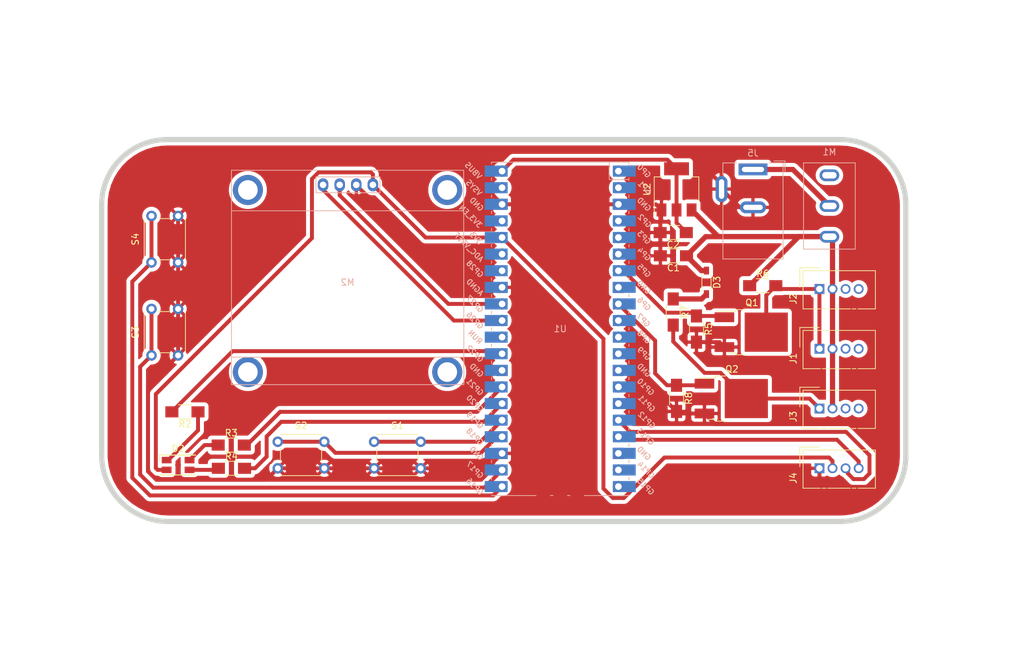
<source format=kicad_pcb>
(kicad_pcb (version 20171130) (host pcbnew "(5.1.10-1-10_14)")

  (general
    (thickness 1.6)
    (drawings 8)
    (tracks 169)
    (zones 0)
    (modules 26)
    (nets 52)
  )

  (page A4)
  (layers
    (0 F.Cu signal)
    (31 B.Cu signal)
    (32 B.Adhes user)
    (33 F.Adhes user)
    (34 B.Paste user)
    (35 F.Paste user)
    (36 B.SilkS user)
    (37 F.SilkS user)
    (38 B.Mask user)
    (39 F.Mask user)
    (40 Dwgs.User user)
    (41 Cmts.User user)
    (42 Eco1.User user)
    (43 Eco2.User user)
    (44 Edge.Cuts user)
    (45 Margin user)
    (46 B.CrtYd user)
    (47 F.CrtYd user)
    (48 B.Fab user)
    (49 F.Fab user)
  )

  (setup
    (last_trace_width 0.6)
    (trace_clearance 0.6)
    (zone_clearance 0.508)
    (zone_45_only no)
    (trace_min 0.2)
    (via_size 0.8)
    (via_drill 0.6)
    (via_min_size 0.4)
    (via_min_drill 0.3)
    (uvia_size 0.6)
    (uvia_drill 0.3)
    (uvias_allowed no)
    (uvia_min_size 0.2)
    (uvia_min_drill 0.1)
    (edge_width 0.05)
    (segment_width 0.2)
    (pcb_text_width 0.3)
    (pcb_text_size 1.5 1.5)
    (mod_edge_width 0.12)
    (mod_text_size 1 1)
    (mod_text_width 0.15)
    (pad_size 1.7 1.7)
    (pad_drill 1)
    (pad_to_mask_clearance 0)
    (aux_axis_origin 0 0)
    (visible_elements FFFFFF7F)
    (pcbplotparams
      (layerselection 0x010fc_ffffffff)
      (usegerberextensions false)
      (usegerberattributes true)
      (usegerberadvancedattributes true)
      (creategerberjobfile true)
      (excludeedgelayer true)
      (linewidth 0.100000)
      (plotframeref false)
      (viasonmask false)
      (mode 1)
      (useauxorigin false)
      (hpglpennumber 1)
      (hpglpenspeed 20)
      (hpglpendiameter 15.000000)
      (psnegative false)
      (psa4output false)
      (plotreference true)
      (plotvalue true)
      (plotinvisibletext false)
      (padsonsilk false)
      (subtractmaskfromsilk false)
      (outputformat 1)
      (mirror false)
      (drillshape 1)
      (scaleselection 1)
      (outputdirectory ""))
  )

  (net 0 "")
  (net 1 12V)
  (net 2 GND)
  (net 3 5V)
  (net 4 "Net-(D2-Pad3)")
  (net 5 "Net-(D2-Pad4)")
  (net 6 3V3)
  (net 7 "Net-(D2-Pad1)")
  (net 8 "Net-(D3-Pad1)")
  (net 9 I2C-1-SDA)
  (net 10 I2C-1-SCL)
  (net 11 HEATING-PAD)
  (net 12 FAN)
  (net 13 LED-R)
  (net 14 LED-G)
  (net 15 LED-B)
  (net 16 "Net-(J1-Pad3)")
  (net 17 "Net-(J1-Pad4)")
  (net 18 "Net-(J2-Pad4)")
  (net 19 "Net-(J2-Pad3)")
  (net 20 "Net-(J3-Pad4)")
  (net 21 "Net-(J3-Pad3)")
  (net 22 I2C-2-SCL)
  (net 23 I2C-2-SDA)
  (net 24 BTN-2)
  (net 25 BTN-3)
  (net 26 BTN-4)
  (net 27 BTN-1)
  (net 28 "Net-(U1-Pad30)")
  (net 29 "Net-(U1-Pad35)")
  (net 30 "Net-(U1-Pad37)")
  (net 31 "Net-(U1-Pad39)")
  (net 32 "Net-(U1-Pad18)")
  (net 33 "Net-(U1-Pad15)")
  (net 34 "Net-(U1-Pad14)")
  (net 35 "Net-(U1-Pad10)")
  (net 36 12VIN)
  (net 37 "Net-(M1-Pad1)")
  (net 38 "Net-(U1-Pad11)")
  (net 39 "Net-(U1-Pad12)")
  (net 40 "Net-(U1-Pad34)")
  (net 41 "Net-(U1-Pad20)")
  (net 42 "Net-(U1-Pad19)")
  (net 43 "Net-(U1-Pad6)")
  (net 44 "Net-(U1-Pad2)")
  (net 45 "Net-(U1-Pad1)")
  (net 46 "Net-(U1-Pad5)")
  (net 47 "Net-(U1-Pad4)")
  (net 48 "Net-(U1-Pad28)")
  (net 49 "Net-(U1-Pad8)")
  (net 50 "Net-(J1-Pad1)")
  (net 51 "Net-(J3-Pad1)")

  (net_class Default "This is the default net class."
    (clearance 0.6)
    (trace_width 0.6)
    (via_dia 0.8)
    (via_drill 0.6)
    (uvia_dia 0.6)
    (uvia_drill 0.3)
    (diff_pair_width 0.6)
    (diff_pair_gap 0.25)
    (add_net 3V3)
    (add_net 5V)
    (add_net BTN-1)
    (add_net BTN-2)
    (add_net BTN-3)
    (add_net BTN-4)
    (add_net FAN)
    (add_net GND)
    (add_net HEATING-PAD)
    (add_net I2C-1-SCL)
    (add_net I2C-1-SDA)
    (add_net I2C-2-SCL)
    (add_net I2C-2-SDA)
    (add_net LED-B)
    (add_net LED-G)
    (add_net LED-R)
    (add_net "Net-(D2-Pad1)")
    (add_net "Net-(D2-Pad3)")
    (add_net "Net-(D2-Pad4)")
    (add_net "Net-(J1-Pad1)")
    (add_net "Net-(J1-Pad3)")
    (add_net "Net-(J1-Pad4)")
    (add_net "Net-(J2-Pad3)")
    (add_net "Net-(J2-Pad4)")
    (add_net "Net-(J3-Pad1)")
    (add_net "Net-(J3-Pad3)")
    (add_net "Net-(J3-Pad4)")
    (add_net "Net-(M1-Pad1)")
    (add_net "Net-(U1-Pad1)")
    (add_net "Net-(U1-Pad10)")
    (add_net "Net-(U1-Pad11)")
    (add_net "Net-(U1-Pad12)")
    (add_net "Net-(U1-Pad14)")
    (add_net "Net-(U1-Pad15)")
    (add_net "Net-(U1-Pad18)")
    (add_net "Net-(U1-Pad19)")
    (add_net "Net-(U1-Pad2)")
    (add_net "Net-(U1-Pad20)")
    (add_net "Net-(U1-Pad28)")
    (add_net "Net-(U1-Pad30)")
    (add_net "Net-(U1-Pad34)")
    (add_net "Net-(U1-Pad35)")
    (add_net "Net-(U1-Pad37)")
    (add_net "Net-(U1-Pad39)")
    (add_net "Net-(U1-Pad4)")
    (add_net "Net-(U1-Pad5)")
    (add_net "Net-(U1-Pad6)")
    (add_net "Net-(U1-Pad8)")
  )

  (net_class Power ""
    (clearance 0.6)
    (trace_width 0.8)
    (via_dia 0.8)
    (via_drill 0.6)
    (uvia_dia 0.6)
    (uvia_drill 0.3)
    (diff_pair_width 0.6)
    (diff_pair_gap 0.25)
    (add_net 12V)
    (add_net 12VIN)
    (add_net "Net-(D3-Pad1)")
  )

  (module Connector:NS-Tech_Grove_1x04_P2mm_Vertical (layer F.Cu) (tedit 613A3732) (tstamp 616312D2)
    (at 194.564 121.92 90)
    (descr https://statics3.seeedstudio.com/images/opl/datasheet/3470130P1.pdf)
    (tags Grove-1x04)
    (path /60E1503C)
    (fp_text reference J4 (at -1.5 -4 270) (layer F.SilkS)
      (effects (font (size 1 1) (thickness 0.15)))
    )
    (fp_text value connector-sensor (at 4.19 2.83 180) (layer F.Fab)
      (effects (font (size 1 1) (thickness 0.15)))
    )
    (fp_line (start -2.646 8.1) (end -2.646 -2.1) (layer F.Fab) (width 0.1))
    (fp_line (start 2.454 8.1) (end -2.646 8.1) (layer F.Fab) (width 0.1))
    (fp_line (start 2.454 -2.1) (end 2.454 8.1) (layer F.Fab) (width 0.1))
    (fp_line (start -2.646 -2.1) (end 2.454 -2.1) (layer F.Fab) (width 0.1))
    (fp_line (start -3.046 5.9) (end -3.046 8.55) (layer F.SilkS) (width 0.12))
    (fp_line (start -3.046 -2.5) (end -3.046 0.15) (layer F.SilkS) (width 0.12))
    (fp_line (start -3.046 8.55) (end 2.804 8.55) (layer F.SilkS) (width 0.12))
    (fp_line (start -3.046 1.25) (end -3.046 4.75) (layer F.SilkS) (width 0.12))
    (fp_line (start -3.046 -2.5) (end 2.804 -2.5) (layer F.SilkS) (width 0.12))
    (fp_line (start 2.804 -2.5) (end 2.804 8.55) (layer F.SilkS) (width 0.12))
    (fp_line (start -3.046 0.4) (end -3.046 1) (layer F.SilkS) (width 0.12))
    (fp_line (start -3.046 5) (end -3.046 5.6) (layer F.SilkS) (width 0.12))
    (fp_line (start -3.196 -2.65) (end 2.954 -2.65) (layer F.CrtYd) (width 0.05))
    (fp_line (start 2.954 8.7) (end 2.954 -2.65) (layer F.CrtYd) (width 0.05))
    (fp_line (start -3.196 8.7) (end 2.954 8.7) (layer F.CrtYd) (width 0.05))
    (fp_line (start -3.196 -2.65) (end -3.196 8.7) (layer F.CrtYd) (width 0.05))
    (fp_line (start 0.254 -3) (end 3.254 -3) (layer F.SilkS) (width 0.12))
    (fp_line (start 3.254 -3) (end 3.254 0) (layer F.SilkS) (width 0.12))
    (fp_line (start 2.2 -1) (end 0.9 0) (layer F.Fab) (width 0.1))
    (fp_line (start 0.9 0) (end 2.2 1) (layer F.Fab) (width 0.1))
    (fp_text user %R (at -2 2 180) (layer F.Fab)
      (effects (font (size 1 1) (thickness 0.15)))
    )
    (pad 4 thru_hole circle (at 0 6 90) (size 1.5 1.5) (drill 1) (layers *.Cu *.Mask)
      (net 22 I2C-2-SCL))
    (pad 3 thru_hole circle (at 0 4 90) (size 1.5 1.5) (drill 1) (layers *.Cu *.Mask)
      (net 23 I2C-2-SDA))
    (pad 2 thru_hole circle (at 0 2 90) (size 1.5 1.5) (drill 1) (layers *.Cu *.Mask)
      (net 6 3V3))
    (pad 1 thru_hole rect (at 0 0 90) (size 1.5 1.5) (drill 1) (layers *.Cu *.Mask)
      (net 2 GND))
    (model ${KISYS3DMOD}/Connector.3dshapes/NS-Tech_Grove_1x04_P2mm_Vertical.wrl
      (at (xyz 0 0 0))
      (scale (xyz 0.3937 0.3937 0.3937))
      (rotate (xyz 0 0 -90))
    )
    (model "/Users/antoine/Cloud/Domingo Cloud/Resources/vertical-grove-socket-1.snapshot.5/Grove socket.STEP"
      (offset (xyz -2.5 -8 -2))
      (scale (xyz 1 1 1))
      (rotate (xyz 90 0 -90))
    )
  )

  (module custom:128x64OLED (layer B.Cu) (tedit 615DBA6C) (tstamp 60F28234)
    (at 122.428 93.218 180)
    (path /60E1E49B)
    (fp_text reference M2 (at 0 -0.254 180) (layer B.SilkS)
      (effects (font (size 1 1) (thickness 0.15)) (justify mirror))
    )
    (fp_text value PINHD-1x04-HEADER (at 0 -2.54 180) (layer B.Fab)
      (effects (font (size 1 1) (thickness 0.15)) (justify mirror))
    )
    (fp_line (start 17.75 16.9) (end 17.75 -15.9) (layer B.SilkS) (width 0.12))
    (fp_line (start -17.75 16.9) (end -17.78 -15.875) (layer B.SilkS) (width 0.12))
    (fp_line (start -4.953 15.875) (end 4.826 15.875) (layer B.SilkS) (width 0.12))
    (fp_line (start 4.826 15.875) (end 4.826 13.462) (layer B.SilkS) (width 0.12))
    (fp_line (start 4.826 13.462) (end -4.953 13.462) (layer B.SilkS) (width 0.12))
    (fp_line (start -4.953 15.875) (end -4.953 13.462) (layer B.SilkS) (width 0.12))
    (fp_line (start -17.75 16.9) (end 17.75 16.9) (layer B.SilkS) (width 0.12))
    (fp_line (start -17.75 -15.9) (end 17.75 -15.9) (layer B.SilkS) (width 0.12))
    (fp_line (start -17.75 10.7) (end 17.75 10.7) (layer B.SilkS) (width 0.12))
    (fp_line (start -17.75 -11.7) (end 17.75 -11.7) (layer B.SilkS) (width 0.12))
    (pad "" thru_hole circle (at 15.24 -13.978 180) (size 4.6 4.6) (drill 3) (layers *.Cu *.Mask))
    (pad "" thru_hole circle (at -15.24 -13.978 180) (size 4.6 4.6) (drill 3) (layers *.Cu *.Mask))
    (pad "" thru_hole circle (at 15.24 13.878 180) (size 4.6 4.6) (drill 3) (layers *.Cu *.Mask))
    (pad "" thru_hole circle (at -15.24 13.878 180) (size 4.6 4.6) (drill 3) (layers *.Cu *.Mask))
    (pad 2 thru_hole oval (at -1.334 14.664 90) (size 2 1.6) (drill 1) (layers *.Cu *.Mask)
      (net 2 GND))
    (pad 1 thru_hole oval (at -3.874 14.664 90) (size 2 1.6) (drill 1) (layers *.Cu *.Mask)
      (net 6 3V3))
    (pad 3 thru_hole oval (at 1.206 14.664 90) (size 2 1.6) (drill 1) (layers *.Cu *.Mask)
      (net 10 I2C-1-SCL))
    (pad 4 thru_hole oval (at 3.746 14.664 90) (size 2 1.6) (drill 1) (layers *.Cu *.Mask)
      (net 9 I2C-1-SDA))
    (model "/Users/antoine/Cloud/Domingo Cloud/Resources/1-3-inch-4pin-white-oled-lcd-display-12864-iic-i2c-interface-module-for-arduino-1.snapshot.1/Geekcreit 1.3 Inch 4Pin.step"
      (offset (xyz 23.5 11.8 4))
      (scale (xyz 1 1 1))
      (rotate (xyz 0 0 0))
    )
  )

  (module fab:TO-252 (layer F.Cu) (tedit 614CA428) (tstamp 614DC86E)
    (at 184.236 101.092)
    (descr "TO-252 Package")
    (tags "DPAK TO-252 DPAK-3")
    (path /60DEA629)
    (attr smd)
    (fp_text reference Q1 (at 0 -4.5) (layer F.SilkS)
      (effects (font (size 1 1) (thickness 0.15)))
    )
    (fp_text value MOSFET_N-CH_50V_16A (at 0 4.5) (layer F.Fab)
      (effects (font (size 1 1) (thickness 0.15)))
    )
    (fp_line (start 3.95 -2.7) (end 4.95 -2.7) (layer F.Fab) (width 0.1))
    (fp_line (start 4.95 2.7) (end 3.95 2.7) (layer F.Fab) (width 0.1))
    (fp_line (start 3.95 -3.25) (end 3.95 3.25) (layer F.Fab) (width 0.1))
    (fp_line (start 3.95 3.25) (end -2.27 3.25) (layer F.Fab) (width 0.1))
    (fp_line (start -2.27 3.25) (end -2.27 -2.25) (layer F.Fab) (width 0.1))
    (fp_line (start -2.27 -2.25) (end -1.27 -3.25) (layer F.Fab) (width 0.1))
    (fp_line (start -1.27 -3.25) (end 3.95 -3.25) (layer F.Fab) (width 0.1))
    (fp_line (start -1.865 -2.655) (end -4.97 -2.655) (layer F.Fab) (width 0.1))
    (fp_line (start -4.97 -2.655) (end -4.97 -1.905) (layer F.Fab) (width 0.1))
    (fp_line (start -4.97 -1.905) (end -2.27 -1.905) (layer F.Fab) (width 0.1))
    (fp_line (start -2.27 1.905) (end -4.97 1.905) (layer F.Fab) (width 0.1))
    (fp_line (start -4.97 1.905) (end -4.97 2.655) (layer F.Fab) (width 0.1))
    (fp_line (start -4.97 2.655) (end -2.27 2.655) (layer F.Fab) (width 0.1))
    (fp_line (start -0.97 -3.45) (end -2.47 -3.45) (layer F.SilkS) (width 0.12))
    (fp_line (start -2.47 -3.45) (end -2.47 -3.18) (layer F.SilkS) (width 0.12))
    (fp_line (start -2.47 -3.18) (end -5.3 -3.18) (layer F.SilkS) (width 0.12))
    (fp_line (start -0.97 3.45) (end -2.47 3.45) (layer F.SilkS) (width 0.12))
    (fp_line (start -2.47 3.45) (end -2.47 3.18) (layer F.SilkS) (width 0.12))
    (fp_line (start -2.47 3.18) (end -3.57 3.18) (layer F.SilkS) (width 0.12))
    (fp_line (start -6 -3.5) (end -6 3.5) (layer F.CrtYd) (width 0.05))
    (fp_line (start -6 3.5) (end 5.8 3.5) (layer F.CrtYd) (width 0.05))
    (fp_line (start 5.8 3.5) (end 5.8 -3.5) (layer F.CrtYd) (width 0.05))
    (fp_line (start 5.8 -3.5) (end -6 -3.5) (layer F.CrtYd) (width 0.05))
    (fp_text user %R (at 0 0 180) (layer F.Fab)
      (effects (font (size 1 1) (thickness 0.15)))
    )
    (pad 3 smd rect (at 2.2 0) (size 6.6 6) (layers F.Cu F.Paste F.Mask)
      (net 50 "Net-(J1-Pad1)"))
    (pad 2 smd rect (at -4.2 2.28) (size 3 1.5) (layers F.Cu F.Paste F.Mask)
      (net 2 GND))
    (pad 1 smd rect (at -4.2 -2.28) (size 3 1.5) (layers F.Cu F.Paste F.Mask)
      (net 11 HEATING-PAD))
    (model ${KISYS3DMOD}/Package_TO_SOT_SMD.3dshapes/TO-252-2.wrl
      (at (xyz 0 0 0))
      (scale (xyz 1 1 1))
      (rotate (xyz 0 0 0))
    )
  )

  (module fab:TO-252 (layer F.Cu) (tedit 614CA428) (tstamp 6163170E)
    (at 181.188 111.252)
    (descr "TO-252 Package")
    (tags "DPAK TO-252 DPAK-3")
    (path /60DFF571)
    (attr smd)
    (fp_text reference Q2 (at 0 -4.5) (layer F.SilkS)
      (effects (font (size 1 1) (thickness 0.15)))
    )
    (fp_text value MOSFET_N-CH_50V_16A (at 0 4.5) (layer F.Fab)
      (effects (font (size 1 1) (thickness 0.15)))
    )
    (fp_line (start 3.95 -2.7) (end 4.95 -2.7) (layer F.Fab) (width 0.1))
    (fp_line (start 4.95 2.7) (end 3.95 2.7) (layer F.Fab) (width 0.1))
    (fp_line (start 3.95 -3.25) (end 3.95 3.25) (layer F.Fab) (width 0.1))
    (fp_line (start 3.95 3.25) (end -2.27 3.25) (layer F.Fab) (width 0.1))
    (fp_line (start -2.27 3.25) (end -2.27 -2.25) (layer F.Fab) (width 0.1))
    (fp_line (start -2.27 -2.25) (end -1.27 -3.25) (layer F.Fab) (width 0.1))
    (fp_line (start -1.27 -3.25) (end 3.95 -3.25) (layer F.Fab) (width 0.1))
    (fp_line (start -1.865 -2.655) (end -4.97 -2.655) (layer F.Fab) (width 0.1))
    (fp_line (start -4.97 -2.655) (end -4.97 -1.905) (layer F.Fab) (width 0.1))
    (fp_line (start -4.97 -1.905) (end -2.27 -1.905) (layer F.Fab) (width 0.1))
    (fp_line (start -2.27 1.905) (end -4.97 1.905) (layer F.Fab) (width 0.1))
    (fp_line (start -4.97 1.905) (end -4.97 2.655) (layer F.Fab) (width 0.1))
    (fp_line (start -4.97 2.655) (end -2.27 2.655) (layer F.Fab) (width 0.1))
    (fp_line (start -0.97 -3.45) (end -2.47 -3.45) (layer F.SilkS) (width 0.12))
    (fp_line (start -2.47 -3.45) (end -2.47 -3.18) (layer F.SilkS) (width 0.12))
    (fp_line (start -2.47 -3.18) (end -5.3 -3.18) (layer F.SilkS) (width 0.12))
    (fp_line (start -0.97 3.45) (end -2.47 3.45) (layer F.SilkS) (width 0.12))
    (fp_line (start -2.47 3.45) (end -2.47 3.18) (layer F.SilkS) (width 0.12))
    (fp_line (start -2.47 3.18) (end -3.57 3.18) (layer F.SilkS) (width 0.12))
    (fp_line (start -6 -3.5) (end -6 3.5) (layer F.CrtYd) (width 0.05))
    (fp_line (start -6 3.5) (end 5.8 3.5) (layer F.CrtYd) (width 0.05))
    (fp_line (start 5.8 3.5) (end 5.8 -3.5) (layer F.CrtYd) (width 0.05))
    (fp_line (start 5.8 -3.5) (end -6 -3.5) (layer F.CrtYd) (width 0.05))
    (fp_text user %R (at 0 0) (layer F.Fab)
      (effects (font (size 1 1) (thickness 0.15)))
    )
    (pad 3 smd rect (at 2.2 0) (size 6.6 6) (layers F.Cu F.Paste F.Mask)
      (net 51 "Net-(J3-Pad1)"))
    (pad 2 smd rect (at -4.2 2.28) (size 3 1.5) (layers F.Cu F.Paste F.Mask)
      (net 2 GND))
    (pad 1 smd rect (at -4.2 -2.28) (size 3 1.5) (layers F.Cu F.Paste F.Mask)
      (net 12 FAN))
    (model ${KISYS3DMOD}/Package_TO_SOT_SMD.3dshapes/TO-252-2.wrl
      (at (xyz 0 0 0))
      (scale (xyz 1 1 1))
      (rotate (xyz 0 0 0))
    )
  )

  (module Connector:NS-Tech_Grove_1x04_P2mm_Vertical (layer F.Cu) (tedit 613A3732) (tstamp 6163242F)
    (at 194.564 94.488 90)
    (descr https://statics3.seeedstudio.com/images/opl/datasheet/3470130P1.pdf)
    (tags Grove-1x04)
    (path /60DE98CC)
    (fp_text reference J2 (at -1.5 -4 90) (layer F.SilkS)
      (effects (font (size 1 1) (thickness 0.15)))
    )
    (fp_text value connector-heatingpad-2 (at 4.19 2.83) (layer F.Fab)
      (effects (font (size 1 1) (thickness 0.15)))
    )
    (fp_line (start -2.646 8.1) (end -2.646 -2.1) (layer F.Fab) (width 0.1))
    (fp_line (start 2.454 8.1) (end -2.646 8.1) (layer F.Fab) (width 0.1))
    (fp_line (start 2.454 -2.1) (end 2.454 8.1) (layer F.Fab) (width 0.1))
    (fp_line (start -2.646 -2.1) (end 2.454 -2.1) (layer F.Fab) (width 0.1))
    (fp_line (start -3.046 5.9) (end -3.046 8.55) (layer F.SilkS) (width 0.12))
    (fp_line (start -3.046 -2.5) (end -3.046 0.15) (layer F.SilkS) (width 0.12))
    (fp_line (start -3.046 8.55) (end 2.804 8.55) (layer F.SilkS) (width 0.12))
    (fp_line (start -3.046 1.25) (end -3.046 4.75) (layer F.SilkS) (width 0.12))
    (fp_line (start -3.046 -2.5) (end 2.804 -2.5) (layer F.SilkS) (width 0.12))
    (fp_line (start 2.804 -2.5) (end 2.804 8.55) (layer F.SilkS) (width 0.12))
    (fp_line (start -3.046 0.4) (end -3.046 1) (layer F.SilkS) (width 0.12))
    (fp_line (start -3.046 5) (end -3.046 5.6) (layer F.SilkS) (width 0.12))
    (fp_line (start -3.196 -2.65) (end 2.954 -2.65) (layer F.CrtYd) (width 0.05))
    (fp_line (start 2.954 8.7) (end 2.954 -2.65) (layer F.CrtYd) (width 0.05))
    (fp_line (start -3.196 8.7) (end 2.954 8.7) (layer F.CrtYd) (width 0.05))
    (fp_line (start -3.196 -2.65) (end -3.196 8.7) (layer F.CrtYd) (width 0.05))
    (fp_line (start 0.254 -3) (end 3.254 -3) (layer F.SilkS) (width 0.12))
    (fp_line (start 3.254 -3) (end 3.254 0) (layer F.SilkS) (width 0.12))
    (fp_line (start 2.2 -1) (end 0.9 0) (layer F.Fab) (width 0.1))
    (fp_line (start 0.9 0) (end 2.2 1) (layer F.Fab) (width 0.1))
    (fp_text user %R (at -2 2) (layer F.Fab)
      (effects (font (size 1 1) (thickness 0.15)))
    )
    (pad 4 thru_hole circle (at 0 6 90) (size 1.5 1.5) (drill 1) (layers *.Cu *.Mask)
      (net 18 "Net-(J2-Pad4)"))
    (pad 3 thru_hole circle (at 0 4 90) (size 1.5 1.5) (drill 1) (layers *.Cu *.Mask)
      (net 19 "Net-(J2-Pad3)"))
    (pad 2 thru_hole circle (at 0 2 90) (size 1.5 1.5) (drill 1) (layers *.Cu *.Mask)
      (net 1 12V))
    (pad 1 thru_hole rect (at 0 0 90) (size 1.5 1.5) (drill 1) (layers *.Cu *.Mask)
      (net 50 "Net-(J1-Pad1)"))
    (model ${KISYS3DMOD}/Connector.3dshapes/NS-Tech_Grove_1x04_P2mm_Vertical.wrl
      (at (xyz 0 0 0))
      (scale (xyz 0.3937 0.3937 0.3937))
      (rotate (xyz 0 0 -90))
    )
    (model "/Users/antoine/Cloud/Domingo Cloud/Resources/vertical-grove-socket-1.snapshot.5/Grove socket.STEP"
      (offset (xyz -2.5 -8 -2))
      (scale (xyz 1 1 1))
      (rotate (xyz 90 0 -90))
    )
  )

  (module Connector:NS-Tech_Grove_1x04_P2mm_Vertical (layer F.Cu) (tedit 613A3732) (tstamp 61631326)
    (at 194.564 103.632 90)
    (descr https://statics3.seeedstudio.com/images/opl/datasheet/3470130P1.pdf)
    (tags Grove-1x04)
    (path /60DE89F8)
    (fp_text reference J1 (at -1.5 -4 90) (layer F.SilkS)
      (effects (font (size 1 1) (thickness 0.15)))
    )
    (fp_text value connector-heatingpad-1 (at 4.19 2.83) (layer F.Fab)
      (effects (font (size 1 1) (thickness 0.15)))
    )
    (fp_line (start -2.646 8.1) (end -2.646 -2.1) (layer F.Fab) (width 0.1))
    (fp_line (start 2.454 8.1) (end -2.646 8.1) (layer F.Fab) (width 0.1))
    (fp_line (start 2.454 -2.1) (end 2.454 8.1) (layer F.Fab) (width 0.1))
    (fp_line (start -2.646 -2.1) (end 2.454 -2.1) (layer F.Fab) (width 0.1))
    (fp_line (start -3.046 5.9) (end -3.046 8.55) (layer F.SilkS) (width 0.12))
    (fp_line (start -3.046 -2.5) (end -3.046 0.15) (layer F.SilkS) (width 0.12))
    (fp_line (start -3.046 8.55) (end 2.804 8.55) (layer F.SilkS) (width 0.12))
    (fp_line (start -3.046 1.25) (end -3.046 4.75) (layer F.SilkS) (width 0.12))
    (fp_line (start -3.046 -2.5) (end 2.804 -2.5) (layer F.SilkS) (width 0.12))
    (fp_line (start 2.804 -2.5) (end 2.804 8.55) (layer F.SilkS) (width 0.12))
    (fp_line (start -3.046 0.4) (end -3.046 1) (layer F.SilkS) (width 0.12))
    (fp_line (start -3.046 5) (end -3.046 5.6) (layer F.SilkS) (width 0.12))
    (fp_line (start -3.196 -2.65) (end 2.954 -2.65) (layer F.CrtYd) (width 0.05))
    (fp_line (start 2.954 8.7) (end 2.954 -2.65) (layer F.CrtYd) (width 0.05))
    (fp_line (start -3.196 8.7) (end 2.954 8.7) (layer F.CrtYd) (width 0.05))
    (fp_line (start -3.196 -2.65) (end -3.196 8.7) (layer F.CrtYd) (width 0.05))
    (fp_line (start 0.254 -3) (end 3.254 -3) (layer F.SilkS) (width 0.12))
    (fp_line (start 3.254 -3) (end 3.254 0) (layer F.SilkS) (width 0.12))
    (fp_line (start 2.2 -1) (end 0.9 0) (layer F.Fab) (width 0.1))
    (fp_line (start 0.9 0) (end 2.2 1) (layer F.Fab) (width 0.1))
    (fp_text user %R (at -2 2) (layer F.Fab)
      (effects (font (size 1 1) (thickness 0.15)))
    )
    (pad 4 thru_hole circle (at 0 6 90) (size 1.5 1.5) (drill 1) (layers *.Cu *.Mask)
      (net 17 "Net-(J1-Pad4)"))
    (pad 3 thru_hole circle (at 0 4 90) (size 1.5 1.5) (drill 1) (layers *.Cu *.Mask)
      (net 16 "Net-(J1-Pad3)"))
    (pad 2 thru_hole circle (at 0 2 90) (size 1.5 1.5) (drill 1) (layers *.Cu *.Mask)
      (net 1 12V))
    (pad 1 thru_hole rect (at 0 0 90) (size 1.5 1.5) (drill 1) (layers *.Cu *.Mask)
      (net 50 "Net-(J1-Pad1)"))
    (model ${KISYS3DMOD}/Connector.3dshapes/NS-Tech_Grove_1x04_P2mm_Vertical.wrl
      (at (xyz 0 0 0))
      (scale (xyz 0.3937 0.3937 0.3937))
      (rotate (xyz 0 0 -90))
    )
    (model "/Users/antoine/Cloud/Domingo Cloud/Resources/vertical-grove-socket-1.snapshot.5/Grove socket.STEP"
      (offset (xyz -2.5 -8 -2))
      (scale (xyz 1 1 1))
      (rotate (xyz 90 0 -90))
    )
  )

  (module Connector:NS-Tech_Grove_1x04_P2mm_Vertical (layer F.Cu) (tedit 613A3732) (tstamp 616321C3)
    (at 194.564 112.776 90)
    (descr https://statics3.seeedstudio.com/images/opl/datasheet/3470130P1.pdf)
    (tags Grove-1x04)
    (path /60DFF560)
    (fp_text reference J3 (at -1.246 -4 270) (layer F.SilkS)
      (effects (font (size 1 1) (thickness 0.15)))
    )
    (fp_text value connector-fan (at 4.444 2.83 180) (layer F.Fab)
      (effects (font (size 1 1) (thickness 0.15)))
    )
    (fp_line (start -2.646 8.1) (end -2.646 -2.1) (layer F.Fab) (width 0.1))
    (fp_line (start 2.454 8.1) (end -2.646 8.1) (layer F.Fab) (width 0.1))
    (fp_line (start 2.454 -2.1) (end 2.454 8.1) (layer F.Fab) (width 0.1))
    (fp_line (start -2.646 -2.1) (end 2.454 -2.1) (layer F.Fab) (width 0.1))
    (fp_line (start -3.046 5.9) (end -3.046 8.55) (layer F.SilkS) (width 0.12))
    (fp_line (start -3.046 -2.5) (end -3.046 0.15) (layer F.SilkS) (width 0.12))
    (fp_line (start -3.046 8.55) (end 2.804 8.55) (layer F.SilkS) (width 0.12))
    (fp_line (start -3.046 1.25) (end -3.046 4.75) (layer F.SilkS) (width 0.12))
    (fp_line (start -3.046 -2.5) (end 2.804 -2.5) (layer F.SilkS) (width 0.12))
    (fp_line (start 2.804 -2.5) (end 2.804 8.55) (layer F.SilkS) (width 0.12))
    (fp_line (start -3.046 0.4) (end -3.046 1) (layer F.SilkS) (width 0.12))
    (fp_line (start -3.046 5) (end -3.046 5.6) (layer F.SilkS) (width 0.12))
    (fp_line (start -3.196 -2.65) (end 2.954 -2.65) (layer F.CrtYd) (width 0.05))
    (fp_line (start 2.954 8.7) (end 2.954 -2.65) (layer F.CrtYd) (width 0.05))
    (fp_line (start -3.196 8.7) (end 2.954 8.7) (layer F.CrtYd) (width 0.05))
    (fp_line (start -3.196 -2.65) (end -3.196 8.7) (layer F.CrtYd) (width 0.05))
    (fp_line (start 0.254 -3) (end 3.254 -3) (layer F.SilkS) (width 0.12))
    (fp_line (start 3.254 -3) (end 3.254 0) (layer F.SilkS) (width 0.12))
    (fp_line (start 2.2 -1) (end 0.9 0) (layer F.Fab) (width 0.1))
    (fp_line (start 0.9 0) (end 2.2 1) (layer F.Fab) (width 0.1))
    (fp_text user %R (at -1.746 2 180) (layer F.Fab)
      (effects (font (size 1 1) (thickness 0.15)))
    )
    (pad 4 thru_hole circle (at 0 6 90) (size 1.5 1.5) (drill 1) (layers *.Cu *.Mask)
      (net 20 "Net-(J3-Pad4)"))
    (pad 3 thru_hole circle (at 0 4 90) (size 1.5 1.5) (drill 1) (layers *.Cu *.Mask)
      (net 21 "Net-(J3-Pad3)"))
    (pad 2 thru_hole circle (at 0 2 90) (size 1.5 1.5) (drill 1) (layers *.Cu *.Mask)
      (net 1 12V))
    (pad 1 thru_hole rect (at 0 0 90) (size 1.5 1.5) (drill 1) (layers *.Cu *.Mask)
      (net 51 "Net-(J3-Pad1)"))
    (model ${KISYS3DMOD}/Connector.3dshapes/NS-Tech_Grove_1x04_P2mm_Vertical.wrl
      (at (xyz 0 0 0))
      (scale (xyz 0.3937 0.3937 0.3937))
      (rotate (xyz 0 0 -90))
    )
    (model "/Users/antoine/Cloud/Domingo Cloud/Resources/vertical-grove-socket-1.snapshot.5/Grove socket.STEP"
      (offset (xyz -2.5 -8 -2))
      (scale (xyz 1 1 1))
      (rotate (xyz 90 0 -90))
    )
  )

  (module custom:toggle_switch_SPDT (layer B.Cu) (tedit 613A31B6) (tstamp 61631E77)
    (at 196.088 81.788 180)
    (path /60E66EEE)
    (fp_text reference M1 (at 0 8.255) (layer B.SilkS)
      (effects (font (size 1 1) (thickness 0.15)) (justify mirror))
    )
    (fp_text value SPDTSWITCH (at 0 10.795) (layer B.Fab)
      (effects (font (size 1 1) (thickness 0.15)) (justify mirror))
    )
    (fp_line (start 3.95 6.6) (end 3.95 -6.6) (layer B.SilkS) (width 0.12))
    (fp_line (start -3.95 6.6) (end -3.95 -6.6) (layer B.SilkS) (width 0.12))
    (fp_line (start -3.95 -6.6) (end 3.95 -6.6) (layer B.SilkS) (width 0.12))
    (fp_line (start -3.95 6.6) (end 3.95 6.6) (layer B.SilkS) (width 0.12))
    (pad 3 thru_hole oval (at 0 -4.7 180) (size 3 1.8) (drill oval 2.2 1) (layers *.Cu *.Mask)
      (net 1 12V))
    (pad 2 thru_hole oval (at 0 0 180) (size 3 1.8) (drill oval 2.2 1) (layers *.Cu *.Mask)
      (net 36 12VIN))
    (pad 1 thru_hole oval (at 0 4.7 180) (size 3 1.8) (drill oval 2.2 1) (layers *.Cu *.Mask)
      (net 37 "Net-(M1-Pad1)"))
    (model "/Users/antoine/Cloud/Domingo Cloud/Resources/miniature-toggle-switches-mts-1xx-pc-terminal-1.snapshot.2/models3d/Toggle Switches/MTS-1xx-A2-blue.step"
      (at (xyz 0 0 0))
      (scale (xyz 1 1 1))
      (rotate (xyz 0 0 0))
    )
  )

  (module fab:SOD-123 (layer F.Cu) (tedit 608544BD) (tstamp 616316D2)
    (at 177.292 93.472 90)
    (descr SOD-123)
    (tags SOD-123)
    (path /60E04C71)
    (fp_text reference D3 (at 0 1.6 90) (layer F.SilkS)
      (effects (font (size 1 1) (thickness 0.15)))
    )
    (fp_text value DIODESOD123 (at 0 -1.5 90) (layer F.Fab)
      (effects (font (size 1 1) (thickness 0.15)))
    )
    (fp_line (start -1.25 -0.7) (end 1.25 -0.7) (layer F.SilkS) (width 0.12))
    (fp_line (start -1.25 0.7) (end 1.25 0.7) (layer F.SilkS) (width 0.12))
    (fp_line (start 1.2 -0.7) (end 1.2 0.7) (layer F.Fab) (width 0.1))
    (fp_line (start 1.2 0.7) (end -1.2 0.7) (layer F.Fab) (width 0.1))
    (fp_line (start -1.2 0.7) (end -1.2 -0.7) (layer F.Fab) (width 0.1))
    (fp_line (start -1.2 -0.7) (end 1.2 -0.7) (layer F.Fab) (width 0.1))
    (fp_line (start 2.6 -0.9) (end 2.6 1) (layer B.CrtYd) (width 0.05))
    (fp_line (start 2.6 1) (end -2.6 1) (layer B.CrtYd) (width 0.05))
    (fp_line (start -2.6 1) (end -2.6 -0.9) (layer B.CrtYd) (width 0.05))
    (fp_line (start -2.6 -0.9) (end 2.6 -0.9) (layer B.CrtYd) (width 0.05))
    (pad 1 smd rect (at -1.8 0 90) (size 1.2 0.8) (layers F.Cu F.Paste F.Mask)
      (net 8 "Net-(D3-Pad1)"))
    (pad 2 smd rect (at 1.8 0 90) (size 1.2 0.8) (layers F.Cu F.Paste F.Mask)
      (net 1 12V))
  )

  (module MCU_RaspberryPi_and_Boards:RPi_Pico_SMD_TH-modified (layer B.Cu) (tedit 60EEF7A2) (tstamp 60F6FD22)
    (at 154.94 100.584 180)
    (descr "Through hole straight pin header, 2x20, 2.54mm pitch, double rows")
    (tags "Through hole pin header THT 2x20 2.54mm double row")
    (path /60FF7F16)
    (fp_text reference U1 (at 0 0) (layer B.SilkS)
      (effects (font (size 1 1) (thickness 0.15)) (justify mirror))
    )
    (fp_text value Pico (at 0 -2.159) (layer B.Fab)
      (effects (font (size 1 1) (thickness 0.15)) (justify mirror))
    )
    (fp_line (start 1.1 -25.5) (end 1.5 -25.5) (layer B.SilkS) (width 0.12))
    (fp_line (start -1.5 -25.5) (end -1.1 -25.5) (layer B.SilkS) (width 0.12))
    (fp_line (start 10.5 -25.5) (end 3.7 -25.5) (layer B.SilkS) (width 0.12))
    (fp_line (start 10.5 -15.1) (end 10.5 -15.5) (layer B.SilkS) (width 0.12))
    (fp_line (start 10.5 -7.4) (end 10.5 -7.8) (layer B.SilkS) (width 0.12))
    (fp_line (start 10.5 18) (end 10.5 17.6) (layer B.SilkS) (width 0.12))
    (fp_line (start 10.5 25.5) (end 10.5 25.2) (layer B.SilkS) (width 0.12))
    (fp_line (start 10.5 2.7) (end 10.5 2.3) (layer B.SilkS) (width 0.12))
    (fp_line (start 10.5 -12.5) (end 10.5 -12.9) (layer B.SilkS) (width 0.12))
    (fp_line (start 10.5 7.8) (end 10.5 7.4) (layer B.SilkS) (width 0.12))
    (fp_line (start 10.5 12.9) (end 10.5 12.5) (layer B.SilkS) (width 0.12))
    (fp_line (start 10.5 0.2) (end 10.5 -0.2) (layer B.SilkS) (width 0.12))
    (fp_line (start 10.5 -4.9) (end 10.5 -5.3) (layer B.SilkS) (width 0.12))
    (fp_line (start 10.5 -20.1) (end 10.5 -20.5) (layer B.SilkS) (width 0.12))
    (fp_line (start 10.5 -22.7) (end 10.5 -23.1) (layer B.SilkS) (width 0.12))
    (fp_line (start 10.5 -17.6) (end 10.5 -18) (layer B.SilkS) (width 0.12))
    (fp_line (start 10.5 15.4) (end 10.5 15) (layer B.SilkS) (width 0.12))
    (fp_line (start 10.5 23.1) (end 10.5 22.7) (layer B.SilkS) (width 0.12))
    (fp_line (start 10.5 20.5) (end 10.5 20.1) (layer B.SilkS) (width 0.12))
    (fp_line (start 10.5 -10) (end 10.5 -10.4) (layer B.SilkS) (width 0.12))
    (fp_line (start 10.5 -2.3) (end 10.5 -2.7) (layer B.SilkS) (width 0.12))
    (fp_line (start 10.5 5.3) (end 10.5 4.9) (layer B.SilkS) (width 0.12))
    (fp_line (start 10.5 10.4) (end 10.5 10) (layer B.SilkS) (width 0.12))
    (fp_line (start -10.5 -22.7) (end -10.5 -23.1) (layer B.SilkS) (width 0.12))
    (fp_line (start -10.5 -20.1) (end -10.5 -20.5) (layer B.SilkS) (width 0.12))
    (fp_line (start -10.5 -17.6) (end -10.5 -18) (layer B.SilkS) (width 0.12))
    (fp_line (start -10.5 -15.1) (end -10.5 -15.5) (layer B.SilkS) (width 0.12))
    (fp_line (start -10.5 -12.5) (end -10.5 -12.9) (layer B.SilkS) (width 0.12))
    (fp_line (start -10.5 -10) (end -10.5 -10.4) (layer B.SilkS) (width 0.12))
    (fp_line (start -10.5 -7.4) (end -10.5 -7.8) (layer B.SilkS) (width 0.12))
    (fp_line (start -10.5 -4.9) (end -10.5 -5.3) (layer B.SilkS) (width 0.12))
    (fp_line (start -10.5 -2.3) (end -10.5 -2.7) (layer B.SilkS) (width 0.12))
    (fp_line (start -10.5 0.2) (end -10.5 -0.2) (layer B.SilkS) (width 0.12))
    (fp_line (start -10.5 2.7) (end -10.5 2.3) (layer B.SilkS) (width 0.12))
    (fp_line (start -10.5 5.3) (end -10.5 4.9) (layer B.SilkS) (width 0.12))
    (fp_line (start -10.5 7.8) (end -10.5 7.4) (layer B.SilkS) (width 0.12))
    (fp_line (start -10.5 10.4) (end -10.5 10) (layer B.SilkS) (width 0.12))
    (fp_line (start -10.5 12.9) (end -10.5 12.5) (layer B.SilkS) (width 0.12))
    (fp_line (start -10.5 15.4) (end -10.5 15) (layer B.SilkS) (width 0.12))
    (fp_line (start -10.5 18) (end -10.5 17.6) (layer B.SilkS) (width 0.12))
    (fp_line (start -10.5 20.5) (end -10.5 20.1) (layer B.SilkS) (width 0.12))
    (fp_line (start -10.5 23.1) (end -10.5 22.7) (layer B.SilkS) (width 0.12))
    (fp_line (start -10.5 25.5) (end -10.5 25.2) (layer B.SilkS) (width 0.12))
    (fp_line (start -7.493 22.833) (end -7.493 25.5) (layer B.SilkS) (width 0.12))
    (fp_line (start -10.5 22.833) (end -7.493 22.833) (layer B.SilkS) (width 0.12))
    (fp_line (start -3.7 -25.5) (end -10.5 -25.5) (layer B.SilkS) (width 0.12))
    (fp_line (start -10.5 25.5) (end 10.5 25.5) (layer B.SilkS) (width 0.12))
    (fp_line (start -11 -26) (end -11 26) (layer B.CrtYd) (width 0.12))
    (fp_line (start 11 -26) (end -11 -26) (layer B.CrtYd) (width 0.12))
    (fp_line (start 11 26) (end 11 -26) (layer B.CrtYd) (width 0.12))
    (fp_line (start -11 26) (end 11 26) (layer B.CrtYd) (width 0.12))
    (fp_line (start -10.5 24.2) (end -9.2 25.5) (layer B.Fab) (width 0.12))
    (fp_line (start -10.5 -25.5) (end -10.5 25.5) (layer B.Fab) (width 0.12))
    (fp_line (start 10.5 -25.5) (end -10.5 -25.5) (layer B.Fab) (width 0.12))
    (fp_line (start 10.5 25.5) (end 10.5 -25.5) (layer B.Fab) (width 0.12))
    (fp_line (start -10.5 25.5) (end 10.5 25.5) (layer B.Fab) (width 0.12))
    (fp_text user AGND (at 13.054 6.35 315) (layer B.SilkS)
      (effects (font (size 0.8 0.8) (thickness 0.15)) (justify mirror))
    )
    (fp_text user GND (at 12.8 19.05 315) (layer B.SilkS)
      (effects (font (size 0.8 0.8) (thickness 0.15)) (justify mirror))
    )
    (fp_text user GND (at 12.8 -6.35 315) (layer B.SilkS)
      (effects (font (size 0.8 0.8) (thickness 0.15)) (justify mirror))
    )
    (fp_text user GND (at 12.8 -19.05 315) (layer B.SilkS)
      (effects (font (size 0.8 0.8) (thickness 0.15)) (justify mirror))
    )
    (fp_text user GND (at -12.8 -19.05 315) (layer B.SilkS)
      (effects (font (size 0.8 0.8) (thickness 0.15)) (justify mirror))
    )
    (fp_text user GND (at -12.8 -6.35 315) (layer B.SilkS)
      (effects (font (size 0.8 0.8) (thickness 0.15)) (justify mirror))
    )
    (fp_text user GND (at -12.8 6.35 315) (layer B.SilkS)
      (effects (font (size 0.8 0.8) (thickness 0.15)) (justify mirror))
    )
    (fp_text user GND (at -12.8 19.05 315) (layer B.SilkS)
      (effects (font (size 0.8 0.8) (thickness 0.15)) (justify mirror))
    )
    (fp_text user VBUS (at 13.3 24.2 315) (layer B.SilkS)
      (effects (font (size 0.8 0.8) (thickness 0.15)) (justify mirror))
    )
    (fp_text user VSYS (at 13.2 21.59 315) (layer B.SilkS)
      (effects (font (size 0.8 0.8) (thickness 0.15)) (justify mirror))
    )
    (fp_text user 3V3_EN (at 13.7 17.2 315) (layer B.SilkS)
      (effects (font (size 0.8 0.8) (thickness 0.15)) (justify mirror))
    )
    (fp_text user 3V3 (at 12.9 13.9 315) (layer B.SilkS)
      (effects (font (size 0.8 0.8) (thickness 0.15)) (justify mirror))
    )
    (fp_text user ADC_VREF (at 14 12.5 315) (layer B.SilkS)
      (effects (font (size 0.8 0.8) (thickness 0.15)) (justify mirror))
    )
    (fp_text user GP28 (at 13.054 9.144 315) (layer B.SilkS)
      (effects (font (size 0.8 0.8) (thickness 0.15)) (justify mirror))
    )
    (fp_text user GP27 (at 13.054 3.8 315) (layer B.SilkS)
      (effects (font (size 0.8 0.8) (thickness 0.15)) (justify mirror))
    )
    (fp_text user GP26 (at 13.054 1.27 315) (layer B.SilkS)
      (effects (font (size 0.8 0.8) (thickness 0.15)) (justify mirror))
    )
    (fp_text user RUN (at 13 -1.27 315) (layer B.SilkS)
      (effects (font (size 0.8 0.8) (thickness 0.15)) (justify mirror))
    )
    (fp_text user GP22 (at 13.054 -3.81 315) (layer B.SilkS)
      (effects (font (size 0.8 0.8) (thickness 0.15)) (justify mirror))
    )
    (fp_text user GP21 (at 13.054 -8.9 315) (layer B.SilkS)
      (effects (font (size 0.8 0.8) (thickness 0.15)) (justify mirror))
    )
    (fp_text user GP20 (at 13.054 -11.43 315) (layer B.SilkS)
      (effects (font (size 0.8 0.8) (thickness 0.15)) (justify mirror))
    )
    (fp_text user GP19 (at 13.054 -13.97 315) (layer B.SilkS)
      (effects (font (size 0.8 0.8) (thickness 0.15)) (justify mirror))
    )
    (fp_text user GP18 (at 13.054 -16.51 315) (layer B.SilkS)
      (effects (font (size 0.8 0.8) (thickness 0.15)) (justify mirror))
    )
    (fp_text user GP17 (at 13.054 -21.59 315) (layer B.SilkS)
      (effects (font (size 0.8 0.8) (thickness 0.15)) (justify mirror))
    )
    (fp_text user GP16 (at 13.054 -24.13 315) (layer B.SilkS)
      (effects (font (size 0.8 0.8) (thickness 0.15)) (justify mirror))
    )
    (fp_text user GP15 (at -13.054 -24.13 315) (layer B.SilkS)
      (effects (font (size 0.8 0.8) (thickness 0.15)) (justify mirror))
    )
    (fp_text user GP14 (at -13.1 -21.59 315) (layer B.SilkS)
      (effects (font (size 0.8 0.8) (thickness 0.15)) (justify mirror))
    )
    (fp_text user GP13 (at -13.054 -16.51 315) (layer B.SilkS)
      (effects (font (size 0.8 0.8) (thickness 0.15)) (justify mirror))
    )
    (fp_text user GP12 (at -13.2 -13.97 315) (layer B.SilkS)
      (effects (font (size 0.8 0.8) (thickness 0.15)) (justify mirror))
    )
    (fp_text user GP11 (at -13.2 -11.43 315) (layer B.SilkS)
      (effects (font (size 0.8 0.8) (thickness 0.15)) (justify mirror))
    )
    (fp_text user GP10 (at -13.054 -8.89 315) (layer B.SilkS)
      (effects (font (size 0.8 0.8) (thickness 0.15)) (justify mirror))
    )
    (fp_text user GP9 (at -12.8 -3.81 315) (layer B.SilkS)
      (effects (font (size 0.8 0.8) (thickness 0.15)) (justify mirror))
    )
    (fp_text user GP8 (at -12.8 -1.27 315) (layer B.SilkS)
      (effects (font (size 0.8 0.8) (thickness 0.15)) (justify mirror))
    )
    (fp_text user GP7 (at -12.7 1.3 315) (layer B.SilkS)
      (effects (font (size 0.8 0.8) (thickness 0.15)) (justify mirror))
    )
    (fp_text user GP6 (at -12.8 3.81 315) (layer B.SilkS)
      (effects (font (size 0.8 0.8) (thickness 0.15)) (justify mirror))
    )
    (fp_text user GP5 (at -12.8 8.89 315) (layer B.SilkS)
      (effects (font (size 0.8 0.8) (thickness 0.15)) (justify mirror))
    )
    (fp_text user GP4 (at -12.8 11.43 315) (layer B.SilkS)
      (effects (font (size 0.8 0.8) (thickness 0.15)) (justify mirror))
    )
    (fp_text user GP3 (at -12.8 13.97 315) (layer B.SilkS)
      (effects (font (size 0.8 0.8) (thickness 0.15)) (justify mirror))
    )
    (fp_text user GP0 (at -12.8 24.13 315) (layer B.SilkS)
      (effects (font (size 0.8 0.8) (thickness 0.15)) (justify mirror))
    )
    (fp_text user GP2 (at -12.9 16.51 315) (layer B.SilkS)
      (effects (font (size 0.8 0.8) (thickness 0.15)) (justify mirror))
    )
    (fp_text user GP1 (at -12.9 21.6 315) (layer B.SilkS)
      (effects (font (size 0.8 0.8) (thickness 0.15)) (justify mirror))
    )
    (fp_text user %R (at 0 0 180) (layer B.Fab)
      (effects (font (size 1 1) (thickness 0.15)) (justify mirror))
    )
    (pad 21 smd rect (at 8.89 -24.13 180) (size 3.5 1.7) (drill (offset 0.9 0)) (layers B.Cu B.Mask)
      (net 26 BTN-4))
    (pad 22 smd rect (at 8.89 -21.59 180) (size 3.5 1.7) (drill (offset 0.9 0)) (layers B.Cu B.Mask)
      (net 25 BTN-3))
    (pad 23 smd rect (at 8.89 -19.05 180) (size 3.5 1.7) (drill (offset 0.9 0)) (layers B.Cu B.Mask)
      (net 2 GND))
    (pad 24 smd rect (at 8.89 -16.51 180) (size 3.5 1.7) (drill (offset 0.9 0)) (layers B.Cu B.Mask)
      (net 24 BTN-2))
    (pad 25 smd rect (at 8.89 -13.97 180) (size 3.5 1.7) (drill (offset 0.9 0)) (layers B.Cu B.Mask)
      (net 27 BTN-1))
    (pad 26 smd rect (at 8.89 -11.43 180) (size 3.5 1.7) (drill (offset 0.9 0)) (layers B.Cu B.Mask)
      (net 15 LED-B))
    (pad 27 smd rect (at 8.89 -8.89 180) (size 3.5 1.7) (drill (offset 0.9 0)) (layers B.Cu B.Mask)
      (net 14 LED-G))
    (pad 28 smd rect (at 8.89 -6.35 180) (size 3.5 1.7) (drill (offset 0.9 0)) (layers B.Cu B.Mask)
      (net 48 "Net-(U1-Pad28)"))
    (pad 29 smd rect (at 8.89 -3.81 180) (size 3.5 1.7) (drill (offset 0.9 0)) (layers B.Cu B.Mask)
      (net 13 LED-R))
    (pad 30 smd rect (at 8.89 -1.27 180) (size 3.5 1.7) (drill (offset 0.9 0)) (layers B.Cu B.Mask)
      (net 28 "Net-(U1-Pad30)"))
    (pad 31 smd rect (at 8.89 1.27 180) (size 3.5 1.7) (drill (offset 0.9 0)) (layers B.Cu B.Mask)
      (net 9 I2C-1-SDA))
    (pad 32 smd rect (at 8.89 3.81 180) (size 3.5 1.7) (drill (offset 0.9 0)) (layers B.Cu B.Mask)
      (net 10 I2C-1-SCL))
    (pad 33 smd rect (at 8.89 6.35 180) (size 3.5 1.7) (drill (offset 0.9 0)) (layers B.Cu B.Mask)
      (net 2 GND))
    (pad 34 smd rect (at 8.89 8.89 180) (size 3.5 1.7) (drill (offset 0.9 0)) (layers B.Cu B.Mask)
      (net 40 "Net-(U1-Pad34)"))
    (pad 35 smd rect (at 8.89 11.43 180) (size 3.5 1.7) (drill (offset 0.9 0)) (layers B.Cu B.Mask)
      (net 29 "Net-(U1-Pad35)"))
    (pad 36 smd rect (at 8.89 13.97 180) (size 3.5 1.7) (drill (offset 0.9 0)) (layers B.Cu B.Mask)
      (net 6 3V3))
    (pad 37 smd rect (at 8.89 16.51 180) (size 3.5 1.7) (drill (offset 0.9 0)) (layers B.Cu B.Mask)
      (net 30 "Net-(U1-Pad37)"))
    (pad 38 smd rect (at 8.89 19.05 180) (size 3.5 1.7) (drill (offset 0.9 0)) (layers B.Cu B.Mask)
      (net 2 GND))
    (pad 39 smd rect (at 8.89 21.59 180) (size 3.5 1.7) (drill (offset 0.9 0)) (layers B.Cu B.Mask)
      (net 31 "Net-(U1-Pad39)"))
    (pad 40 smd rect (at 8.89 24.13 180) (size 3.5 1.7) (drill (offset 0.9 0)) (layers B.Cu B.Mask)
      (net 3 5V))
    (pad 20 smd rect (at -8.89 -24.13 180) (size 3.5 1.7) (drill (offset -0.9 0)) (layers B.Cu B.Mask)
      (net 41 "Net-(U1-Pad20)"))
    (pad 19 smd rect (at -8.89 -21.59 180) (size 3.5 1.7) (drill (offset -0.9 0)) (layers B.Cu B.Mask)
      (net 42 "Net-(U1-Pad19)"))
    (pad 18 smd rect (at -8.89 -19.05 180) (size 3.5 1.7) (drill (offset -0.9 0)) (layers B.Cu B.Mask)
      (net 32 "Net-(U1-Pad18)"))
    (pad 17 smd rect (at -8.89 -16.51 180) (size 3.5 1.7) (drill (offset -0.9 0)) (layers B.Cu B.Mask)
      (net 22 I2C-2-SCL))
    (pad 16 smd rect (at -8.89 -13.97 180) (size 3.5 1.7) (drill (offset -0.9 0)) (layers B.Cu B.Mask)
      (net 23 I2C-2-SDA))
    (pad 15 smd rect (at -8.89 -11.43 180) (size 3.5 1.7) (drill (offset -0.9 0)) (layers B.Cu B.Mask)
      (net 33 "Net-(U1-Pad15)"))
    (pad 14 smd rect (at -8.89 -8.89 180) (size 3.5 1.7) (drill (offset -0.9 0)) (layers B.Cu B.Mask)
      (net 34 "Net-(U1-Pad14)"))
    (pad 13 smd rect (at -8.89 -6.35 180) (size 3.5 1.7) (drill (offset -0.9 0)) (layers B.Cu B.Mask)
      (net 2 GND))
    (pad 12 smd rect (at -8.89 -3.81 180) (size 3.5 1.7) (drill (offset -0.9 0)) (layers B.Cu B.Mask)
      (net 39 "Net-(U1-Pad12)"))
    (pad 11 smd rect (at -8.89 -1.27 180) (size 3.5 1.7) (drill (offset -0.9 0)) (layers B.Cu B.Mask)
      (net 38 "Net-(U1-Pad11)"))
    (pad 10 smd rect (at -8.89 1.27 180) (size 3.5 1.7) (drill (offset -0.9 0)) (layers B.Cu B.Mask)
      (net 35 "Net-(U1-Pad10)"))
    (pad 9 smd rect (at -8.89 3.81 180) (size 3.5 1.7) (drill (offset -0.9 0)) (layers B.Cu B.Mask)
      (net 12 FAN))
    (pad 8 smd rect (at -8.89 6.35 180) (size 3.5 1.7) (drill (offset -0.9 0)) (layers B.Cu B.Mask)
      (net 49 "Net-(U1-Pad8)"))
    (pad 7 smd rect (at -8.89 8.89 180) (size 3.5 1.7) (drill (offset -0.9 0)) (layers B.Cu B.Mask)
      (net 11 HEATING-PAD))
    (pad 6 smd rect (at -8.89 11.43 180) (size 3.5 1.7) (drill (offset -0.9 0)) (layers B.Cu B.Mask)
      (net 43 "Net-(U1-Pad6)"))
    (pad 5 smd rect (at -8.89 13.97 180) (size 3.5 1.7) (drill (offset -0.9 0)) (layers B.Cu B.Mask)
      (net 46 "Net-(U1-Pad5)"))
    (pad 4 smd rect (at -8.89 16.51 180) (size 3.5 1.7) (drill (offset -0.9 0)) (layers B.Cu B.Mask)
      (net 47 "Net-(U1-Pad4)"))
    (pad 3 smd rect (at -8.89 19.05 180) (size 3.5 1.7) (drill (offset -0.9 0)) (layers B.Cu B.Mask)
      (net 2 GND))
    (pad 2 smd rect (at -8.89 21.59 180) (size 3.5 1.7) (drill (offset -0.9 0)) (layers B.Cu B.Mask)
      (net 44 "Net-(U1-Pad2)"))
    (pad 1 smd rect (at -8.89 24.13 180) (size 3.5 1.7) (drill (offset -0.9 0)) (layers B.Cu B.Mask)
      (net 45 "Net-(U1-Pad1)"))
    (pad 40 thru_hole oval (at 8.89 24.13 180) (size 1.7 1.7) (drill 1.02) (layers *.Cu *.Mask)
      (net 3 5V))
    (pad 39 thru_hole oval (at 8.89 21.59 180) (size 1.7 1.7) (drill 1.02) (layers *.Cu *.Mask)
      (net 31 "Net-(U1-Pad39)"))
    (pad 38 thru_hole rect (at 8.89 19.05 180) (size 1.7 1.7) (drill 1.02) (layers *.Cu *.Mask)
      (net 2 GND))
    (pad 37 thru_hole oval (at 8.89 16.51 180) (size 1.7 1.7) (drill 1.02) (layers *.Cu *.Mask)
      (net 30 "Net-(U1-Pad37)"))
    (pad 36 thru_hole oval (at 8.89 13.97 180) (size 1.7 1.7) (drill 1.02) (layers *.Cu *.Mask)
      (net 6 3V3))
    (pad 35 thru_hole oval (at 8.89 11.43 180) (size 1.7 1.7) (drill 1.02) (layers *.Cu *.Mask)
      (net 29 "Net-(U1-Pad35)"))
    (pad 34 thru_hole oval (at 8.89 8.89 180) (size 1.7 1.7) (drill 1.02) (layers *.Cu *.Mask)
      (net 40 "Net-(U1-Pad34)"))
    (pad 33 thru_hole rect (at 8.89 6.35 180) (size 1.7 1.7) (drill 1.02) (layers *.Cu *.Mask)
      (net 2 GND))
    (pad 32 thru_hole oval (at 8.89 3.81 180) (size 1.7 1.7) (drill 1.02) (layers *.Cu *.Mask)
      (net 10 I2C-1-SCL))
    (pad 31 thru_hole oval (at 8.89 1.27 180) (size 1.7 1.7) (drill 1.02) (layers *.Cu *.Mask)
      (net 9 I2C-1-SDA))
    (pad 30 thru_hole oval (at 8.89 -1.27 180) (size 1.7 1.7) (drill 1.02) (layers *.Cu *.Mask)
      (net 28 "Net-(U1-Pad30)"))
    (pad 29 thru_hole oval (at 8.89 -3.81 180) (size 1.7 1.7) (drill 1.02) (layers *.Cu *.Mask)
      (net 13 LED-R))
    (pad 28 thru_hole rect (at 8.89 -6.35 180) (size 1.7 1.7) (drill 1.02) (layers *.Cu *.Mask)
      (net 48 "Net-(U1-Pad28)"))
    (pad 27 thru_hole oval (at 8.89 -8.89 180) (size 1.7 1.7) (drill 1.02) (layers *.Cu *.Mask)
      (net 14 LED-G))
    (pad 26 thru_hole oval (at 8.89 -11.43 180) (size 1.7 1.7) (drill 1.02) (layers *.Cu *.Mask)
      (net 15 LED-B))
    (pad 25 thru_hole oval (at 8.89 -13.97 180) (size 1.7 1.7) (drill 1.02) (layers *.Cu *.Mask)
      (net 27 BTN-1))
    (pad 24 thru_hole oval (at 8.89 -16.51 180) (size 1.7 1.7) (drill 1.02) (layers *.Cu *.Mask)
      (net 24 BTN-2))
    (pad 23 thru_hole rect (at 8.89 -19.05 180) (size 1.7 1.7) (drill 1.02) (layers *.Cu *.Mask)
      (net 2 GND))
    (pad 22 thru_hole oval (at 8.89 -21.59 180) (size 1.7 1.7) (drill 1.02) (layers *.Cu *.Mask)
      (net 25 BTN-3))
    (pad 21 thru_hole oval (at 8.89 -24.13 180) (size 1.7 1.7) (drill 1.02) (layers *.Cu *.Mask)
      (net 26 BTN-4))
    (pad 20 thru_hole oval (at -8.89 -24.13 180) (size 1.7 1.7) (drill 1.02) (layers *.Cu *.Mask)
      (net 41 "Net-(U1-Pad20)"))
    (pad 19 thru_hole oval (at -8.89 -21.59 180) (size 1.7 1.7) (drill 1.02) (layers *.Cu *.Mask)
      (net 42 "Net-(U1-Pad19)"))
    (pad 18 thru_hole rect (at -8.89 -19.05 180) (size 1.7 1.7) (drill 1.02) (layers *.Cu *.Mask)
      (net 32 "Net-(U1-Pad18)"))
    (pad 17 thru_hole oval (at -8.89 -16.51 180) (size 1.7 1.7) (drill 1.02) (layers *.Cu *.Mask)
      (net 22 I2C-2-SCL))
    (pad 16 thru_hole oval (at -8.89 -13.97 180) (size 1.7 1.7) (drill 1.02) (layers *.Cu *.Mask)
      (net 23 I2C-2-SDA))
    (pad 15 thru_hole oval (at -8.89 -11.43 180) (size 1.7 1.7) (drill 1.02) (layers *.Cu *.Mask)
      (net 33 "Net-(U1-Pad15)"))
    (pad 14 thru_hole oval (at -8.89 -8.89 180) (size 1.7 1.7) (drill 1.02) (layers *.Cu *.Mask)
      (net 34 "Net-(U1-Pad14)"))
    (pad 13 thru_hole rect (at -8.89 -6.35 180) (size 1.7 1.7) (drill 1.02) (layers *.Cu *.Mask)
      (net 2 GND))
    (pad 12 thru_hole oval (at -8.89 -3.81 180) (size 1.7 1.7) (drill 1.02) (layers *.Cu *.Mask)
      (net 39 "Net-(U1-Pad12)"))
    (pad 11 thru_hole oval (at -8.89 -1.27 180) (size 1.7 1.7) (drill 1.02) (layers *.Cu *.Mask)
      (net 38 "Net-(U1-Pad11)"))
    (pad 10 thru_hole oval (at -8.89 1.27 180) (size 1.7 1.7) (drill 1.02) (layers *.Cu *.Mask)
      (net 35 "Net-(U1-Pad10)"))
    (pad 9 thru_hole oval (at -8.89 3.81 180) (size 1.7 1.7) (drill 1.02) (layers *.Cu *.Mask)
      (net 12 FAN))
    (pad 8 thru_hole rect (at -8.89 6.35 180) (size 1.7 1.7) (drill 1.02) (layers *.Cu *.Mask)
      (net 49 "Net-(U1-Pad8)"))
    (pad 7 thru_hole oval (at -8.89 8.89 180) (size 1.7 1.7) (drill 1.02) (layers *.Cu *.Mask)
      (net 11 HEATING-PAD))
    (pad 6 thru_hole oval (at -8.89 11.43 180) (size 1.7 1.7) (drill 1.02) (layers *.Cu *.Mask)
      (net 43 "Net-(U1-Pad6)"))
    (pad 5 thru_hole oval (at -8.89 13.97 180) (size 1.7 1.7) (drill 1.02) (layers *.Cu *.Mask)
      (net 46 "Net-(U1-Pad5)"))
    (pad 4 thru_hole oval (at -8.89 16.51 180) (size 1.7 1.7) (drill 1.02) (layers *.Cu *.Mask)
      (net 47 "Net-(U1-Pad4)"))
    (pad 3 thru_hole rect (at -8.89 19.05 180) (size 1.7 1.7) (drill 1.02) (layers *.Cu *.Mask)
      (net 2 GND))
    (pad 2 thru_hole oval (at -8.89 21.59 180) (size 1.7 1.7) (drill 1.02) (layers *.Cu *.Mask)
      (net 44 "Net-(U1-Pad2)"))
    (pad 1 thru_hole oval (at -8.89 24.13 180) (size 1.7 1.7) (drill 1.02) (layers *.Cu *.Mask)
      (net 45 "Net-(U1-Pad1)"))
    (model "/Users/antoine/Cloud/Domingo Cloud/Resources/raspberry-pi-pico-r3-1.snapshot.1/Raspberry Pi Pico-R3.STEP"
      (offset (xyz 0 0 5))
      (scale (xyz 1 1 1))
      (rotate (xyz -90 0 0))
    )
  )

  (module fab:LED_RGB_Cree_CLV1A-FKB_3.2x2.8mm (layer F.Cu) (tedit 5EC67E92) (tstamp 60F59DF0)
    (at 96.52 121.412)
    (descr "RGB LED 3.2x2.7mm http://www.avagotech.com/docs/AV02-0610EN")
    (tags "LED 3227")
    (path /60DCF179)
    (attr smd)
    (fp_text reference D2 (at 0 -2.5) (layer F.SilkS)
      (effects (font (size 1 1) (thickness 0.15)))
    )
    (fp_text value LED_RGB_CLV1A-FKB (at 0 2.6) (layer F.Fab)
      (effects (font (size 1 1) (thickness 0.15)))
    )
    (fp_line (start -1.6 -0.675) (end -0.9 -1.4) (layer F.Fab) (width 0.1))
    (fp_line (start -1.6 1.4) (end -1.6 -0.675) (layer F.Fab) (width 0.1))
    (fp_line (start 1.6 1.4) (end -1.6 1.4) (layer F.Fab) (width 0.1))
    (fp_line (start 1.6 -1.4) (end 1.6 1.4) (layer F.Fab) (width 0.1))
    (fp_line (start -0.9 -1.4) (end 1.6 -1.4) (layer F.Fab) (width 0.1))
    (fp_line (start -2.79 -0.52) (end -2.79 -1.52) (layer F.SilkS) (width 0.15))
    (fp_line (start 2.71 -1.52) (end -2.79 -1.52) (layer F.SilkS) (width 0.15))
    (fp_line (start 2.63 1.52) (end -2.77 1.52) (layer F.SilkS) (width 0.15))
    (fp_line (start 2.85 1.65) (end 2.85 -1.65) (layer F.CrtYd) (width 0.05))
    (fp_line (start -2.95 -1.65) (end -2.95 1.65) (layer F.CrtYd) (width 0.05))
    (fp_line (start -2.95 1.65) (end 2.85 1.65) (layer F.CrtYd) (width 0.05))
    (fp_line (start 2.85 -1.65) (end -2.95 -1.65) (layer F.CrtYd) (width 0.05))
    (fp_text user %R (at 0 -2.5) (layer F.Fab)
      (effects (font (size 1 1) (thickness 0.15)))
    )
    (pad 3 smd rect (at 1.75 0.75 180) (size 1.5 1) (layers F.Cu F.Paste F.Mask)
      (net 4 "Net-(D2-Pad3)"))
    (pad 4 smd rect (at 1.75 -0.75 180) (size 1.5 1) (layers F.Cu F.Paste F.Mask)
      (net 5 "Net-(D2-Pad4)"))
    (pad 2 smd rect (at -1.75 0.75 180) (size 1.5 1) (layers F.Cu F.Paste F.Mask)
      (net 6 3V3))
    (pad 1 smd rect (at -1.75 -0.75 180) (size 1.5 1) (layers F.Cu F.Paste F.Mask)
      (net 7 "Net-(D2-Pad1)"))
    (model ${KISYS3DMOD}/LEDs.3dshapes/LED_RGB_1210.wrl
      (at (xyz 0 0 0))
      (scale (xyz 1 1 1))
      (rotate (xyz 0 0 0))
    )
  )

  (module custom:Button_Omron_B3SN_6x6mm-throughhole (layer F.Cu) (tedit 60F5A031) (tstamp 615589F8)
    (at 94.488 86.868 90)
    (descr "Surface Mount Tactile Switch for High-Density Packaging")
    (tags "Tactile Switch")
    (path /60E49BC7)
    (attr smd)
    (fp_text reference S4 (at 0 -4.5 90) (layer F.SilkS)
      (effects (font (size 1 1) (thickness 0.15)))
    )
    (fp_text value 6MM_SWITCH6MM_SWITCH-fab (at 0 4.5 90) (layer F.Fab)
      (effects (font (size 1 1) (thickness 0.15)))
    )
    (fp_line (start -3 3) (end -3 -3) (layer F.Fab) (width 0.1))
    (fp_line (start 3 3) (end -3 3) (layer F.Fab) (width 0.1))
    (fp_line (start 3 -3) (end 3 3) (layer F.Fab) (width 0.1))
    (fp_line (start -3 -3) (end 3 -3) (layer F.Fab) (width 0.1))
    (fp_circle (center 0 0) (end 1.65 0) (layer F.Fab) (width 0.1))
    (fp_line (start 3.15 -1) (end 3.15 1) (layer F.SilkS) (width 0.12))
    (fp_line (start 3.15 3.15) (end -3.15 3.15) (layer F.SilkS) (width 0.12))
    (fp_line (start -3.15 1) (end -3.15 -1) (layer F.SilkS) (width 0.12))
    (fp_line (start -3.15 -3.15) (end 3.15 -3.15) (layer F.SilkS) (width 0.12))
    (fp_line (start -5 -3.7) (end -5 3.7) (layer F.CrtYd) (width 0.05))
    (fp_line (start 5 -3.7) (end -5 -3.7) (layer F.CrtYd) (width 0.05))
    (fp_line (start 5 3.7) (end 5 -3.7) (layer F.CrtYd) (width 0.05))
    (fp_line (start -5 3.7) (end 5 3.7) (layer F.CrtYd) (width 0.05))
    (fp_text user %R (at 0 -4.5 90) (layer F.Fab)
      (effects (font (size 1 1) (thickness 0.15)))
    )
    (pad 2 thru_hole circle (at -3.556 2.032 90) (size 1.6 1.6) (drill 0.9) (layers *.Cu *.Mask)
      (net 2 GND))
    (pad 2 thru_hole circle (at 3.556 2.032 90) (size 1.6 1.6) (drill 0.9) (layers *.Cu *.Mask)
      (net 2 GND))
    (pad 1 thru_hole circle (at 3.556 -2.032 90) (size 1.6 1.6) (drill 0.9) (layers *.Cu *.Mask)
      (net 26 BTN-4))
    (pad 1 thru_hole circle (at -3.556 -2.032 90) (size 1.6 1.6) (drill 0.9) (layers *.Cu *.Mask)
      (net 26 BTN-4))
    (model ${KISYS3DMOD}/Buttons_Switches_SMD.3dshapes/SW_SPST_B3S-1000.wrl
      (offset (xyz -3.5 2 0))
      (scale (xyz 1 1 1))
      (rotate (xyz 180 0 180))
    )
    (model "/Users/antoine/Cloud/Domingo Cloud/Resources/kicad-librairies/Button_Switch_THT.3dshapes/SW_PUSH_6mm_H4.3mm.step"
      (offset (xyz -3 -2.3 0))
      (scale (xyz 1 1 1))
      (rotate (xyz 180 0 0))
    )
  )

  (module custom:Button_Omron_B3SN_6x6mm-throughhole (layer F.Cu) (tedit 60F5A031) (tstamp 615589B9)
    (at 94.488 101.092 90)
    (descr "Surface Mount Tactile Switch for High-Density Packaging")
    (tags "Tactile Switch")
    (path /60E49BB9)
    (attr smd)
    (fp_text reference S3 (at 0 -4.5 90) (layer F.SilkS)
      (effects (font (size 1 1) (thickness 0.15)))
    )
    (fp_text value 6MM_SWITCH6MM_SWITCH-fab (at 0 4.5 90) (layer F.Fab)
      (effects (font (size 1 1) (thickness 0.15)))
    )
    (fp_line (start -3 3) (end -3 -3) (layer F.Fab) (width 0.1))
    (fp_line (start 3 3) (end -3 3) (layer F.Fab) (width 0.1))
    (fp_line (start 3 -3) (end 3 3) (layer F.Fab) (width 0.1))
    (fp_line (start -3 -3) (end 3 -3) (layer F.Fab) (width 0.1))
    (fp_circle (center 0 0) (end 1.65 0) (layer F.Fab) (width 0.1))
    (fp_line (start 3.15 -1) (end 3.15 1) (layer F.SilkS) (width 0.12))
    (fp_line (start 3.15 3.15) (end -3.15 3.15) (layer F.SilkS) (width 0.12))
    (fp_line (start -3.15 1) (end -3.15 -1) (layer F.SilkS) (width 0.12))
    (fp_line (start -3.15 -3.15) (end 3.15 -3.15) (layer F.SilkS) (width 0.12))
    (fp_line (start -5 -3.7) (end -5 3.7) (layer F.CrtYd) (width 0.05))
    (fp_line (start 5 -3.7) (end -5 -3.7) (layer F.CrtYd) (width 0.05))
    (fp_line (start 5 3.7) (end 5 -3.7) (layer F.CrtYd) (width 0.05))
    (fp_line (start -5 3.7) (end 5 3.7) (layer F.CrtYd) (width 0.05))
    (fp_text user %R (at 0 -4.5 90) (layer F.Fab)
      (effects (font (size 1 1) (thickness 0.15)))
    )
    (pad 2 thru_hole circle (at -3.556 2.032 90) (size 1.6 1.6) (drill 0.9) (layers *.Cu *.Mask)
      (net 2 GND))
    (pad 2 thru_hole circle (at 3.556 2.032 90) (size 1.6 1.6) (drill 0.9) (layers *.Cu *.Mask)
      (net 2 GND))
    (pad 1 thru_hole circle (at 3.556 -2.032 90) (size 1.6 1.6) (drill 0.9) (layers *.Cu *.Mask)
      (net 25 BTN-3))
    (pad 1 thru_hole circle (at -3.556 -2.032 90) (size 1.6 1.6) (drill 0.9) (layers *.Cu *.Mask)
      (net 25 BTN-3))
    (model ${KISYS3DMOD}/Buttons_Switches_SMD.3dshapes/SW_SPST_B3S-1000.wrl
      (at (xyz 0 0 0))
      (scale (xyz 1 1 1))
      (rotate (xyz 0 0 0))
    )
    (model "/Users/antoine/Cloud/Domingo Cloud/Resources/kicad-librairies/Button_Switch_THT.3dshapes/SW_PUSH_6mm_H4.3mm.step"
      (offset (xyz -3 -2.3 0))
      (scale (xyz 1 1 1))
      (rotate (xyz -180 0 0))
    )
  )

  (module custom:Button_Omron_B3SN_6x6mm-throughhole (layer F.Cu) (tedit 60F5A031) (tstamp 615588E1)
    (at 115.316 119.888)
    (descr "Surface Mount Tactile Switch for High-Density Packaging")
    (tags "Tactile Switch")
    (path /60E41D3D)
    (attr smd)
    (fp_text reference S2 (at 0 -4.5) (layer F.SilkS)
      (effects (font (size 1 1) (thickness 0.15)))
    )
    (fp_text value 6MM_SWITCH6MM_SWITCH-fab (at 0 4.5) (layer F.Fab)
      (effects (font (size 1 1) (thickness 0.15)))
    )
    (fp_line (start -3 3) (end -3 -3) (layer F.Fab) (width 0.1))
    (fp_line (start 3 3) (end -3 3) (layer F.Fab) (width 0.1))
    (fp_line (start 3 -3) (end 3 3) (layer F.Fab) (width 0.1))
    (fp_line (start -3 -3) (end 3 -3) (layer F.Fab) (width 0.1))
    (fp_circle (center 0 0) (end 1.65 0) (layer F.Fab) (width 0.1))
    (fp_line (start 3.15 -1) (end 3.15 1) (layer F.SilkS) (width 0.12))
    (fp_line (start 3.15 3.15) (end -3.15 3.15) (layer F.SilkS) (width 0.12))
    (fp_line (start -3.15 1) (end -3.15 -1) (layer F.SilkS) (width 0.12))
    (fp_line (start -3.15 -3.15) (end 3.15 -3.15) (layer F.SilkS) (width 0.12))
    (fp_line (start -5 -3.7) (end -5 3.7) (layer F.CrtYd) (width 0.05))
    (fp_line (start 5 -3.7) (end -5 -3.7) (layer F.CrtYd) (width 0.05))
    (fp_line (start 5 3.7) (end 5 -3.7) (layer F.CrtYd) (width 0.05))
    (fp_line (start -5 3.7) (end 5 3.7) (layer F.CrtYd) (width 0.05))
    (fp_text user %R (at 0 -4.5) (layer F.Fab)
      (effects (font (size 1 1) (thickness 0.15)))
    )
    (pad 2 thru_hole circle (at -3.556 2.032) (size 1.6 1.6) (drill 0.9) (layers *.Cu *.Mask)
      (net 2 GND))
    (pad 2 thru_hole circle (at 3.556 2.032) (size 1.6 1.6) (drill 0.9) (layers *.Cu *.Mask)
      (net 2 GND))
    (pad 1 thru_hole circle (at 3.556 -2.032) (size 1.6 1.6) (drill 0.9) (layers *.Cu *.Mask)
      (net 24 BTN-2))
    (pad 1 thru_hole circle (at -3.556 -2.032) (size 1.6 1.6) (drill 0.9) (layers *.Cu *.Mask)
      (net 24 BTN-2))
    (model ${KISYS3DMOD}/Buttons_Switches_SMD.3dshapes/SW_SPST_B3S-1000.wrl
      (at (xyz 0 0 0))
      (scale (xyz 1 1 1))
      (rotate (xyz 0 0 0))
    )
    (model "/Users/antoine/Cloud/Domingo Cloud/Resources/kicad-librairies/Button_Switch_THT.3dshapes/SW_PUSH_6mm_H4.3mm.step"
      (offset (xyz -3 -2.3 0))
      (scale (xyz 1 1 1))
      (rotate (xyz 180 0 0))
    )
  )

  (module custom:Button_Omron_B3SN_6x6mm-throughhole (layer F.Cu) (tedit 60F5A031) (tstamp 615588A2)
    (at 130.048 119.888)
    (descr "Surface Mount Tactile Switch for High-Density Packaging")
    (tags "Tactile Switch")
    (path /60ED9BB0)
    (attr smd)
    (fp_text reference S1 (at 0 -4.5) (layer F.SilkS)
      (effects (font (size 1 1) (thickness 0.15)))
    )
    (fp_text value 6MM_SWITCH6MM_SWITCH-fab (at 0 4.5) (layer F.Fab)
      (effects (font (size 1 1) (thickness 0.15)))
    )
    (fp_line (start -3 3) (end -3 -3) (layer F.Fab) (width 0.1))
    (fp_line (start 3 3) (end -3 3) (layer F.Fab) (width 0.1))
    (fp_line (start 3 -3) (end 3 3) (layer F.Fab) (width 0.1))
    (fp_line (start -3 -3) (end 3 -3) (layer F.Fab) (width 0.1))
    (fp_circle (center 0 0) (end 1.65 0) (layer F.Fab) (width 0.1))
    (fp_line (start 3.15 -1) (end 3.15 1) (layer F.SilkS) (width 0.12))
    (fp_line (start 3.15 3.15) (end -3.15 3.15) (layer F.SilkS) (width 0.12))
    (fp_line (start -3.15 1) (end -3.15 -1) (layer F.SilkS) (width 0.12))
    (fp_line (start -3.15 -3.15) (end 3.15 -3.15) (layer F.SilkS) (width 0.12))
    (fp_line (start -5 -3.7) (end -5 3.7) (layer F.CrtYd) (width 0.05))
    (fp_line (start 5 -3.7) (end -5 -3.7) (layer F.CrtYd) (width 0.05))
    (fp_line (start 5 3.7) (end 5 -3.7) (layer F.CrtYd) (width 0.05))
    (fp_line (start -5 3.7) (end 5 3.7) (layer F.CrtYd) (width 0.05))
    (fp_text user %R (at 0 -4.5) (layer F.Fab)
      (effects (font (size 1 1) (thickness 0.15)))
    )
    (pad 2 thru_hole circle (at -3.556 2.032) (size 1.6 1.6) (drill 0.9) (layers *.Cu *.Mask)
      (net 2 GND))
    (pad 2 thru_hole circle (at 3.556 2.032) (size 1.6 1.6) (drill 0.9) (layers *.Cu *.Mask)
      (net 2 GND))
    (pad 1 thru_hole circle (at 3.556 -2.032) (size 1.6 1.6) (drill 0.9) (layers *.Cu *.Mask)
      (net 27 BTN-1))
    (pad 1 thru_hole circle (at -3.556 -2.032) (size 1.6 1.6) (drill 0.9) (layers *.Cu *.Mask)
      (net 27 BTN-1))
    (model ${KISYS3DMOD}/Buttons_Switches_SMD.3dshapes/SW_SPST_B3S-1000.wrl
      (offset (xyz -1 2 0))
      (scale (xyz 1 1 1))
      (rotate (xyz 0 0 0))
    )
    (model "/Users/antoine/Cloud/Domingo Cloud/Resources/kicad-librairies/Button_Switch_THT.3dshapes/SW_PUSH_6mm_H4.3mm.step"
      (offset (xyz -3 -2.3 0))
      (scale (xyz 1 1 1))
      (rotate (xyz 180 0 0))
    )
  )

  (module fab:C_1206 (layer F.Cu) (tedit 6002C54C) (tstamp 60F26CEF)
    (at 172.212 85.852 180)
    (descr "Capacitor SMD 1206, hand soldering")
    (tags "capacitor 1206")
    (path /60DC9659)
    (attr smd)
    (fp_text reference C2 (at 0 -1.85) (layer F.SilkS)
      (effects (font (size 1 1) (thickness 0.15)))
    )
    (fp_text value 10uF (at 0 1.9) (layer F.Fab)
      (effects (font (size 1 1) (thickness 0.15)))
    )
    (fp_line (start 3.25 1.1) (end -3.25 1.1) (layer F.CrtYd) (width 0.05))
    (fp_line (start 3.25 1.1) (end 3.25 -1.11) (layer F.CrtYd) (width 0.05))
    (fp_line (start -3.25 -1.11) (end -3.25 1.1) (layer F.CrtYd) (width 0.05))
    (fp_line (start -3.25 -1.11) (end 3.25 -1.11) (layer F.CrtYd) (width 0.05))
    (fp_line (start -1 -1.07) (end 1 -1.07) (layer F.SilkS) (width 0.12))
    (fp_line (start 1 1.07) (end -1 1.07) (layer F.SilkS) (width 0.12))
    (fp_line (start -1.6 -0.8) (end 1.6 -0.8) (layer F.Fab) (width 0.1))
    (fp_line (start 1.6 -0.8) (end 1.6 0.8) (layer F.Fab) (width 0.1))
    (fp_line (start 1.6 0.8) (end -1.6 0.8) (layer F.Fab) (width 0.1))
    (fp_line (start -1.6 0.8) (end -1.6 -0.8) (layer F.Fab) (width 0.1))
    (fp_text user %R (at 0 0) (layer F.Fab)
      (effects (font (size 0.7 0.7) (thickness 0.105)))
    )
    (pad 1 smd rect (at -2 0 180) (size 2 1.7) (layers F.Cu F.Paste F.Mask)
      (net 3 5V))
    (pad 2 smd rect (at 2 0 180) (size 2 1.7) (layers F.Cu F.Paste F.Mask)
      (net 2 GND))
    (model ${FAB}/fab.3dshapes/C_1206.step
      (at (xyz 0 0 0))
      (scale (xyz 1 1 1))
      (rotate (xyz 0 0 0))
    )
  )

  (module fab:C_1206 (layer F.Cu) (tedit 6002C54C) (tstamp 60F26CBF)
    (at 172.244 89.408 180)
    (descr "Capacitor SMD 1206, hand soldering")
    (tags "capacitor 1206")
    (path /60DC7F4C)
    (attr smd)
    (fp_text reference C1 (at 0 -1.85) (layer F.SilkS)
      (effects (font (size 1 1) (thickness 0.15)))
    )
    (fp_text value 10uF (at 0 1.9) (layer F.Fab)
      (effects (font (size 1 1) (thickness 0.15)))
    )
    (fp_line (start 3.25 1.1) (end -3.25 1.1) (layer F.CrtYd) (width 0.05))
    (fp_line (start 3.25 1.1) (end 3.25 -1.11) (layer F.CrtYd) (width 0.05))
    (fp_line (start -3.25 -1.11) (end -3.25 1.1) (layer F.CrtYd) (width 0.05))
    (fp_line (start -3.25 -1.11) (end 3.25 -1.11) (layer F.CrtYd) (width 0.05))
    (fp_line (start -1 -1.07) (end 1 -1.07) (layer F.SilkS) (width 0.12))
    (fp_line (start 1 1.07) (end -1 1.07) (layer F.SilkS) (width 0.12))
    (fp_line (start -1.6 -0.8) (end 1.6 -0.8) (layer F.Fab) (width 0.1))
    (fp_line (start 1.6 -0.8) (end 1.6 0.8) (layer F.Fab) (width 0.1))
    (fp_line (start 1.6 0.8) (end -1.6 0.8) (layer F.Fab) (width 0.1))
    (fp_line (start -1.6 0.8) (end -1.6 -0.8) (layer F.Fab) (width 0.1))
    (fp_text user %R (at 0 0) (layer F.Fab)
      (effects (font (size 0.7 0.7) (thickness 0.105)))
    )
    (pad 1 smd rect (at -2 0 180) (size 2 1.7) (layers F.Cu F.Paste F.Mask)
      (net 1 12V))
    (pad 2 smd rect (at 2 0 180) (size 2 1.7) (layers F.Cu F.Paste F.Mask)
      (net 2 GND))
    (model ${FAB}/fab.3dshapes/C_1206.step
      (at (xyz 0 0 0))
      (scale (xyz 1 1 1))
      (rotate (xyz 0 0 0))
    )
  )

  (module Connector_BarrelJack:BarrelJack_Wuerth_6941xx301002 (layer B.Cu) (tedit 5B191DE1) (tstamp 60F26C4A)
    (at 184.404 76.2 180)
    (descr "Wuerth electronics barrel jack connector (5.5mm outher diameter, inner diameter 2.05mm or 2.55mm depending on exact order number), See: http://katalog.we-online.de/em/datasheet/6941xx301002.pdf")
    (tags "connector barrel jack")
    (path /60DC346D)
    (fp_text reference J5 (at 0 2.5) (layer B.SilkS)
      (effects (font (size 1 1) (thickness 0.15)) (justify mirror))
    )
    (fp_text value Barrel_Jack_Switch (at 0 -15.5) (layer B.Fab)
      (effects (font (size 1 1) (thickness 0.15)) (justify mirror))
    )
    (fp_line (start 5 -14.1) (end 5 -5.5) (layer B.CrtYd) (width 0.05))
    (fp_line (start 4.6 -5.2) (end 4.6 -13.7) (layer B.SilkS) (width 0.12))
    (fp_line (start -4.5 -0.1) (end -3.5 0.9) (layer B.Fab) (width 0.1))
    (fp_line (start 4.5 0.9) (end -3.5 0.9) (layer B.Fab) (width 0.1))
    (fp_line (start 4.5 0.9) (end 4.5 -13.6) (layer B.Fab) (width 0.1))
    (fp_line (start 4.5 -13.6) (end -4.5 -13.6) (layer B.Fab) (width 0.1))
    (fp_line (start -4.5 -13.6) (end -4.5 -0.1) (layer B.Fab) (width 0.1))
    (fp_line (start 4.6 -13.7) (end -4.6 -13.7) (layer B.SilkS) (width 0.12))
    (fp_line (start -4.6 -13.7) (end -4.6 1) (layer B.SilkS) (width 0.12))
    (fp_line (start 2.5 1) (end 4.6 1) (layer B.SilkS) (width 0.12))
    (fp_line (start 4.6 1) (end 4.6 -0.8) (layer B.SilkS) (width 0.12))
    (fp_line (start -3.2 1.3) (end -4.9 1.3) (layer B.SilkS) (width 0.12))
    (fp_line (start -4.9 1.3) (end -4.9 -0.3) (layer B.SilkS) (width 0.12))
    (fp_line (start 5 1.4) (end -5 1.4) (layer B.CrtYd) (width 0.05))
    (fp_line (start -5 1.4) (end -5 -14.1) (layer B.CrtYd) (width 0.05))
    (fp_line (start -5 -14.1) (end 5 -14.1) (layer B.CrtYd) (width 0.05))
    (fp_line (start 5 -0.5) (end 5 1.4) (layer B.CrtYd) (width 0.05))
    (fp_line (start 6.2 -0.5) (end 6.2 -5.5) (layer B.CrtYd) (width 0.05))
    (fp_line (start 6.2 -5.5) (end 5 -5.5) (layer B.CrtYd) (width 0.05))
    (fp_line (start 6.2 -0.5) (end 5 -0.5) (layer B.CrtYd) (width 0.05))
    (fp_line (start -4.6 1) (end -2.5 1) (layer B.SilkS) (width 0.12))
    (fp_text user %R (at 0 -7.5) (layer B.Fab)
      (effects (font (size 1 1) (thickness 0.15)) (justify mirror))
    )
    (pad 3 thru_hole oval (at 4.8 -3 90) (size 4 1.8) (drill oval 3 0.8) (layers *.Cu *.Mask)
      (net 2 GND))
    (pad 2 thru_hole oval (at 0 -5.8 180) (size 4 1.8) (drill oval 3 0.8) (layers *.Cu *.Mask)
      (net 2 GND))
    (pad 1 thru_hole rect (at 0 0 180) (size 4.4 1.8) (drill oval 3.4 0.8) (layers *.Cu *.Mask)
      (net 36 12VIN))
    (model ${KISYS3DMOD}/Connector_BarrelJack.3dshapes/BarrelJack_Wuerth_6941xx301002.wrl
      (at (xyz 0 0 0))
      (scale (xyz 1 1 1))
      (rotate (xyz 0 0 0))
    )
    (model "/Users/antoine/Cloud/Domingo Cloud/Resources/dc-power-jacks-1.snapshot.5/models3d/DC PJ/DS-261B.step"
      (offset (xyz 0 -6 0))
      (scale (xyz 1 1 1))
      (rotate (xyz 0 0 180))
    )
  )

  (module fab:R_1206 (layer F.Cu) (tedit 60020482) (tstamp 60F59DBC)
    (at 97.568 113.284 180)
    (descr "Resistor SMD 1206, hand soldering")
    (tags "resistor 1206")
    (path /60DD0576)
    (attr smd)
    (fp_text reference R2 (at 0 -1.85) (layer F.SilkS)
      (effects (font (size 1 1) (thickness 0.15)))
    )
    (fp_text value 220R (at 0 1.9) (layer F.Fab)
      (effects (font (size 1 1) (thickness 0.15)))
    )
    (fp_line (start 3.25 1.1) (end -3.25 1.1) (layer F.CrtYd) (width 0.05))
    (fp_line (start 3.25 1.1) (end 3.25 -1.11) (layer F.CrtYd) (width 0.05))
    (fp_line (start -3.25 -1.11) (end -3.25 1.1) (layer F.CrtYd) (width 0.05))
    (fp_line (start -3.25 -1.11) (end 3.25 -1.11) (layer F.CrtYd) (width 0.05))
    (fp_line (start -1 -1.07) (end 1 -1.07) (layer F.SilkS) (width 0.12))
    (fp_line (start 1 1.07) (end -1 1.07) (layer F.SilkS) (width 0.12))
    (fp_line (start -1.6 -0.8) (end 1.6 -0.8) (layer F.Fab) (width 0.1))
    (fp_line (start 1.6 -0.8) (end 1.6 0.8) (layer F.Fab) (width 0.1))
    (fp_line (start 1.6 0.8) (end -1.6 0.8) (layer F.Fab) (width 0.1))
    (fp_line (start -1.6 0.8) (end -1.6 -0.8) (layer F.Fab) (width 0.1))
    (fp_text user %R (at 0 0) (layer F.Fab)
      (effects (font (size 0.7 0.7) (thickness 0.105)))
    )
    (pad 1 smd rect (at -2 0 180) (size 2 1.7) (layers F.Cu F.Paste F.Mask)
      (net 7 "Net-(D2-Pad1)"))
    (pad 2 smd rect (at 2 0 180) (size 2 1.7) (layers F.Cu F.Paste F.Mask)
      (net 13 LED-R))
    (model ${FAB}/fab.3dshapes/R_1206.step
      (at (xyz 0 0 0))
      (scale (xyz 1 1 1))
      (rotate (xyz 0 0 0))
    )
  )

  (module fab:R_1206 (layer F.Cu) (tedit 60020482) (tstamp 60F59D8C)
    (at 104.648 118.364)
    (descr "Resistor SMD 1206, hand soldering")
    (tags "resistor 1206")
    (path /60DD1869)
    (attr smd)
    (fp_text reference R3 (at 0 -1.85) (layer F.SilkS)
      (effects (font (size 1 1) (thickness 0.15)))
    )
    (fp_text value 220R (at 0 1.9) (layer F.Fab)
      (effects (font (size 1 1) (thickness 0.15)))
    )
    (fp_line (start 3.25 1.1) (end -3.25 1.1) (layer F.CrtYd) (width 0.05))
    (fp_line (start 3.25 1.1) (end 3.25 -1.11) (layer F.CrtYd) (width 0.05))
    (fp_line (start -3.25 -1.11) (end -3.25 1.1) (layer F.CrtYd) (width 0.05))
    (fp_line (start -3.25 -1.11) (end 3.25 -1.11) (layer F.CrtYd) (width 0.05))
    (fp_line (start -1 -1.07) (end 1 -1.07) (layer F.SilkS) (width 0.12))
    (fp_line (start 1 1.07) (end -1 1.07) (layer F.SilkS) (width 0.12))
    (fp_line (start -1.6 -0.8) (end 1.6 -0.8) (layer F.Fab) (width 0.1))
    (fp_line (start 1.6 -0.8) (end 1.6 0.8) (layer F.Fab) (width 0.1))
    (fp_line (start 1.6 0.8) (end -1.6 0.8) (layer F.Fab) (width 0.1))
    (fp_line (start -1.6 0.8) (end -1.6 -0.8) (layer F.Fab) (width 0.1))
    (fp_text user %R (at 0 0) (layer F.Fab)
      (effects (font (size 0.7 0.7) (thickness 0.105)))
    )
    (pad 1 smd rect (at -2 0) (size 2 1.7) (layers F.Cu F.Paste F.Mask)
      (net 5 "Net-(D2-Pad4)"))
    (pad 2 smd rect (at 2 0) (size 2 1.7) (layers F.Cu F.Paste F.Mask)
      (net 14 LED-G))
    (model ${FAB}/fab.3dshapes/R_1206.step
      (at (xyz 0 0 0))
      (scale (xyz 1 1 1))
      (rotate (xyz 0 0 0))
    )
  )

  (module fab:R_1206 (layer F.Cu) (tedit 60020482) (tstamp 60F6D739)
    (at 104.68 121.92)
    (descr "Resistor SMD 1206, hand soldering")
    (tags "resistor 1206")
    (path /60DD1ED9)
    (attr smd)
    (fp_text reference R4 (at 0 -1.85) (layer F.SilkS)
      (effects (font (size 1 1) (thickness 0.15)))
    )
    (fp_text value 220R (at 0 1.9) (layer F.Fab)
      (effects (font (size 1 1) (thickness 0.15)))
    )
    (fp_line (start -1.6 0.8) (end -1.6 -0.8) (layer F.Fab) (width 0.1))
    (fp_line (start 1.6 0.8) (end -1.6 0.8) (layer F.Fab) (width 0.1))
    (fp_line (start 1.6 -0.8) (end 1.6 0.8) (layer F.Fab) (width 0.1))
    (fp_line (start -1.6 -0.8) (end 1.6 -0.8) (layer F.Fab) (width 0.1))
    (fp_line (start 1 1.07) (end -1 1.07) (layer F.SilkS) (width 0.12))
    (fp_line (start -1 -1.07) (end 1 -1.07) (layer F.SilkS) (width 0.12))
    (fp_line (start -3.25 -1.11) (end 3.25 -1.11) (layer F.CrtYd) (width 0.05))
    (fp_line (start -3.25 -1.11) (end -3.25 1.1) (layer F.CrtYd) (width 0.05))
    (fp_line (start 3.25 1.1) (end 3.25 -1.11) (layer F.CrtYd) (width 0.05))
    (fp_line (start 3.25 1.1) (end -3.25 1.1) (layer F.CrtYd) (width 0.05))
    (fp_text user %R (at 0 0) (layer F.Fab)
      (effects (font (size 0.7 0.7) (thickness 0.105)))
    )
    (pad 2 smd rect (at 2 0) (size 2 1.7) (layers F.Cu F.Paste F.Mask)
      (net 15 LED-B))
    (pad 1 smd rect (at -2 0) (size 2 1.7) (layers F.Cu F.Paste F.Mask)
      (net 4 "Net-(D2-Pad3)"))
    (model ${FAB}/fab.3dshapes/R_1206.step
      (at (xyz 0 0 0))
      (scale (xyz 1 1 1))
      (rotate (xyz 0 0 0))
    )
  )

  (module fab:R_1206 (layer F.Cu) (tedit 60020482) (tstamp 60F65D8E)
    (at 175.768 100.616 270)
    (descr "Resistor SMD 1206, hand soldering")
    (tags "resistor 1206")
    (path /60DEDB13)
    (attr smd)
    (fp_text reference R5 (at 0 -1.85 90) (layer F.SilkS)
      (effects (font (size 1 1) (thickness 0.15)))
    )
    (fp_text value 10K (at 0 1.9 315) (layer F.Fab)
      (effects (font (size 1 1) (thickness 0.15)))
    )
    (fp_line (start -1.6 0.8) (end -1.6 -0.8) (layer F.Fab) (width 0.1))
    (fp_line (start 1.6 0.8) (end -1.6 0.8) (layer F.Fab) (width 0.1))
    (fp_line (start 1.6 -0.8) (end 1.6 0.8) (layer F.Fab) (width 0.1))
    (fp_line (start -1.6 -0.8) (end 1.6 -0.8) (layer F.Fab) (width 0.1))
    (fp_line (start 1 1.07) (end -1 1.07) (layer F.SilkS) (width 0.12))
    (fp_line (start -1 -1.07) (end 1 -1.07) (layer F.SilkS) (width 0.12))
    (fp_line (start -3.25 -1.11) (end 3.25 -1.11) (layer F.CrtYd) (width 0.05))
    (fp_line (start -3.25 -1.11) (end -3.25 1.1) (layer F.CrtYd) (width 0.05))
    (fp_line (start 3.25 1.1) (end 3.25 -1.11) (layer F.CrtYd) (width 0.05))
    (fp_line (start 3.25 1.1) (end -3.25 1.1) (layer F.CrtYd) (width 0.05))
    (fp_text user %R (at 0 0 90) (layer F.Fab)
      (effects (font (size 0.7 0.7) (thickness 0.105)))
    )
    (pad 2 smd rect (at 2 0 270) (size 2 1.7) (layers F.Cu F.Paste F.Mask)
      (net 2 GND))
    (pad 1 smd rect (at -2 0 270) (size 2 1.7) (layers F.Cu F.Paste F.Mask)
      (net 11 HEATING-PAD))
    (model ${FAB}/fab.3dshapes/R_1206.step
      (at (xyz 0 0 0))
      (scale (xyz 1 1 1))
      (rotate (xyz 0 0 0))
    )
  )

  (module fab:R_1206 (layer F.Cu) (tedit 60020482) (tstamp 614DC304)
    (at 185.896 93.98)
    (descr "Resistor SMD 1206, hand soldering")
    (tags "resistor 1206")
    (path /60DF11BC)
    (attr smd)
    (fp_text reference R6 (at 0 -1.85) (layer F.SilkS)
      (effects (font (size 1 1) (thickness 0.15)))
    )
    (fp_text value 10K (at 0 1.9) (layer F.Fab)
      (effects (font (size 1 1) (thickness 0.15)))
    )
    (fp_line (start 3.25 1.1) (end -3.25 1.1) (layer F.CrtYd) (width 0.05))
    (fp_line (start 3.25 1.1) (end 3.25 -1.11) (layer F.CrtYd) (width 0.05))
    (fp_line (start -3.25 -1.11) (end -3.25 1.1) (layer F.CrtYd) (width 0.05))
    (fp_line (start -3.25 -1.11) (end 3.25 -1.11) (layer F.CrtYd) (width 0.05))
    (fp_line (start -1 -1.07) (end 1 -1.07) (layer F.SilkS) (width 0.12))
    (fp_line (start 1 1.07) (end -1 1.07) (layer F.SilkS) (width 0.12))
    (fp_line (start -1.6 -0.8) (end 1.6 -0.8) (layer F.Fab) (width 0.1))
    (fp_line (start 1.6 -0.8) (end 1.6 0.8) (layer F.Fab) (width 0.1))
    (fp_line (start 1.6 0.8) (end -1.6 0.8) (layer F.Fab) (width 0.1))
    (fp_line (start -1.6 0.8) (end -1.6 -0.8) (layer F.Fab) (width 0.1))
    (fp_text user %R (at 0 0) (layer F.Fab)
      (effects (font (size 0.7 0.7) (thickness 0.105)))
    )
    (pad 1 smd rect (at -2 0) (size 2 1.7) (layers F.Cu F.Paste F.Mask)
      (net 1 12V))
    (pad 2 smd rect (at 2 0) (size 2 1.7) (layers F.Cu F.Paste F.Mask)
      (net 50 "Net-(J1-Pad1)"))
    (model ${FAB}/fab.3dshapes/R_1206.step
      (at (xyz 0 0 0))
      (scale (xyz 1 1 1))
      (rotate (xyz 0 0 0))
    )
  )

  (module fab:R_1206 (layer F.Cu) (tedit 60020482) (tstamp 616316A3)
    (at 172.212 98.012 270)
    (descr "Resistor SMD 1206, hand soldering")
    (tags "resistor 1206")
    (path /60DFF587)
    (attr smd)
    (fp_text reference R7 (at 0 -1.85 90) (layer F.SilkS)
      (effects (font (size 1 1) (thickness 0.15)))
    )
    (fp_text value 10K (at 0 1.9 90) (layer F.Fab)
      (effects (font (size 1 1) (thickness 0.15)))
    )
    (fp_line (start 3.25 1.1) (end -3.25 1.1) (layer F.CrtYd) (width 0.05))
    (fp_line (start 3.25 1.1) (end 3.25 -1.11) (layer F.CrtYd) (width 0.05))
    (fp_line (start -3.25 -1.11) (end -3.25 1.1) (layer F.CrtYd) (width 0.05))
    (fp_line (start -3.25 -1.11) (end 3.25 -1.11) (layer F.CrtYd) (width 0.05))
    (fp_line (start -1 -1.07) (end 1 -1.07) (layer F.SilkS) (width 0.12))
    (fp_line (start 1 1.07) (end -1 1.07) (layer F.SilkS) (width 0.12))
    (fp_line (start -1.6 -0.8) (end 1.6 -0.8) (layer F.Fab) (width 0.1))
    (fp_line (start 1.6 -0.8) (end 1.6 0.8) (layer F.Fab) (width 0.1))
    (fp_line (start 1.6 0.8) (end -1.6 0.8) (layer F.Fab) (width 0.1))
    (fp_line (start -1.6 0.8) (end -1.6 -0.8) (layer F.Fab) (width 0.1))
    (fp_text user %R (at 0 0 90) (layer F.Fab)
      (effects (font (size 0.7 0.7) (thickness 0.105)))
    )
    (pad 1 smd rect (at -2 0 270) (size 2 1.7) (layers F.Cu F.Paste F.Mask)
      (net 8 "Net-(D3-Pad1)"))
    (pad 2 smd rect (at 2 0 270) (size 2 1.7) (layers F.Cu F.Paste F.Mask)
      (net 51 "Net-(J3-Pad1)"))
    (model ${FAB}/fab.3dshapes/R_1206.step
      (at (xyz 0 0 0))
      (scale (xyz 1 1 1))
      (rotate (xyz 0 0 0))
    )
  )

  (module fab:R_1206 (layer F.Cu) (tedit 60020482) (tstamp 61631673)
    (at 172.72 111.22 270)
    (descr "Resistor SMD 1206, hand soldering")
    (tags "resistor 1206")
    (path /60DFF57A)
    (attr smd)
    (fp_text reference R8 (at 0 -1.85 90) (layer F.SilkS)
      (effects (font (size 1 1) (thickness 0.15)))
    )
    (fp_text value 10K (at 0 1.9 90) (layer F.Fab)
      (effects (font (size 1 1) (thickness 0.15)))
    )
    (fp_line (start -1.6 0.8) (end -1.6 -0.8) (layer F.Fab) (width 0.1))
    (fp_line (start 1.6 0.8) (end -1.6 0.8) (layer F.Fab) (width 0.1))
    (fp_line (start 1.6 -0.8) (end 1.6 0.8) (layer F.Fab) (width 0.1))
    (fp_line (start -1.6 -0.8) (end 1.6 -0.8) (layer F.Fab) (width 0.1))
    (fp_line (start 1 1.07) (end -1 1.07) (layer F.SilkS) (width 0.12))
    (fp_line (start -1 -1.07) (end 1 -1.07) (layer F.SilkS) (width 0.12))
    (fp_line (start -3.25 -1.11) (end 3.25 -1.11) (layer F.CrtYd) (width 0.05))
    (fp_line (start -3.25 -1.11) (end -3.25 1.1) (layer F.CrtYd) (width 0.05))
    (fp_line (start 3.25 1.1) (end 3.25 -1.11) (layer F.CrtYd) (width 0.05))
    (fp_line (start 3.25 1.1) (end -3.25 1.1) (layer F.CrtYd) (width 0.05))
    (fp_text user %R (at 0 0 90) (layer F.Fab)
      (effects (font (size 0.7 0.7) (thickness 0.105)))
    )
    (pad 2 smd rect (at 2 0 270) (size 2 1.7) (layers F.Cu F.Paste F.Mask)
      (net 2 GND))
    (pad 1 smd rect (at -2 0 270) (size 2 1.7) (layers F.Cu F.Paste F.Mask)
      (net 12 FAN))
    (model ${FAB}/fab.3dshapes/R_1206.step
      (at (xyz 0 0 0))
      (scale (xyz 1 1 1))
      (rotate (xyz 0 0 0))
    )
  )

  (module fab:SOT-223-3_TabPin2 (layer F.Cu) (tedit 58CE4E7E) (tstamp 60F26D42)
    (at 172.72 79.248 90)
    (descr "module CMS SOT223 4 pins")
    (tags "CMS SOT")
    (path /60DC528A)
    (attr smd)
    (fp_text reference U2 (at 0 -4.5 90) (layer F.SilkS)
      (effects (font (size 1 1) (thickness 0.15)))
    )
    (fp_text value Regulator_Linear_NCP1117-5.0V-1A (at 0 4.5 90) (layer F.Fab)
      (effects (font (size 1 1) (thickness 0.15)))
    )
    (fp_line (start 1.91 3.41) (end 1.91 2.15) (layer F.SilkS) (width 0.12))
    (fp_line (start 1.91 -3.41) (end 1.91 -2.15) (layer F.SilkS) (width 0.12))
    (fp_line (start 4.4 -3.6) (end -4.4 -3.6) (layer F.CrtYd) (width 0.05))
    (fp_line (start 4.4 3.6) (end 4.4 -3.6) (layer F.CrtYd) (width 0.05))
    (fp_line (start -4.4 3.6) (end 4.4 3.6) (layer F.CrtYd) (width 0.05))
    (fp_line (start -4.4 -3.6) (end -4.4 3.6) (layer F.CrtYd) (width 0.05))
    (fp_line (start -1.85 -2.35) (end -0.85 -3.35) (layer F.Fab) (width 0.1))
    (fp_line (start -1.85 -2.35) (end -1.85 3.35) (layer F.Fab) (width 0.1))
    (fp_line (start -1.85 3.41) (end 1.91 3.41) (layer F.SilkS) (width 0.12))
    (fp_line (start -0.85 -3.35) (end 1.85 -3.35) (layer F.Fab) (width 0.1))
    (fp_line (start -4.1 -3.41) (end 1.91 -3.41) (layer F.SilkS) (width 0.12))
    (fp_line (start -1.85 3.35) (end 1.85 3.35) (layer F.Fab) (width 0.1))
    (fp_line (start 1.85 -3.35) (end 1.85 3.35) (layer F.Fab) (width 0.1))
    (fp_text user %R (at 0 0) (layer F.Fab)
      (effects (font (size 0.8 0.8) (thickness 0.12)))
    )
    (pad 1 smd rect (at -3.15 -2.3 90) (size 2 1.5) (layers F.Cu F.Paste F.Mask)
      (net 2 GND))
    (pad 3 smd rect (at -3.15 2.3 90) (size 2 1.5) (layers F.Cu F.Paste F.Mask)
      (net 1 12V))
    (pad 2 smd rect (at -3.15 0 90) (size 2 1.5) (layers F.Cu F.Paste F.Mask)
      (net 3 5V))
    (pad 2 smd rect (at 3.15 0 90) (size 2 3.8) (layers F.Cu F.Paste F.Mask)
      (net 3 5V))
    (model ${KISYS3DMOD}/TO_SOT_Packages_SMD.3dshapes/SOT-223.wrl
      (at (xyz 0 0 0))
      (scale (xyz 1 1 1))
      (rotate (xyz 0 0 0))
    )
  )

  (gr_line (start 197.772 130.048) (end 94.996 130.048) (layer Edge.Cuts) (width 0.8) (tstamp 60F72867))
  (gr_arc (start 94.996 119.888) (end 84.836 119.888) (angle -90) (layer Edge.Cuts) (width 0.8) (tstamp 614DDC05))
  (gr_line (start 84.836 81.949043) (end 84.836 119.888) (layer Edge.Cuts) (width 0.8) (tstamp 614DDA86))
  (gr_line (start 197.772 71.628) (end 94.830845 71.628) (layer Edge.Cuts) (width 0.8) (tstamp 60F7282A))
  (gr_line (start 207.772 81.628) (end 207.772 120.048) (layer Edge.Cuts) (width 0.8) (tstamp 60F7281E))
  (gr_arc (start 197.772 120.048) (end 197.772 130.048) (angle -90) (layer Edge.Cuts) (width 0.8) (tstamp 60F72804))
  (gr_arc (start 94.830845 81.628) (end 94.830845 71.628) (angle -91.83975686) (layer Edge.Cuts) (width 0.8) (tstamp 614DDA22))
  (gr_arc (start 197.772 81.628) (end 207.772 81.628) (angle -90) (layer Edge.Cuts) (width 0.8))

  (segment (start 179.11 86.488) (end 175.02 82.398) (width 0.8) (layer F.Cu) (net 1))
  (segment (start 196.088 86.488) (end 179.11 86.488) (width 0.8) (layer F.Cu) (net 1))
  (segment (start 177.164 86.488) (end 174.244 89.408) (width 0.8) (layer F.Cu) (net 1))
  (segment (start 196.088 86.488) (end 177.164 86.488) (width 0.8) (layer F.Cu) (net 1))
  (segment (start 191.388 86.488) (end 196.088 86.488) (width 0.8) (layer F.Cu) (net 1))
  (segment (start 183.896 93.98) (end 191.388 86.488) (width 0.8) (layer F.Cu) (net 1))
  (segment (start 176.508 91.672) (end 174.244 89.408) (width 0.8) (layer F.Cu) (net 1))
  (segment (start 177.292 91.672) (end 176.508 91.672) (width 0.8) (layer F.Cu) (net 1))
  (segment (start 196.564 103.632) (end 196.564 94.488) (width 0.8) (layer F.Cu) (net 1))
  (segment (start 196.564 86.964) (end 196.088 86.488) (width 0.8) (layer F.Cu) (net 1))
  (segment (start 196.564 94.488) (end 196.564 86.964) (width 0.8) (layer F.Cu) (net 1))
  (segment (start 196.564 112.776) (end 196.564 103.632) (width 0.8) (layer F.Cu) (net 1) (status 1000000))
  (segment (start 143.764 121.92) (end 146.05 119.634) (width 0.6) (layer F.Cu) (net 2) (status 20))
  (segment (start 133.604 121.92) (end 143.764 121.92) (width 0.6) (layer F.Cu) (net 2) (status 10))
  (segment (start 111.76 121.92) (end 133.604 121.92) (width 0.6) (layer F.Cu) (net 2) (status 30))
  (segment (start 96.52 104.648) (end 96.52 83.312) (width 0.6) (layer F.Cu) (net 2) (status 30))
  (segment (start 110.009999 123.670001) (end 111.76 121.92) (width 0.6) (layer F.Cu) (net 2) (status 20))
  (segment (start 93.210929 123.670001) (end 110.009999 123.670001) (width 0.6) (layer F.Cu) (net 2))
  (segment (start 91.91999 122.379062) (end 93.210929 123.670001) (width 0.6) (layer F.Cu) (net 2))
  (segment (start 91.919966 109.248035) (end 91.91999 122.379062) (width 0.6) (layer F.Cu) (net 2))
  (segment (start 96.52 104.648) (end 91.919966 109.248035) (width 0.6) (layer F.Cu) (net 2) (status 10))
  (segment (start 146.05 81.534) (end 163.83 81.534) (width 0.6) (layer F.Cu) (net 2) (status 30))
  (segment (start 123.762 78.618177) (end 123.762 78.554) (width 0.6) (layer F.Cu) (net 2) (status 30))
  (segment (start 139.377823 94.234) (end 123.762 78.618177) (width 0.6) (layer F.Cu) (net 2) (status 20))
  (segment (start 146.05 94.234) (end 139.377823 94.234) (width 0.6) (layer F.Cu) (net 2) (status 10))
  (segment (start 170.244 82.574) (end 170.42 82.398) (width 0.6) (layer F.Cu) (net 2))
  (segment (start 170.244 89.408) (end 170.244 82.574) (width 0.6) (layer F.Cu) (net 2))
  (segment (start 169.556 81.534) (end 170.42 82.398) (width 0.6) (layer F.Cu) (net 2))
  (segment (start 163.83 81.534) (end 169.556 81.534) (width 0.6) (layer F.Cu) (net 2))
  (segment (start 182.404 82) (end 179.604 79.2) (width 0.6) (layer F.Cu) (net 2))
  (segment (start 184.404 82) (end 182.404 82) (width 0.6) (layer F.Cu) (net 2))
  (segment (start 144.299999 79.783999) (end 146.05 81.534) (width 0.6) (layer F.Cu) (net 2))
  (segment (start 144.299999 75.613999) (end 144.299999 79.783999) (width 0.6) (layer F.Cu) (net 2))
  (segment (start 146.410008 73.50399) (end 144.299999 75.613999) (width 0.6) (layer F.Cu) (net 2))
  (segment (start 174.645992 73.50399) (end 146.410008 73.50399) (width 0.6) (layer F.Cu) (net 2))
  (segment (start 179.604 78.461998) (end 174.645992 73.50399) (width 0.6) (layer F.Cu) (net 2))
  (segment (start 179.604 79.2) (end 179.604 78.461998) (width 0.6) (layer F.Cu) (net 2))
  (segment (start 173.032 113.532) (end 172.72 113.22) (width 0.6) (layer F.Cu) (net 2))
  (segment (start 176.988 113.532) (end 173.032 113.532) (width 0.6) (layer F.Cu) (net 2))
  (segment (start 166.434 106.934) (end 172.72 113.22) (width 0.6) (layer F.Cu) (net 2))
  (segment (start 163.83 106.934) (end 166.434 106.934) (width 0.6) (layer F.Cu) (net 2))
  (segment (start 181.483999 74.399999) (end 179.604 76.279998) (width 0.6) (layer F.Cu) (net 2) (status 1000000))
  (segment (start 194.564 121.92) (end 194.564 123.27) (width 0.6) (layer F.Cu) (net 2) (status 1000000))
  (segment (start 194.564 123.27) (end 196.06401 124.77001) (width 0.6) (layer F.Cu) (net 2) (status 1000000))
  (segment (start 179.604 76.279998) (end 179.604 79.2) (width 0.6) (layer F.Cu) (net 2) (status 1000000))
  (segment (start 196.545597 74.399999) (end 181.483999 74.399999) (width 0.6) (layer F.Cu) (net 2) (status 1000000))
  (segment (start 196.06401 124.77001) (end 201.853062 124.77001) (width 0.6) (layer F.Cu) (net 2) (status 1000000))
  (segment (start 203.414011 81.268413) (end 196.545597 74.399999) (width 0.6) (layer F.Cu) (net 2) (status 1000000))
  (segment (start 201.853062 124.77001) (end 203.414011 123.209061) (width 0.6) (layer F.Cu) (net 2) (status 1000000))
  (segment (start 203.414011 106.973989) (end 203.414011 81.268413) (width 0.6) (layer F.Cu) (net 2) (status 1000000))
  (segment (start 203.414011 123.209061) (end 203.414011 106.973989) (width 0.6) (layer F.Cu) (net 2) (status 1000000))
  (segment (start 178.608001 115.152001) (end 200.630001 115.152001) (width 0.6) (layer F.Cu) (net 2) (status 1000000))
  (segment (start 200.630001 115.152001) (end 203.414011 112.367991) (width 0.6) (layer F.Cu) (net 2) (status 1000000))
  (segment (start 176.988 113.532) (end 178.608001 115.152001) (width 0.6) (layer F.Cu) (net 2) (status 1000000))
  (segment (start 203.414011 112.367991) (end 203.414011 106.973989) (width 0.6) (layer F.Cu) (net 2) (status 1000000))
  (segment (start 179.28 102.616) (end 180.036 103.372) (width 0.6) (layer F.Cu) (net 2))
  (segment (start 175.768 102.616) (end 179.28 102.616) (width 0.6) (layer F.Cu) (net 2))
  (segment (start 172.72 76.098) (end 172.72 82.398) (width 0.6) (layer F.Cu) (net 3))
  (segment (start 172.72 84.36) (end 172.72 82.398) (width 0.6) (layer F.Cu) (net 3))
  (segment (start 174.212 85.852) (end 172.72 84.36) (width 0.6) (layer F.Cu) (net 3))
  (segment (start 147.800001 74.703999) (end 146.05 76.454) (width 0.6) (layer F.Cu) (net 3))
  (segment (start 171.325999 74.703999) (end 147.800001 74.703999) (width 0.6) (layer F.Cu) (net 3))
  (segment (start 172.72 76.098) (end 171.325999 74.703999) (width 0.6) (layer F.Cu) (net 3))
  (segment (start 102.438 122.162) (end 98.27 122.162) (width 0.6) (layer F.Cu) (net 4) (status 30))
  (segment (start 102.68 121.92) (end 102.438 122.162) (width 0.6) (layer F.Cu) (net 4) (status 30))
  (segment (start 100.568 118.364) (end 98.27 120.662) (width 0.6) (layer F.Cu) (net 5) (status 20))
  (segment (start 102.648 118.364) (end 100.568 118.364) (width 0.6) (layer F.Cu) (net 5) (status 10))
  (segment (start 134.362 86.614) (end 126.302 78.554) (width 0.6) (layer F.Cu) (net 6) (status 20))
  (segment (start 146.05 86.614) (end 134.362 86.614) (width 0.6) (layer F.Cu) (net 6) (status 10))
  (segment (start 126.302 76.954) (end 126.302 78.554) (width 0.6) (layer F.Cu) (net 6) (status 20))
  (segment (start 126.00199 76.65399) (end 126.302 76.954) (width 0.6) (layer F.Cu) (net 6))
  (segment (start 117.977833 76.65399) (end 126.00199 76.65399) (width 0.6) (layer F.Cu) (net 6))
  (segment (start 93.119999 110.564003) (end 116.98199 86.702012) (width 0.6) (layer F.Cu) (net 6))
  (segment (start 116.98199 86.702012) (end 116.98199 77.649833) (width 0.6) (layer F.Cu) (net 6))
  (segment (start 93.399998 122.162) (end 93.119999 121.882001) (width 0.6) (layer F.Cu) (net 6))
  (segment (start 116.98199 77.649833) (end 117.977833 76.65399) (width 0.6) (layer F.Cu) (net 6))
  (segment (start 93.119999 121.882001) (end 93.119999 110.564003) (width 0.6) (layer F.Cu) (net 6))
  (segment (start 94.77 122.162) (end 93.399998 122.162) (width 0.6) (layer F.Cu) (net 6) (status 10))
  (segment (start 164.670001 126.464001) (end 162.989999 126.464001) (width 0.6) (layer F.Cu) (net 6))
  (segment (start 170.864003 120.269999) (end 164.670001 126.464001) (width 0.6) (layer F.Cu) (net 6))
  (segment (start 162.989999 126.464001) (end 161.544 125.018002) (width 0.6) (layer F.Cu) (net 6))
  (segment (start 196.034001 120.269999) (end 170.864003 120.269999) (width 0.6) (layer F.Cu) (net 6))
  (segment (start 196.564 120.799998) (end 196.034001 120.269999) (width 0.6) (layer F.Cu) (net 6))
  (segment (start 196.564 121.92) (end 196.564 120.799998) (width 0.6) (layer F.Cu) (net 6))
  (segment (start 161.544 102.108) (end 146.05 86.614) (width 0.6) (layer F.Cu) (net 6))
  (segment (start 161.544 125.018002) (end 161.544 102.108) (width 0.6) (layer F.Cu) (net 6))
  (segment (start 99.568 116.114) (end 99.568 113.284) (width 0.6) (layer F.Cu) (net 7) (status 20))
  (segment (start 95.02 120.662) (end 99.568 116.114) (width 0.6) (layer F.Cu) (net 7) (status 10))
  (segment (start 94.77 120.662) (end 95.02 120.662) (width 0.6) (layer F.Cu) (net 7) (status 30))
  (segment (start 176.552 96.012) (end 177.292 95.272) (width 0.8) (layer F.Cu) (net 8))
  (segment (start 172.212 96.012) (end 176.552 96.012) (width 0.8) (layer F.Cu) (net 8))
  (segment (start 138.68493 99.314) (end 146.05 99.314) (width 0.6) (layer F.Cu) (net 9) (status 20))
  (segment (start 118.682 79.31107) (end 138.68493 99.314) (width 0.6) (layer F.Cu) (net 9) (status 10))
  (segment (start 118.682 78.554) (end 118.682 79.31107) (width 0.6) (layer F.Cu) (net 9) (status 30))
  (segment (start 137.842 96.774) (end 146.05 96.774) (width 0.6) (layer F.Cu) (net 10) (status 20))
  (segment (start 121.222 80.154) (end 137.842 96.774) (width 0.6) (layer F.Cu) (net 10))
  (segment (start 121.222 78.554) (end 121.222 80.154) (width 0.6) (layer F.Cu) (net 10) (status 10))
  (segment (start 179.84 98.616) (end 180.036 98.812) (width 0.6) (layer F.Cu) (net 11))
  (segment (start 175.768 98.616) (end 179.84 98.616) (width 0.6) (layer F.Cu) (net 11))
  (segment (start 175.263999 98.111999) (end 175.768 98.616) (width 0.6) (layer F.Cu) (net 11))
  (segment (start 171.028001 98.111999) (end 175.263999 98.111999) (width 0.6) (layer F.Cu) (net 11))
  (segment (start 164.610002 91.694) (end 171.028001 98.111999) (width 0.6) (layer F.Cu) (net 11))
  (segment (start 163.83 91.694) (end 164.610002 91.694) (width 0.6) (layer F.Cu) (net 11))
  (segment (start 171.27 109.22) (end 172.72 109.22) (width 0.6) (layer F.Cu) (net 12))
  (segment (start 169.445999 107.395999) (end 171.27 109.22) (width 0.6) (layer F.Cu) (net 12))
  (segment (start 169.445999 102.389999) (end 169.445999 107.395999) (width 0.6) (layer F.Cu) (net 12))
  (segment (start 163.83 96.774) (end 169.445999 102.389999) (width 0.6) (layer F.Cu) (net 12))
  (segment (start 176.74 109.22) (end 176.988 108.972) (width 0.6) (layer F.Cu) (net 12))
  (segment (start 172.72 109.22) (end 176.74 109.22) (width 0.6) (layer F.Cu) (net 12))
  (segment (start 145.651999 103.995999) (end 146.05 104.394) (width 0.6) (layer F.Cu) (net 13) (status 30))
  (segment (start 104.856001 103.995999) (end 145.651999 103.995999) (width 0.6) (layer F.Cu) (net 13) (status 20))
  (segment (start 95.568 113.284) (end 104.856001 103.995999) (width 0.6) (layer F.Cu) (net 13) (status 10))
  (segment (start 107.038928 118.364) (end 112.118928 113.284) (width 0.6) (layer F.Cu) (net 14) (status 10))
  (segment (start 106.648 118.364) (end 107.038928 118.364) (width 0.6) (layer F.Cu) (net 14) (status 30))
  (segment (start 142.24 113.284) (end 146.05 109.474) (width 0.6) (layer F.Cu) (net 14) (status 20))
  (segment (start 112.118928 113.284) (end 142.24 113.284) (width 0.6) (layer F.Cu) (net 14))
  (segment (start 110.059999 117.039999) (end 112.291998 114.808) (width 0.6) (layer F.Cu) (net 15))
  (segment (start 110.059999 120.140001) (end 110.059999 117.039999) (width 0.6) (layer F.Cu) (net 15))
  (segment (start 108.28 121.92) (end 110.059999 120.140001) (width 0.6) (layer F.Cu) (net 15))
  (segment (start 106.68 121.92) (end 108.28 121.92) (width 0.6) (layer F.Cu) (net 15) (status 10))
  (segment (start 143.256 114.808) (end 146.05 112.014) (width 0.6) (layer F.Cu) (net 15) (status 20))
  (segment (start 112.291998 114.808) (end 143.256 114.808) (width 0.6) (layer F.Cu) (net 15))
  (segment (start 164.288021 117.552021) (end 163.83 117.094) (width 0.6) (layer F.Cu) (net 22))
  (segment (start 197.256681 117.552021) (end 164.288021 117.552021) (width 0.6) (layer F.Cu) (net 22))
  (segment (start 200.564 120.85934) (end 197.256681 117.552021) (width 0.6) (layer F.Cu) (net 22))
  (segment (start 200.564 121.92) (end 200.564 120.85934) (width 0.6) (layer F.Cu) (net 22))
  (segment (start 202.214001 119.918001) (end 198.648011 116.352011) (width 0.6) (layer F.Cu) (net 23))
  (segment (start 202.214001 122.712001) (end 202.214001 119.918001) (width 0.6) (layer F.Cu) (net 23))
  (segment (start 201.356001 123.570001) (end 202.214001 122.712001) (width 0.6) (layer F.Cu) (net 23))
  (segment (start 199.771999 123.570001) (end 201.356001 123.570001) (width 0.6) (layer F.Cu) (net 23))
  (segment (start 198.564 121.92) (end 198.628 121.92) (width 0.6) (layer F.Cu) (net 23))
  (segment (start 198.913999 122.712001) (end 199.771999 123.570001) (width 0.6) (layer F.Cu) (net 23))
  (segment (start 198.913999 122.205999) (end 198.913999 122.712001) (width 0.6) (layer F.Cu) (net 23))
  (segment (start 198.628 121.92) (end 198.913999 122.205999) (width 0.6) (layer F.Cu) (net 23))
  (segment (start 165.628011 116.352011) (end 163.83 114.554) (width 0.6) (layer F.Cu) (net 23))
  (segment (start 198.648011 116.352011) (end 165.628011 116.352011) (width 0.6) (layer F.Cu) (net 23))
  (segment (start 145.269998 117.094) (end 146.05 117.094) (width 0.6) (layer F.Cu) (net 24) (status 30))
  (segment (start 142.807997 119.556001) (end 145.269998 117.094) (width 0.6) (layer F.Cu) (net 24) (status 20))
  (segment (start 120.572001 119.556001) (end 142.807997 119.556001) (width 0.6) (layer F.Cu) (net 24))
  (segment (start 118.872 117.856) (end 120.572001 119.556001) (width 0.6) (layer F.Cu) (net 24) (status 10))
  (segment (start 111.76 117.856) (end 118.872 117.856) (width 0.6) (layer F.Cu) (net 24) (status 30))
  (segment (start 92.456 104.648) (end 92.456 97.536) (width 0.6) (layer F.Cu) (net 25) (status 30))
  (segment (start 143.353989 124.870011) (end 146.05 122.174) (width 0.6) (layer F.Cu) (net 25) (status 20))
  (segment (start 92.713869 124.870011) (end 143.353989 124.870011) (width 0.6) (layer F.Cu) (net 25))
  (segment (start 90.719957 106.384043) (end 90.719957 122.876099) (width 0.6) (layer F.Cu) (net 25))
  (segment (start 90.719957 122.876099) (end 92.713869 124.870011) (width 0.6) (layer F.Cu) (net 25))
  (segment (start 92.456 104.648) (end 90.719957 106.384043) (width 0.6) (layer F.Cu) (net 25) (status 10))
  (segment (start 92.456 90.424) (end 92.456 83.312) (width 0.6) (layer F.Cu) (net 26) (status 30))
  (segment (start 144.693979 126.070021) (end 146.05 124.714) (width 0.6) (layer F.Cu) (net 26) (status 20))
  (segment (start 92.216809 126.070021) (end 144.693979 126.070021) (width 0.6) (layer F.Cu) (net 26))
  (segment (start 89.519948 123.37316) (end 92.216809 126.070021) (width 0.6) (layer F.Cu) (net 26))
  (segment (start 89.519947 93.360053) (end 89.519948 123.37316) (width 0.6) (layer F.Cu) (net 26))
  (segment (start 92.456 90.424) (end 89.519947 93.360053) (width 0.6) (layer F.Cu) (net 26) (status 10))
  (segment (start 142.748 117.856) (end 146.05 114.554) (width 0.6) (layer F.Cu) (net 27) (status 20))
  (segment (start 133.604 117.856) (end 142.748 117.856) (width 0.6) (layer F.Cu) (net 27) (status 10))
  (segment (start 126.492 117.856) (end 133.604 117.856) (width 0.6) (layer F.Cu) (net 27) (status 30))
  (segment (start 190.5 76.2) (end 196.088 81.788) (width 0.8) (layer F.Cu) (net 36))
  (segment (start 184.404 76.2) (end 190.5 76.2) (width 0.8) (layer F.Cu) (net 36))
  (segment (start 194.564 103.632) (end 194.564 94.488) (width 0.6) (layer F.Cu) (net 50))
  (segment (start 188.404 94.488) (end 187.896 93.98) (width 0.6) (layer F.Cu) (net 50))
  (segment (start 194.564 94.488) (end 188.404 94.488) (width 0.6) (layer F.Cu) (net 50))
  (segment (start 186.436 101.092) (end 186.436 95.44) (width 0.6) (layer F.Cu) (net 50))
  (segment (start 186.436 95.44) (end 187.896 93.98) (width 0.6) (layer F.Cu) (net 50))
  (segment (start 177.003997 107.321999) (end 179.457999 107.321999) (width 0.6) (layer F.Cu) (net 51))
  (segment (start 172.212 102.530002) (end 177.003997 107.321999) (width 0.6) (layer F.Cu) (net 51))
  (segment (start 179.457999 107.321999) (end 183.388 111.252) (width 0.6) (layer F.Cu) (net 51))
  (segment (start 172.212 100.012) (end 172.212 102.530002) (width 0.6) (layer F.Cu) (net 51))
  (segment (start 193.04 111.252) (end 194.564 112.776) (width 0.6) (layer F.Cu) (net 51))
  (segment (start 183.388 111.252) (end 193.04 111.252) (width 0.6) (layer F.Cu) (net 51))

  (zone (net 2) (net_name GND) (layer F.Cu) (tstamp 61631AC9) (hatch edge 0.508)
    (connect_pads (clearance 0.508))
    (min_thickness 0.254)
    (fill yes (arc_segments 32) (thermal_gap 0.508) (thermal_bridge_width 0.508))
    (polygon
      (pts
        (xy 136.449532 52.815786) (xy 207.569532 53.323786) (xy 225.857532 95.995786) (xy 206.130125 136.57399) (xy 111.10904 152.59033)
        (xy 69.295947 121.016288) (xy 73.965532 77.707786) (xy 81.077532 50.275786)
      )
    )
    (filled_polygon
      (pts
        (xy 198.895362 72.735723) (xy 200.000995 72.946633) (xy 201.071484 73.294457) (xy 202.089939 73.773705) (xy 203.040293 74.376819)
        (xy 203.907563 75.094287) (xy 204.678069 75.914792) (xy 205.33967 76.825407) (xy 205.881924 77.811761) (xy 206.296276 78.858297)
        (xy 206.576195 79.948506) (xy 206.719311 81.081395) (xy 206.737 81.644251) (xy 206.737001 120.015453) (xy 206.664277 121.171362)
        (xy 206.453367 122.276996) (xy 206.105544 123.347483) (xy 205.626295 124.365939) (xy 205.023183 125.316291) (xy 204.305713 126.183562)
        (xy 203.4852 126.954075) (xy 202.574585 127.615675) (xy 201.588242 128.157922) (xy 200.541708 128.572274) (xy 199.451494 128.852195)
        (xy 198.318605 128.995311) (xy 197.755749 129.013) (xy 95.028532 129.013) (xy 93.852586 128.939015) (xy 92.727221 128.724341)
        (xy 91.637618 128.370308) (xy 90.600986 127.882507) (xy 89.633658 127.268621) (xy 88.750905 126.538344) (xy 87.966645 125.703193)
        (xy 87.293234 124.776321) (xy 86.741307 123.77237) (xy 86.319556 122.707149) (xy 86.03464 121.597471) (xy 85.889004 120.444649)
        (xy 85.871 119.871752) (xy 85.871 93.360053) (xy 88.487979 93.360053) (xy 88.492947 93.410494) (xy 88.492949 123.322709)
        (xy 88.48798 123.37316) (xy 88.507809 123.574487) (xy 88.566534 123.768077) (xy 88.661898 123.946491) (xy 88.755521 124.06057)
        (xy 88.790237 124.102872) (xy 88.829424 124.135032) (xy 91.454937 126.760546) (xy 91.487097 126.799733) (xy 91.643478 126.928072)
        (xy 91.821892 127.023436) (xy 92.015482 127.082161) (xy 92.166358 127.097021) (xy 92.166367 127.097021) (xy 92.216808 127.101989)
        (xy 92.267249 127.097021) (xy 144.643538 127.097021) (xy 144.693979 127.101989) (xy 144.74442 127.097021) (xy 144.74443 127.097021)
        (xy 144.895306 127.082161) (xy 145.088896 127.023436) (xy 145.26731 126.928072) (xy 145.423691 126.799733) (xy 145.455856 126.76054)
        (xy 145.925396 126.291) (xy 146.205321 126.291) (xy 146.509994 126.230396) (xy 146.796989 126.111519) (xy 147.055279 125.938936)
        (xy 147.274936 125.719279) (xy 147.447519 125.460989) (xy 147.566396 125.173994) (xy 147.627 124.869321) (xy 147.627 124.558679)
        (xy 147.566396 124.254006) (xy 147.447519 123.967011) (xy 147.274936 123.708721) (xy 147.055279 123.489064) (xy 146.987836 123.444)
        (xy 147.055279 123.398936) (xy 147.274936 123.179279) (xy 147.447519 122.920989) (xy 147.566396 122.633994) (xy 147.627 122.329321)
        (xy 147.627 122.018679) (xy 147.566396 121.714006) (xy 147.447519 121.427011) (xy 147.274936 121.168721) (xy 147.167338 121.061123)
        (xy 147.254494 121.014537) (xy 147.351185 120.935185) (xy 147.430537 120.838494) (xy 147.489502 120.72818) (xy 147.525812 120.608482)
        (xy 147.538072 120.484) (xy 147.535 119.91975) (xy 147.37625 119.761) (xy 146.177 119.761) (xy 146.177 119.781)
        (xy 145.923 119.781) (xy 145.923 119.761) (xy 144.72375 119.761) (xy 144.565 119.91975) (xy 144.561928 120.484)
        (xy 144.574188 120.608482) (xy 144.610498 120.72818) (xy 144.669463 120.838494) (xy 144.748815 120.935185) (xy 144.845506 121.014537)
        (xy 144.932662 121.061123) (xy 144.825064 121.168721) (xy 144.652481 121.427011) (xy 144.533604 121.714006) (xy 144.473 122.018679)
        (xy 144.473 122.298603) (xy 142.928593 123.843011) (xy 93.139266 123.843011) (xy 91.746957 122.450703) (xy 91.746957 110.564003)
        (xy 92.088031 110.564003) (xy 92.093 110.614454) (xy 92.092999 121.83156) (xy 92.088031 121.882001) (xy 92.092999 121.932442)
        (xy 92.092999 121.932451) (xy 92.107859 122.083327) (xy 92.166584 122.276917) (xy 92.261948 122.455332) (xy 92.390287 122.611713)
        (xy 92.42948 122.643878) (xy 92.638121 122.852519) (xy 92.670286 122.891712) (xy 92.826667 123.020051) (xy 93.005081 123.115415)
        (xy 93.198671 123.17414) (xy 93.349547 123.189) (xy 93.349556 123.189) (xy 93.399997 123.193968) (xy 93.450438 123.189)
        (xy 93.516175 123.189) (xy 93.614147 123.269403) (xy 93.740443 123.33691) (xy 93.877483 123.37848) (xy 94.02 123.392517)
        (xy 95.52 123.392517) (xy 95.662517 123.37848) (xy 95.799557 123.33691) (xy 95.925853 123.269403) (xy 96.036554 123.178554)
        (xy 96.127403 123.067853) (xy 96.19491 122.941557) (xy 96.23648 122.804517) (xy 96.250517 122.662) (xy 96.250517 121.662)
        (xy 96.23648 121.519483) (xy 96.203876 121.412) (xy 96.23648 121.304517) (xy 96.250517 121.162) (xy 96.250517 120.883879)
        (xy 96.789483 120.344913) (xy 96.789483 121.162) (xy 96.80352 121.304517) (xy 96.836124 121.412) (xy 96.80352 121.519483)
        (xy 96.789483 121.662) (xy 96.789483 122.662) (xy 96.80352 122.804517) (xy 96.84509 122.941557) (xy 96.912597 123.067853)
        (xy 97.003446 123.178554) (xy 97.114147 123.269403) (xy 97.240443 123.33691) (xy 97.377483 123.37848) (xy 97.52 123.392517)
        (xy 99.02 123.392517) (xy 99.162517 123.37848) (xy 99.299557 123.33691) (xy 99.425853 123.269403) (xy 99.523825 123.189)
        (xy 101.083386 123.189) (xy 101.163446 123.286554) (xy 101.274147 123.377403) (xy 101.400443 123.44491) (xy 101.537483 123.48648)
        (xy 101.68 123.500517) (xy 103.68 123.500517) (xy 103.822517 123.48648) (xy 103.959557 123.44491) (xy 104.085853 123.377403)
        (xy 104.196554 123.286554) (xy 104.287403 123.175853) (xy 104.35491 123.049557) (xy 104.39648 122.912517) (xy 104.410517 122.77)
        (xy 104.410517 121.07) (xy 104.39648 120.927483) (xy 104.35491 120.790443) (xy 104.287403 120.664147) (xy 104.196554 120.553446)
        (xy 104.085853 120.462597) (xy 103.959557 120.39509) (xy 103.822517 120.35352) (xy 103.68 120.339483) (xy 101.68 120.339483)
        (xy 101.537483 120.35352) (xy 101.400443 120.39509) (xy 101.274147 120.462597) (xy 101.163446 120.553446) (xy 101.072597 120.664147)
        (xy 101.00509 120.790443) (xy 100.96352 120.927483) (xy 100.949483 121.07) (xy 100.949483 121.135) (xy 99.750517 121.135)
        (xy 99.750517 120.63388) (xy 100.953947 119.430451) (xy 100.97309 119.493557) (xy 101.040597 119.619853) (xy 101.131446 119.730554)
        (xy 101.242147 119.821403) (xy 101.368443 119.88891) (xy 101.505483 119.93048) (xy 101.648 119.944517) (xy 103.648 119.944517)
        (xy 103.790517 119.93048) (xy 103.927557 119.88891) (xy 104.053853 119.821403) (xy 104.164554 119.730554) (xy 104.255403 119.619853)
        (xy 104.32291 119.493557) (xy 104.36448 119.356517) (xy 104.378517 119.214) (xy 104.378517 117.514) (xy 104.36448 117.371483)
        (xy 104.32291 117.234443) (xy 104.255403 117.108147) (xy 104.164554 116.997446) (xy 104.053853 116.906597) (xy 103.927557 116.83909)
        (xy 103.790517 116.79752) (xy 103.648 116.783483) (xy 101.648 116.783483) (xy 101.505483 116.79752) (xy 101.368443 116.83909)
        (xy 101.242147 116.906597) (xy 101.131446 116.997446) (xy 101.040597 117.108147) (xy 100.97309 117.234443) (xy 100.94198 117.337)
        (xy 100.618443 117.337) (xy 100.568 117.332032) (xy 100.517556 117.337) (xy 100.517549 117.337) (xy 100.384831 117.350072)
        (xy 100.366672 117.35186) (xy 100.326155 117.364151) (xy 100.173083 117.410585) (xy 99.994669 117.505949) (xy 99.994667 117.50595)
        (xy 99.994668 117.50595) (xy 99.877475 117.602127) (xy 99.87747 117.602132) (xy 99.838288 117.634288) (xy 99.806132 117.67347)
        (xy 98.048121 119.431483) (xy 97.702913 119.431483) (xy 100.258525 116.875872) (xy 100.297712 116.843712) (xy 100.426051 116.687331)
        (xy 100.521415 116.508917) (xy 100.58014 116.315327) (xy 100.595 116.164451) (xy 100.595 116.164442) (xy 100.599968 116.114001)
        (xy 100.595 116.06356) (xy 100.595 114.861858) (xy 100.710517 114.85048) (xy 100.847557 114.80891) (xy 100.973853 114.741403)
        (xy 101.084554 114.650554) (xy 101.175403 114.539853) (xy 101.24291 114.413557) (xy 101.28448 114.276517) (xy 101.298517 114.134)
        (xy 101.298517 112.434) (xy 101.28448 112.291483) (xy 101.24291 112.154443) (xy 101.175403 112.028147) (xy 101.084554 111.917446)
        (xy 100.973853 111.826597) (xy 100.847557 111.75909) (xy 100.710517 111.71752) (xy 100.568 111.703483) (xy 98.600913 111.703483)
        (xy 104.479549 105.824847) (xy 104.277326 106.313057) (xy 104.161 106.897867) (xy 104.161 107.494133) (xy 104.277326 108.078943)
        (xy 104.505508 108.629822) (xy 104.836776 109.1256) (xy 105.2584 109.547224) (xy 105.754178 109.878492) (xy 106.305057 110.106674)
        (xy 106.889867 110.223) (xy 107.486133 110.223) (xy 108.070943 110.106674) (xy 108.621822 109.878492) (xy 109.1176 109.547224)
        (xy 109.539224 109.1256) (xy 109.870492 108.629822) (xy 110.098674 108.078943) (xy 110.215 107.494133) (xy 110.215 106.897867)
        (xy 110.098674 106.313057) (xy 109.870492 105.762178) (xy 109.539224 105.2664) (xy 109.295823 105.022999) (xy 135.560177 105.022999)
        (xy 135.316776 105.2664) (xy 134.985508 105.762178) (xy 134.757326 106.313057) (xy 134.641 106.897867) (xy 134.641 107.494133)
        (xy 134.757326 108.078943) (xy 134.985508 108.629822) (xy 135.316776 109.1256) (xy 135.7384 109.547224) (xy 136.234178 109.878492)
        (xy 136.785057 110.106674) (xy 137.369867 110.223) (xy 137.966133 110.223) (xy 138.550943 110.106674) (xy 139.101822 109.878492)
        (xy 139.5976 109.547224) (xy 140.019224 109.1256) (xy 140.350492 108.629822) (xy 140.578674 108.078943) (xy 140.695 107.494133)
        (xy 140.695 106.897867) (xy 140.578674 106.313057) (xy 140.350492 105.762178) (xy 140.019224 105.2664) (xy 139.775823 105.022999)
        (xy 144.603608 105.022999) (xy 144.652481 105.140989) (xy 144.825064 105.399279) (xy 144.864681 105.438896) (xy 144.794147 105.476597)
        (xy 144.683446 105.567446) (xy 144.592597 105.678147) (xy 144.52509 105.804443) (xy 144.48352 105.941483) (xy 144.469483 106.084)
        (xy 144.469483 107.784) (xy 144.48352 107.926517) (xy 144.52509 108.063557) (xy 144.592597 108.189853) (xy 144.683446 108.300554)
        (xy 144.794147 108.391403) (xy 144.864681 108.429104) (xy 144.825064 108.468721) (xy 144.652481 108.727011) (xy 144.533604 109.014006)
        (xy 144.473 109.318679) (xy 144.473 109.598602) (xy 141.814604 112.257) (xy 112.169369 112.257) (xy 112.118928 112.252032)
        (xy 112.068487 112.257) (xy 112.068477 112.257) (xy 111.917601 112.27186) (xy 111.724011 112.330585) (xy 111.545597 112.425949)
        (xy 111.389216 112.554288) (xy 111.357056 112.593475) (xy 107.167049 116.783483) (xy 105.648 116.783483) (xy 105.505483 116.79752)
        (xy 105.368443 116.83909) (xy 105.242147 116.906597) (xy 105.131446 116.997446) (xy 105.040597 117.108147) (xy 104.97309 117.234443)
        (xy 104.93152 117.371483) (xy 104.917483 117.514) (xy 104.917483 119.214) (xy 104.93152 119.356517) (xy 104.97309 119.493557)
        (xy 105.040597 119.619853) (xy 105.131446 119.730554) (xy 105.242147 119.821403) (xy 105.368443 119.88891) (xy 105.505483 119.93048)
        (xy 105.648 119.944517) (xy 107.648 119.944517) (xy 107.790517 119.93048) (xy 107.927557 119.88891) (xy 108.053853 119.821403)
        (xy 108.164554 119.730554) (xy 108.255403 119.619853) (xy 108.32291 119.493557) (xy 108.36448 119.356517) (xy 108.378517 119.214)
        (xy 108.378517 118.476807) (xy 109.033 117.822325) (xy 109.032999 119.714603) (xy 108.195238 120.552366) (xy 108.085853 120.462597)
        (xy 107.959557 120.39509) (xy 107.822517 120.35352) (xy 107.68 120.339483) (xy 105.68 120.339483) (xy 105.537483 120.35352)
        (xy 105.400443 120.39509) (xy 105.274147 120.462597) (xy 105.163446 120.553446) (xy 105.072597 120.664147) (xy 105.00509 120.790443)
        (xy 104.96352 120.927483) (xy 104.949483 121.07) (xy 104.949483 122.77) (xy 104.96352 122.912517) (xy 105.00509 123.049557)
        (xy 105.072597 123.175853) (xy 105.163446 123.286554) (xy 105.274147 123.377403) (xy 105.400443 123.44491) (xy 105.537483 123.48648)
        (xy 105.68 123.500517) (xy 107.68 123.500517) (xy 107.822517 123.48648) (xy 107.959557 123.44491) (xy 108.085853 123.377403)
        (xy 108.196554 123.286554) (xy 108.287403 123.175853) (xy 108.35491 123.049557) (xy 108.387731 122.941358) (xy 108.481327 122.93214)
        (xy 108.545405 122.912702) (xy 110.946903 122.912702) (xy 111.018486 123.156671) (xy 111.273996 123.277571) (xy 111.548184 123.3463)
        (xy 111.830512 123.360217) (xy 112.11013 123.318787) (xy 112.376292 123.223603) (xy 112.501514 123.156671) (xy 112.573097 122.912702)
        (xy 118.058903 122.912702) (xy 118.130486 123.156671) (xy 118.385996 123.277571) (xy 118.660184 123.3463) (xy 118.942512 123.360217)
        (xy 119.22213 123.318787) (xy 119.488292 123.223603) (xy 119.613514 123.156671) (xy 119.685097 122.912702) (xy 125.678903 122.912702)
        (xy 125.750486 123.156671) (xy 126.005996 123.277571) (xy 126.280184 123.3463) (xy 126.562512 123.360217) (xy 126.84213 123.318787)
        (xy 127.108292 123.223603) (xy 127.233514 123.156671) (xy 127.305097 122.912702) (xy 132.790903 122.912702) (xy 132.862486 123.156671)
        (xy 133.117996 123.277571) (xy 133.392184 123.3463) (xy 133.674512 123.360217) (xy 133.95413 123.318787) (xy 134.220292 123.223603)
        (xy 134.345514 123.156671) (xy 134.417097 122.912702) (xy 133.604 122.099605) (xy 132.790903 122.912702) (xy 127.305097 122.912702)
        (xy 126.492 122.099605) (xy 125.678903 122.912702) (xy 119.685097 122.912702) (xy 118.872 122.099605) (xy 118.058903 122.912702)
        (xy 112.573097 122.912702) (xy 111.76 122.099605) (xy 110.946903 122.912702) (xy 108.545405 122.912702) (xy 108.674917 122.873415)
        (xy 108.853331 122.778051) (xy 109.009712 122.649712) (xy 109.041876 122.61052) (xy 110.656395 120.996002) (xy 110.767296 121.106903)
        (xy 110.523329 121.178486) (xy 110.402429 121.433996) (xy 110.3337 121.708184) (xy 110.319783 121.990512) (xy 110.361213 122.27013)
        (xy 110.456397 122.536292) (xy 110.523329 122.661514) (xy 110.767298 122.733097) (xy 111.580395 121.92) (xy 111.939605 121.92)
        (xy 112.752702 122.733097) (xy 112.996671 122.661514) (xy 113.117571 122.406004) (xy 113.1863 122.131816) (xy 113.193265 121.990512)
        (xy 117.431783 121.990512) (xy 117.473213 122.27013) (xy 117.568397 122.536292) (xy 117.635329 122.661514) (xy 117.879298 122.733097)
        (xy 118.692395 121.92) (xy 119.051605 121.92) (xy 119.864702 122.733097) (xy 120.108671 122.661514) (xy 120.229571 122.406004)
        (xy 120.2983 122.131816) (xy 120.305265 121.990512) (xy 125.051783 121.990512) (xy 125.093213 122.27013) (xy 125.188397 122.536292)
        (xy 125.255329 122.661514) (xy 125.499298 122.733097) (xy 126.312395 121.92) (xy 126.671605 121.92) (xy 127.484702 122.733097)
        (xy 127.728671 122.661514) (xy 127.849571 122.406004) (xy 127.9183 122.131816) (xy 127.925265 121.990512) (xy 132.163783 121.990512)
        (xy 132.205213 122.27013) (xy 132.300397 122.536292) (xy 132.367329 122.661514) (xy 132.611298 122.733097) (xy 133.424395 121.92)
        (xy 133.783605 121.92) (xy 134.596702 122.733097) (xy 134.840671 122.661514) (xy 134.961571 122.406004) (xy 135.0303 122.131816)
        (xy 135.044217 121.849488) (xy 135.002787 121.56987) (xy 134.907603 121.303708) (xy 134.840671 121.178486) (xy 134.596702 121.106903)
        (xy 133.783605 121.92) (xy 133.424395 121.92) (xy 132.611298 121.106903) (xy 132.367329 121.178486) (xy 132.246429 121.433996)
        (xy 132.1777 121.708184) (xy 132.163783 121.990512) (xy 127.925265 121.990512) (xy 127.932217 121.849488) (xy 127.890787 121.56987)
        (xy 127.795603 121.303708) (xy 127.728671 121.178486) (xy 127.484702 121.106903) (xy 126.671605 121.92) (xy 126.312395 121.92)
        (xy 125.499298 121.106903) (xy 125.255329 121.178486) (xy 125.134429 121.433996) (xy 125.0657 121.708184) (xy 125.051783 121.990512)
        (xy 120.305265 121.990512) (xy 120.312217 121.849488) (xy 120.270787 121.56987) (xy 120.175603 121.303708) (xy 120.108671 121.178486)
        (xy 119.864702 121.106903) (xy 119.051605 121.92) (xy 118.692395 121.92) (xy 117.879298 121.106903) (xy 117.635329 121.178486)
        (xy 117.514429 121.433996) (xy 117.4457 121.708184) (xy 117.431783 121.990512) (xy 113.193265 121.990512) (xy 113.200217 121.849488)
        (xy 113.158787 121.56987) (xy 113.063603 121.303708) (xy 112.996671 121.178486) (xy 112.752702 121.106903) (xy 111.939605 121.92)
        (xy 111.580395 121.92) (xy 111.566253 121.905858) (xy 111.745858 121.726253) (xy 111.76 121.740395) (xy 112.573097 120.927298)
        (xy 118.058903 120.927298) (xy 118.872 121.740395) (xy 119.685097 120.927298) (xy 119.613514 120.683329) (xy 119.358004 120.562429)
        (xy 119.083816 120.4937) (xy 118.801488 120.479783) (xy 118.52187 120.521213) (xy 118.255708 120.616397) (xy 118.130486 120.683329)
        (xy 118.058903 120.927298) (xy 112.573097 120.927298) (xy 112.501514 120.683329) (xy 112.246004 120.562429) (xy 111.971816 120.4937)
        (xy 111.689488 120.479783) (xy 111.40987 120.521213) (xy 111.143708 120.616397) (xy 111.018486 120.683329) (xy 110.946903 120.927296)
        (xy 110.834611 120.815004) (xy 110.902811 120.731901) (xy 110.91805 120.713332) (xy 111.013414 120.534918) (xy 111.072139 120.341328)
        (xy 111.086999 120.190452) (xy 111.086999 120.190445) (xy 111.091967 120.140001) (xy 111.086999 120.089558) (xy 111.086999 119.230047)
        (xy 111.31459 119.324319) (xy 111.609604 119.383) (xy 111.910396 119.383) (xy 112.20541 119.324319) (xy 112.483306 119.20921)
        (xy 112.733406 119.042099) (xy 112.892505 118.883) (xy 117.739495 118.883) (xy 117.898594 119.042099) (xy 118.148694 119.20921)
        (xy 118.42659 119.324319) (xy 118.721604 119.383) (xy 118.946604 119.383) (xy 119.810129 120.246526) (xy 119.842289 120.285713)
        (xy 119.99867 120.414052) (xy 120.177084 120.509416) (xy 120.370674 120.568141) (xy 120.52155 120.583001) (xy 120.521559 120.583001)
        (xy 120.572 120.587969) (xy 120.622441 120.583001) (xy 125.969093 120.583001) (xy 125.875708 120.616397) (xy 125.750486 120.683329)
        (xy 125.678903 120.927298) (xy 126.492 121.740395) (xy 127.305097 120.927298) (xy 127.233514 120.683329) (xy 127.021481 120.583001)
        (xy 133.081093 120.583001) (xy 132.987708 120.616397) (xy 132.862486 120.683329) (xy 132.790903 120.927298) (xy 133.604 121.740395)
        (xy 134.417097 120.927298) (xy 134.345514 120.683329) (xy 134.133481 120.583001) (xy 142.757556 120.583001) (xy 142.807997 120.587969)
        (xy 142.858438 120.583001) (xy 142.858448 120.583001) (xy 143.009324 120.568141) (xy 143.202914 120.509416) (xy 143.381328 120.414052)
        (xy 143.537709 120.285713) (xy 143.569874 120.24652) (xy 144.564476 119.251919) (xy 144.565 119.34825) (xy 144.72375 119.507)
        (xy 145.923 119.507) (xy 145.923 119.487) (xy 146.177 119.487) (xy 146.177 119.507) (xy 147.37625 119.507)
        (xy 147.535 119.34825) (xy 147.538072 118.784) (xy 147.525812 118.659518) (xy 147.489502 118.53982) (xy 147.430537 118.429506)
        (xy 147.351185 118.332815) (xy 147.254494 118.253463) (xy 147.167338 118.206877) (xy 147.274936 118.099279) (xy 147.447519 117.840989)
        (xy 147.566396 117.553994) (xy 147.627 117.249321) (xy 147.627 116.938679) (xy 147.566396 116.634006) (xy 147.447519 116.347011)
        (xy 147.274936 116.088721) (xy 147.055279 115.869064) (xy 146.987836 115.824) (xy 147.055279 115.778936) (xy 147.274936 115.559279)
        (xy 147.447519 115.300989) (xy 147.566396 115.013994) (xy 147.627 114.709321) (xy 147.627 114.398679) (xy 147.566396 114.094006)
        (xy 147.447519 113.807011) (xy 147.274936 113.548721) (xy 147.055279 113.329064) (xy 146.987836 113.284) (xy 147.055279 113.238936)
        (xy 147.274936 113.019279) (xy 147.447519 112.760989) (xy 147.566396 112.473994) (xy 147.627 112.169321) (xy 147.627 111.858679)
        (xy 147.566396 111.554006) (xy 147.447519 111.267011) (xy 147.274936 111.008721) (xy 147.055279 110.789064) (xy 146.987836 110.744)
        (xy 147.055279 110.698936) (xy 147.274936 110.479279) (xy 147.447519 110.220989) (xy 147.566396 109.933994) (xy 147.627 109.629321)
        (xy 147.627 109.318679) (xy 147.566396 109.014006) (xy 147.447519 108.727011) (xy 147.274936 108.468721) (xy 147.235319 108.429104)
        (xy 147.305853 108.391403) (xy 147.416554 108.300554) (xy 147.507403 108.189853) (xy 147.57491 108.063557) (xy 147.61648 107.926517)
        (xy 147.630517 107.784) (xy 147.630517 106.084) (xy 147.61648 105.941483) (xy 147.57491 105.804443) (xy 147.507403 105.678147)
        (xy 147.416554 105.567446) (xy 147.305853 105.476597) (xy 147.235319 105.438896) (xy 147.274936 105.399279) (xy 147.447519 105.140989)
        (xy 147.566396 104.853994) (xy 147.627 104.549321) (xy 147.627 104.238679) (xy 147.566396 103.934006) (xy 147.447519 103.647011)
        (xy 147.274936 103.388721) (xy 147.055279 103.169064) (xy 146.987836 103.124) (xy 147.055279 103.078936) (xy 147.274936 102.859279)
        (xy 147.447519 102.600989) (xy 147.566396 102.313994) (xy 147.627 102.009321) (xy 147.627 101.698679) (xy 147.566396 101.394006)
        (xy 147.447519 101.107011) (xy 147.274936 100.848721) (xy 147.055279 100.629064) (xy 146.987836 100.584) (xy 147.055279 100.538936)
        (xy 147.274936 100.319279) (xy 147.447519 100.060989) (xy 147.566396 99.773994) (xy 147.627 99.469321) (xy 147.627 99.158679)
        (xy 147.566396 98.854006) (xy 147.447519 98.567011) (xy 147.274936 98.308721) (xy 147.055279 98.089064) (xy 146.987836 98.044)
        (xy 147.055279 97.998936) (xy 147.274936 97.779279) (xy 147.447519 97.520989) (xy 147.566396 97.233994) (xy 147.627 96.929321)
        (xy 147.627 96.618679) (xy 147.566396 96.314006) (xy 147.447519 96.027011) (xy 147.274936 95.768721) (xy 147.167338 95.661123)
        (xy 147.254494 95.614537) (xy 147.351185 95.535185) (xy 147.430537 95.438494) (xy 147.489502 95.32818) (xy 147.525812 95.208482)
        (xy 147.538072 95.084) (xy 147.535 94.51975) (xy 147.37625 94.361) (xy 146.177 94.361) (xy 146.177 94.381)
        (xy 145.923 94.381) (xy 145.923 94.361) (xy 144.72375 94.361) (xy 144.565 94.51975) (xy 144.561928 95.084)
        (xy 144.574188 95.208482) (xy 144.610498 95.32818) (xy 144.669463 95.438494) (xy 144.748815 95.535185) (xy 144.845506 95.614537)
        (xy 144.932662 95.661123) (xy 144.846785 95.747) (xy 138.267397 95.747) (xy 122.330594 79.810198) (xy 122.497797 79.60646)
        (xy 122.546551 79.515248) (xy 122.656327 79.676662) (xy 122.857575 79.874639) (xy 123.093579 80.029551) (xy 123.35527 80.135444)
        (xy 123.412961 80.145904) (xy 123.635 80.023915) (xy 123.635 78.681) (xy 123.615 78.681) (xy 123.615 78.427)
        (xy 123.635 78.427) (xy 123.635 78.407) (xy 123.889 78.407) (xy 123.889 78.427) (xy 123.909 78.427)
        (xy 123.909 78.681) (xy 123.889 78.681) (xy 123.889 80.023915) (xy 124.111039 80.145904) (xy 124.16873 80.135444)
        (xy 124.430421 80.029551) (xy 124.666425 79.874639) (xy 124.867673 79.676662) (xy 124.977449 79.515248) (xy 125.026203 79.60646)
        (xy 125.217024 79.838976) (xy 125.449541 80.029797) (xy 125.714816 80.17159) (xy 126.002657 80.258905) (xy 126.302 80.288388)
        (xy 126.558708 80.263104) (xy 133.600127 87.304524) (xy 133.632288 87.343712) (xy 133.788669 87.472051) (xy 133.967083 87.567415)
        (xy 134.160673 87.62614) (xy 134.311549 87.641) (xy 134.311558 87.641) (xy 134.361999 87.645968) (xy 134.41244 87.641)
        (xy 144.846785 87.641) (xy 145.044721 87.838936) (xy 145.112164 87.884) (xy 145.044721 87.929064) (xy 144.825064 88.148721)
        (xy 144.652481 88.407011) (xy 144.533604 88.694006) (xy 144.473 88.998679) (xy 144.473 89.309321) (xy 144.533604 89.613994)
        (xy 144.652481 89.900989) (xy 144.825064 90.159279) (xy 145.044721 90.378936) (xy 145.112164 90.424) (xy 145.044721 90.469064)
        (xy 144.825064 90.688721) (xy 144.652481 90.947011) (xy 144.533604 91.234006) (xy 144.473 91.538679) (xy 144.473 91.849321)
        (xy 144.533604 92.153994) (xy 144.652481 92.440989) (xy 144.825064 92.699279) (xy 144.932662 92.806877) (xy 144.845506 92.853463)
        (xy 144.748815 92.932815) (xy 144.669463 93.029506) (xy 144.610498 93.13982) (xy 144.574188 93.259518) (xy 144.561928 93.384)
        (xy 144.565 93.94825) (xy 144.72375 94.107) (xy 145.923 94.107) (xy 145.923 94.087) (xy 146.177 94.087)
        (xy 146.177 94.107) (xy 147.37625 94.107) (xy 147.535 93.94825) (xy 147.538072 93.384) (xy 147.525812 93.259518)
        (xy 147.489502 93.13982) (xy 147.430537 93.029506) (xy 147.351185 92.932815) (xy 147.254494 92.853463) (xy 147.167338 92.806877)
        (xy 147.274936 92.699279) (xy 147.447519 92.440989) (xy 147.566396 92.153994) (xy 147.627 91.849321) (xy 147.627 91.538679)
        (xy 147.566396 91.234006) (xy 147.447519 90.947011) (xy 147.274936 90.688721) (xy 147.055279 90.469064) (xy 146.987836 90.424)
        (xy 147.055279 90.378936) (xy 147.274936 90.159279) (xy 147.447519 89.900989) (xy 147.566396 89.613994) (xy 147.571573 89.587969)
        (xy 160.517001 102.533398) (xy 160.517 124.967561) (xy 160.512032 125.018002) (xy 160.517 125.068443) (xy 160.517 125.068452)
        (xy 160.53186 125.219328) (xy 160.590585 125.412918) (xy 160.685949 125.591333) (xy 160.814288 125.747714) (xy 160.853481 125.779879)
        (xy 162.228127 127.154525) (xy 162.260287 127.193713) (xy 162.416668 127.322052) (xy 162.595082 127.417416) (xy 162.788672 127.476141)
        (xy 162.939548 127.491001) (xy 162.939557 127.491001) (xy 162.989998 127.495969) (xy 163.040439 127.491001) (xy 164.61956 127.491001)
        (xy 164.670001 127.495969) (xy 164.720442 127.491001) (xy 164.720452 127.491001) (xy 164.871328 127.476141) (xy 165.064918 127.417416)
        (xy 165.243332 127.322052) (xy 165.399713 127.193713) (xy 165.431878 127.15452) (xy 169.916399 122.67) (xy 193.175928 122.67)
        (xy 193.188188 122.794482) (xy 193.224498 122.91418) (xy 193.283463 123.024494) (xy 193.362815 123.121185) (xy 193.459506 123.200537)
        (xy 193.56982 123.259502) (xy 193.689518 123.295812) (xy 193.814 123.308072) (xy 194.27825 123.305) (xy 194.437 123.14625)
        (xy 194.437 122.047) (xy 193.33775 122.047) (xy 193.179 122.20575) (xy 193.175928 122.67) (xy 169.916399 122.67)
        (xy 171.289401 121.296999) (xy 193.176768 121.296999) (xy 193.179 121.63425) (xy 193.33775 121.793) (xy 194.437 121.793)
        (xy 194.437 121.773) (xy 194.691 121.773) (xy 194.691 121.793) (xy 194.711 121.793) (xy 194.711 122.047)
        (xy 194.691 122.047) (xy 194.691 123.14625) (xy 194.84975 123.305) (xy 195.314 123.308072) (xy 195.438482 123.295812)
        (xy 195.55818 123.259502) (xy 195.668494 123.200537) (xy 195.737353 123.144026) (xy 195.864378 123.228901) (xy 196.133175 123.34024)
        (xy 196.418528 123.397) (xy 196.709472 123.397) (xy 196.994825 123.34024) (xy 197.263622 123.228901) (xy 197.505533 123.067261)
        (xy 197.564 123.008794) (xy 197.622467 123.067261) (xy 197.864378 123.228901) (xy 198.084446 123.320056) (xy 198.184288 123.441713)
        (xy 198.223475 123.473873) (xy 199.010126 124.260525) (xy 199.042287 124.299713) (xy 199.198668 124.428052) (xy 199.377082 124.523416)
        (xy 199.570672 124.582141) (xy 199.721548 124.597001) (xy 199.721557 124.597001) (xy 199.771998 124.601969) (xy 199.822439 124.597001)
        (xy 201.30556 124.597001) (xy 201.356001 124.601969) (xy 201.406442 124.597001) (xy 201.406452 124.597001) (xy 201.557328 124.582141)
        (xy 201.750918 124.523416) (xy 201.929332 124.428052) (xy 202.085713 124.299713) (xy 202.117877 124.260521) (xy 202.904525 123.473874)
        (xy 202.943713 123.441713) (xy 203.072052 123.285332) (xy 203.167416 123.106918) (xy 203.226141 122.913328) (xy 203.241001 122.762452)
        (xy 203.241001 122.762443) (xy 203.245969 122.712002) (xy 203.241001 122.661561) (xy 203.241001 119.968441) (xy 203.245969 119.918)
        (xy 203.241001 119.867559) (xy 203.241001 119.86755) (xy 203.226141 119.716674) (xy 203.167416 119.523084) (xy 203.072052 119.34467)
        (xy 202.943713 119.188289) (xy 202.904526 119.156129) (xy 199.409888 115.661492) (xy 199.377723 115.622299) (xy 199.221342 115.49396)
        (xy 199.042928 115.398596) (xy 198.849338 115.339871) (xy 198.698462 115.325011) (xy 198.698452 115.325011) (xy 198.648011 115.320043)
        (xy 198.59757 115.325011) (xy 166.053409 115.325011) (xy 165.407 114.678603) (xy 165.407 114.398679) (xy 165.371459 114.22)
        (xy 171.231928 114.22) (xy 171.244188 114.344482) (xy 171.280498 114.46418) (xy 171.339463 114.574494) (xy 171.418815 114.671185)
        (xy 171.515506 114.750537) (xy 171.62582 114.809502) (xy 171.745518 114.845812) (xy 171.87 114.858072) (xy 172.43425 114.855)
        (xy 172.593 114.69625) (xy 172.593 113.347) (xy 172.847 113.347) (xy 172.847 114.69625) (xy 173.00575 114.855)
        (xy 173.57 114.858072) (xy 173.694482 114.845812) (xy 173.81418 114.809502) (xy 173.924494 114.750537) (xy 174.021185 114.671185)
        (xy 174.100537 114.574494) (xy 174.159502 114.46418) (xy 174.195812 114.344482) (xy 174.201965 114.282) (xy 174.849928 114.282)
        (xy 174.862188 114.406482) (xy 174.898498 114.52618) (xy 174.957463 114.636494) (xy 175.036815 114.733185) (xy 175.133506 114.812537)
        (xy 175.24382 114.871502) (xy 175.363518 114.907812) (xy 175.488 114.920072) (xy 176.70225 114.917) (xy 176.861 114.75825)
        (xy 176.861 113.659) (xy 177.115 113.659) (xy 177.115 114.75825) (xy 177.27375 114.917) (xy 178.488 114.920072)
        (xy 178.612482 114.907812) (xy 178.73218 114.871502) (xy 178.842494 114.812537) (xy 178.939185 114.733185) (xy 179.018537 114.636494)
        (xy 179.077502 114.52618) (xy 179.113812 114.406482) (xy 179.126072 114.282) (xy 179.123 113.81775) (xy 178.96425 113.659)
        (xy 177.115 113.659) (xy 176.861 113.659) (xy 175.01175 113.659) (xy 174.853 113.81775) (xy 174.849928 114.282)
        (xy 174.201965 114.282) (xy 174.208072 114.22) (xy 174.205 113.50575) (xy 174.04625 113.347) (xy 172.847 113.347)
        (xy 172.593 113.347) (xy 171.39375 113.347) (xy 171.235 113.50575) (xy 171.231928 114.22) (xy 165.371459 114.22)
        (xy 165.346396 114.094006) (xy 165.227519 113.807011) (xy 165.054936 113.548721) (xy 164.835279 113.329064) (xy 164.767836 113.284)
        (xy 164.835279 113.238936) (xy 165.054936 113.019279) (xy 165.227519 112.760989) (xy 165.346396 112.473994) (xy 165.396919 112.22)
        (xy 171.231928 112.22) (xy 171.235 112.93425) (xy 171.39375 113.093) (xy 172.593 113.093) (xy 172.593 111.74375)
        (xy 172.847 111.74375) (xy 172.847 113.093) (xy 174.04625 113.093) (xy 174.205 112.93425) (xy 174.205654 112.782)
        (xy 174.849928 112.782) (xy 174.853 113.24625) (xy 175.01175 113.405) (xy 176.861 113.405) (xy 176.861 112.30575)
        (xy 177.115 112.30575) (xy 177.115 113.405) (xy 178.96425 113.405) (xy 179.123 113.24625) (xy 179.126072 112.782)
        (xy 179.113812 112.657518) (xy 179.077502 112.53782) (xy 179.018537 112.427506) (xy 178.939185 112.330815) (xy 178.842494 112.251463)
        (xy 178.73218 112.192498) (xy 178.612482 112.156188) (xy 178.488 112.143928) (xy 177.27375 112.147) (xy 177.115 112.30575)
        (xy 176.861 112.30575) (xy 176.70225 112.147) (xy 175.488 112.143928) (xy 175.363518 112.156188) (xy 175.24382 112.192498)
        (xy 175.133506 112.251463) (xy 175.036815 112.330815) (xy 174.957463 112.427506) (xy 174.898498 112.53782) (xy 174.862188 112.657518)
        (xy 174.849928 112.782) (xy 174.205654 112.782) (xy 174.208072 112.22) (xy 174.195812 112.095518) (xy 174.159502 111.97582)
        (xy 174.100537 111.865506) (xy 174.021185 111.768815) (xy 173.924494 111.689463) (xy 173.81418 111.630498) (xy 173.694482 111.594188)
        (xy 173.57 111.581928) (xy 173.00575 111.585) (xy 172.847 111.74375) (xy 172.593 111.74375) (xy 172.43425 111.585)
        (xy 171.87 111.581928) (xy 171.745518 111.594188) (xy 171.62582 111.630498) (xy 171.515506 111.689463) (xy 171.418815 111.768815)
        (xy 171.339463 111.865506) (xy 171.280498 111.97582) (xy 171.244188 112.095518) (xy 171.231928 112.22) (xy 165.396919 112.22)
        (xy 165.407 112.169321) (xy 165.407 111.858679) (xy 165.346396 111.554006) (xy 165.227519 111.267011) (xy 165.054936 111.008721)
        (xy 164.835279 110.789064) (xy 164.767836 110.744) (xy 164.835279 110.698936) (xy 165.054936 110.479279) (xy 165.227519 110.220989)
        (xy 165.346396 109.933994) (xy 165.407 109.629321) (xy 165.407 109.318679) (xy 165.346396 109.014006) (xy 165.227519 108.727011)
        (xy 165.054936 108.468721) (xy 164.947338 108.361123) (xy 165.034494 108.314537) (xy 165.131185 108.235185) (xy 165.210537 108.138494)
        (xy 165.269502 108.02818) (xy 165.305812 107.908482) (xy 165.318072 107.784) (xy 165.315 107.21975) (xy 165.15625 107.061)
        (xy 163.957 107.061) (xy 163.957 107.081) (xy 163.703 107.081) (xy 163.703 107.061) (xy 163.683 107.061)
        (xy 163.683 106.807) (xy 163.703 106.807) (xy 163.703 106.787) (xy 163.957 106.787) (xy 163.957 106.807)
        (xy 165.15625 106.807) (xy 165.315 106.64825) (xy 165.318072 106.084) (xy 165.305812 105.959518) (xy 165.269502 105.83982)
        (xy 165.210537 105.729506) (xy 165.131185 105.632815) (xy 165.034494 105.553463) (xy 164.947338 105.506877) (xy 165.054936 105.399279)
        (xy 165.227519 105.140989) (xy 165.346396 104.853994) (xy 165.407 104.549321) (xy 165.407 104.238679) (xy 165.346396 103.934006)
        (xy 165.227519 103.647011) (xy 165.054936 103.388721) (xy 164.835279 103.169064) (xy 164.767836 103.124) (xy 164.835279 103.078936)
        (xy 165.054936 102.859279) (xy 165.227519 102.600989) (xy 165.346396 102.313994) (xy 165.407 102.009321) (xy 165.407 101.698679)
        (xy 165.346396 101.394006) (xy 165.227519 101.107011) (xy 165.054936 100.848721) (xy 164.835279 100.629064) (xy 164.767836 100.584)
        (xy 164.835279 100.538936) (xy 165.054936 100.319279) (xy 165.227519 100.060989) (xy 165.346396 99.773994) (xy 165.351573 99.747969)
        (xy 168.418999 102.815396) (xy 168.419 107.345548) (xy 168.414031 107.395999) (xy 168.43386 107.597326) (xy 168.492585 107.790916)
        (xy 168.587949 107.96933) (xy 168.67835 108.079483) (xy 168.716288 108.125711) (xy 168.755475 108.157871) (xy 170.508128 109.910525)
        (xy 170.540288 109.949712) (xy 170.696669 110.078051) (xy 170.875083 110.173415) (xy 171.068673 110.23214) (xy 171.141384 110.239301)
        (xy 171.15352 110.362517) (xy 171.19509 110.499557) (xy 171.262597 110.625853) (xy 171.353446 110.736554) (xy 171.464147 110.827403)
        (xy 171.590443 110.89491) (xy 171.727483 110.93648) (xy 171.87 110.950517) (xy 173.57 110.950517) (xy 173.712517 110.93648)
        (xy 173.849557 110.89491) (xy 173.975853 110.827403) (xy 174.086554 110.736554) (xy 174.177403 110.625853) (xy 174.24491 110.499557)
        (xy 174.28648 110.362517) (xy 174.297858 110.247) (xy 174.981738 110.247) (xy 175.082147 110.329403) (xy 175.208443 110.39691)
        (xy 175.345483 110.43848) (xy 175.488 110.452517) (xy 178.488 110.452517) (xy 178.630517 110.43848) (xy 178.767557 110.39691)
        (xy 178.893853 110.329403) (xy 179.004554 110.238554) (xy 179.095403 110.127853) (xy 179.16291 110.001557) (xy 179.20448 109.864517)
        (xy 179.218517 109.722) (xy 179.218517 108.534913) (xy 179.357483 108.673879) (xy 179.357483 114.252) (xy 179.37152 114.394517)
        (xy 179.41309 114.531557) (xy 179.480597 114.657853) (xy 179.571446 114.768554) (xy 179.682147 114.859403) (xy 179.808443 114.92691)
        (xy 179.945483 114.96848) (xy 180.088 114.982517) (xy 186.688 114.982517) (xy 186.830517 114.96848) (xy 186.967557 114.92691)
        (xy 187.093853 114.859403) (xy 187.204554 114.768554) (xy 187.295403 114.657853) (xy 187.36291 114.531557) (xy 187.40448 114.394517)
        (xy 187.418517 114.252) (xy 187.418517 112.279) (xy 192.614604 112.279) (xy 193.083483 112.74788) (xy 193.083483 113.526)
        (xy 193.09752 113.668517) (xy 193.13909 113.805557) (xy 193.206597 113.931853) (xy 193.297446 114.042554) (xy 193.408147 114.133403)
        (xy 193.534443 114.20091) (xy 193.671483 114.24248) (xy 193.814 114.256517) (xy 195.314 114.256517) (xy 195.456517 114.24248)
        (xy 195.593557 114.20091) (xy 195.719853 114.133403) (xy 195.817291 114.053438) (xy 195.864378 114.084901) (xy 196.133175 114.19624)
        (xy 196.418528 114.253) (xy 196.709472 114.253) (xy 196.994825 114.19624) (xy 197.263622 114.084901) (xy 197.505533 113.923261)
        (xy 197.564 113.864794) (xy 197.622467 113.923261) (xy 197.864378 114.084901) (xy 198.133175 114.19624) (xy 198.418528 114.253)
        (xy 198.709472 114.253) (xy 198.994825 114.19624) (xy 199.263622 114.084901) (xy 199.505533 113.923261) (xy 199.564 113.864794)
        (xy 199.622467 113.923261) (xy 199.864378 114.084901) (xy 200.133175 114.19624) (xy 200.418528 114.253) (xy 200.709472 114.253)
        (xy 200.994825 114.19624) (xy 201.263622 114.084901) (xy 201.505533 113.923261) (xy 201.711261 113.717533) (xy 201.872901 113.475622)
        (xy 201.98424 113.206825) (xy 202.041 112.921472) (xy 202.041 112.630528) (xy 201.98424 112.345175) (xy 201.872901 112.076378)
        (xy 201.711261 111.834467) (xy 201.505533 111.628739) (xy 201.263622 111.467099) (xy 200.994825 111.35576) (xy 200.709472 111.299)
        (xy 200.418528 111.299) (xy 200.133175 111.35576) (xy 199.864378 111.467099) (xy 199.622467 111.628739) (xy 199.564 111.687206)
        (xy 199.505533 111.628739) (xy 199.263622 111.467099) (xy 198.994825 111.35576) (xy 198.709472 111.299) (xy 198.418528 111.299)
        (xy 198.133175 111.35576) (xy 197.864378 111.467099) (xy 197.691 111.582947) (xy 197.691 104.825053) (xy 197.864378 104.940901)
        (xy 198.133175 105.05224) (xy 198.418528 105.109) (xy 198.709472 105.109) (xy 198.994825 105.05224) (xy 199.263622 104.940901)
        (xy 199.505533 104.779261) (xy 199.564 104.720794) (xy 199.622467 104.779261) (xy 199.864378 104.940901) (xy 200.133175 105.05224)
        (xy 200.418528 105.109) (xy 200.709472 105.109) (xy 200.994825 105.05224) (xy 201.263622 104.940901) (xy 201.505533 104.779261)
        (xy 201.711261 104.573533) (xy 201.872901 104.331622) (xy 201.98424 104.062825) (xy 202.041 103.777472) (xy 202.041 103.486528)
        (xy 201.98424 103.201175) (xy 201.872901 102.932378) (xy 201.711261 102.690467) (xy 201.505533 102.484739) (xy 201.263622 102.323099)
        (xy 200.994825 102.21176) (xy 200.709472 102.155) (xy 200.418528 102.155) (xy 200.133175 102.21176) (xy 199.864378 102.323099)
        (xy 199.622467 102.484739) (xy 199.564 102.543206) (xy 199.505533 102.484739) (xy 199.263622 102.323099) (xy 198.994825 102.21176)
        (xy 198.709472 102.155) (xy 198.418528 102.155) (xy 198.133175 102.21176) (xy 197.864378 102.323099) (xy 197.691 102.438947)
        (xy 197.691 95.681053) (xy 197.864378 95.796901) (xy 198.133175 95.90824) (xy 198.418528 95.965) (xy 198.709472 95.965)
        (xy 198.994825 95.90824) (xy 199.263622 95.796901) (xy 199.505533 95.635261) (xy 199.564 95.576794) (xy 199.622467 95.635261)
        (xy 199.864378 95.796901) (xy 200.133175 95.90824) (xy 200.418528 95.965) (xy 200.709472 95.965) (xy 200.994825 95.90824)
        (xy 201.263622 95.796901) (xy 201.505533 95.635261) (xy 201.711261 95.429533) (xy 201.872901 95.187622) (xy 201.98424 94.918825)
        (xy 202.041 94.633472) (xy 202.041 94.342528) (xy 201.98424 94.057175) (xy 201.872901 93.788378) (xy 201.711261 93.546467)
        (xy 201.505533 93.340739) (xy 201.263622 93.179099) (xy 200.994825 93.06776) (xy 200.709472 93.011) (xy 200.418528 93.011)
        (xy 200.133175 93.06776) (xy 199.864378 93.179099) (xy 199.622467 93.340739) (xy 199.564 93.399206) (xy 199.505533 93.340739)
        (xy 199.263622 93.179099) (xy 198.994825 93.06776) (xy 198.709472 93.011) (xy 198.418528 93.011) (xy 198.133175 93.06776)
        (xy 197.864378 93.179099) (xy 197.691 93.294947) (xy 197.691 87.769616) (xy 197.844029 87.644029) (xy 198.047346 87.396286)
        (xy 198.198425 87.113638) (xy 198.291458 86.806948) (xy 198.322872 86.488) (xy 198.291458 86.169052) (xy 198.198425 85.862362)
        (xy 198.047346 85.579714) (xy 197.844029 85.331971) (xy 197.596286 85.128654) (xy 197.313638 84.977575) (xy 197.006948 84.884542)
        (xy 196.767925 84.861) (xy 195.408075 84.861) (xy 195.169052 84.884542) (xy 194.862362 84.977575) (xy 194.579714 85.128654)
        (xy 194.331971 85.331971) (xy 194.308148 85.361) (xy 191.443354 85.361) (xy 191.387999 85.355548) (xy 191.332645 85.361)
        (xy 179.576818 85.361) (xy 176.580558 82.36474) (xy 181.812964 82.36474) (xy 181.837245 82.470087) (xy 181.957138 82.747204)
        (xy 182.12879 82.995606) (xy 182.345604 83.205748) (xy 182.599249 83.369554) (xy 182.879977 83.480729) (xy 183.177 83.535)
        (xy 184.277 83.535) (xy 184.277 82.127) (xy 184.531 82.127) (xy 184.531 83.535) (xy 185.631 83.535)
        (xy 185.928023 83.480729) (xy 186.208751 83.369554) (xy 186.462396 83.205748) (xy 186.67921 82.995606) (xy 186.850862 82.747204)
        (xy 186.970755 82.470087) (xy 186.995036 82.36474) (xy 186.874378 82.127) (xy 184.531 82.127) (xy 184.277 82.127)
        (xy 181.933622 82.127) (xy 181.812964 82.36474) (xy 176.580558 82.36474) (xy 176.500517 82.284699) (xy 176.500517 81.398)
        (xy 176.48648 81.255483) (xy 176.44491 81.118443) (xy 176.377403 80.992147) (xy 176.286554 80.881446) (xy 176.175853 80.790597)
        (xy 176.049557 80.72309) (xy 175.912517 80.68152) (xy 175.77 80.667483) (xy 174.27 80.667483) (xy 174.127483 80.68152)
        (xy 173.990443 80.72309) (xy 173.87 80.787468) (xy 173.749557 80.72309) (xy 173.747 80.722314) (xy 173.747 79.327)
        (xy 178.069 79.327) (xy 178.069 80.427) (xy 178.123271 80.724023) (xy 178.234446 81.004751) (xy 178.398252 81.258396)
        (xy 178.608394 81.47521) (xy 178.856796 81.646862) (xy 179.133913 81.766755) (xy 179.23926 81.791036) (xy 179.477 81.670378)
        (xy 179.477 79.327) (xy 179.731 79.327) (xy 179.731 81.670378) (xy 179.96874 81.791036) (xy 180.074087 81.766755)
        (xy 180.351204 81.646862) (xy 180.367993 81.63526) (xy 181.812964 81.63526) (xy 181.933622 81.873) (xy 184.277 81.873)
        (xy 184.277 80.465) (xy 184.531 80.465) (xy 184.531 81.873) (xy 186.874378 81.873) (xy 186.995036 81.63526)
        (xy 186.970755 81.529913) (xy 186.850862 81.252796) (xy 186.67921 81.004394) (xy 186.462396 80.794252) (xy 186.208751 80.630446)
        (xy 185.928023 80.519271) (xy 185.631 80.465) (xy 184.531 80.465) (xy 184.277 80.465) (xy 183.177 80.465)
        (xy 182.879977 80.519271) (xy 182.599249 80.630446) (xy 182.345604 80.794252) (xy 182.12879 81.004394) (xy 181.957138 81.252796)
        (xy 181.837245 81.529913) (xy 181.812964 81.63526) (xy 180.367993 81.63526) (xy 180.599606 81.47521) (xy 180.809748 81.258396)
        (xy 180.973554 81.004751) (xy 181.084729 80.724023) (xy 181.139 80.427) (xy 181.139 79.327) (xy 179.731 79.327)
        (xy 179.477 79.327) (xy 178.069 79.327) (xy 173.747 79.327) (xy 173.747 77.973) (xy 178.069 77.973)
        (xy 178.069 79.073) (xy 179.477 79.073) (xy 179.477 76.729622) (xy 179.731 76.729622) (xy 179.731 79.073)
        (xy 181.139 79.073) (xy 181.139 77.973) (xy 181.084729 77.675977) (xy 180.973554 77.395249) (xy 180.809748 77.141604)
        (xy 180.599606 76.92479) (xy 180.351204 76.753138) (xy 180.074087 76.633245) (xy 179.96874 76.608964) (xy 179.731 76.729622)
        (xy 179.477 76.729622) (xy 179.23926 76.608964) (xy 179.133913 76.633245) (xy 178.856796 76.753138) (xy 178.608394 76.92479)
        (xy 178.398252 77.141604) (xy 178.234446 77.395249) (xy 178.123271 77.675977) (xy 178.069 77.973) (xy 173.747 77.973)
        (xy 173.747 77.828517) (xy 174.62 77.828517) (xy 174.762517 77.81448) (xy 174.899557 77.77291) (xy 175.025853 77.705403)
        (xy 175.136554 77.614554) (xy 175.227403 77.503853) (xy 175.29491 77.377557) (xy 175.33648 77.240517) (xy 175.350517 77.098)
        (xy 175.350517 75.3) (xy 181.473483 75.3) (xy 181.473483 77.1) (xy 181.48752 77.242517) (xy 181.52909 77.379557)
        (xy 181.596597 77.505853) (xy 181.687446 77.616554) (xy 181.798147 77.707403) (xy 181.924443 77.77491) (xy 182.061483 77.81648)
        (xy 182.204 77.830517) (xy 186.604 77.830517) (xy 186.746517 77.81648) (xy 186.883557 77.77491) (xy 187.009853 77.707403)
        (xy 187.120554 77.616554) (xy 187.211403 77.505853) (xy 187.27891 77.379557) (xy 187.294853 77.327) (xy 190.033182 77.327)
        (xy 193.952199 81.246017) (xy 193.884542 81.469052) (xy 193.853128 81.788) (xy 193.884542 82.106948) (xy 193.977575 82.413638)
        (xy 194.128654 82.696286) (xy 194.331971 82.944029) (xy 194.579714 83.147346) (xy 194.862362 83.298425) (xy 195.169052 83.391458)
        (xy 195.408075 83.415) (xy 196.767925 83.415) (xy 197.006948 83.391458) (xy 197.313638 83.298425) (xy 197.596286 83.147346)
        (xy 197.844029 82.944029) (xy 198.047346 82.696286) (xy 198.198425 82.413638) (xy 198.291458 82.106948) (xy 198.322872 81.788)
        (xy 198.291458 81.469052) (xy 198.198425 81.162362) (xy 198.047346 80.879714) (xy 197.844029 80.631971) (xy 197.596286 80.428654)
        (xy 197.313638 80.277575) (xy 197.006948 80.184542) (xy 196.767925 80.161) (xy 196.054819 80.161) (xy 192.981819 77.088)
        (xy 193.853128 77.088) (xy 193.884542 77.406948) (xy 193.977575 77.713638) (xy 194.128654 77.996286) (xy 194.331971 78.244029)
        (xy 194.579714 78.447346) (xy 194.862362 78.598425) (xy 195.169052 78.691458) (xy 195.408075 78.715) (xy 196.767925 78.715)
        (xy 197.006948 78.691458) (xy 197.313638 78.598425) (xy 197.596286 78.447346) (xy 197.844029 78.244029) (xy 198.047346 77.996286)
        (xy 198.198425 77.713638) (xy 198.291458 77.406948) (xy 198.322872 77.088) (xy 198.291458 76.769052) (xy 198.198425 76.462362)
        (xy 198.047346 76.179714) (xy 197.844029 75.931971) (xy 197.596286 75.728654) (xy 197.313638 75.577575) (xy 197.006948 75.484542)
        (xy 196.767925 75.461) (xy 195.408075 75.461) (xy 195.169052 75.484542) (xy 194.862362 75.577575) (xy 194.579714 75.728654)
        (xy 194.331971 75.931971) (xy 194.128654 76.179714) (xy 193.977575 76.462362) (xy 193.884542 76.769052) (xy 193.853128 77.088)
        (xy 192.981819 77.088) (xy 191.336059 75.442241) (xy 191.300765 75.399235) (xy 191.129157 75.2584) (xy 190.933371 75.15375)
        (xy 190.720931 75.089307) (xy 190.555365 75.073) (xy 190.555354 75.073) (xy 190.5 75.067548) (xy 190.444646 75.073)
        (xy 187.294853 75.073) (xy 187.27891 75.020443) (xy 187.211403 74.894147) (xy 187.120554 74.783446) (xy 187.009853 74.692597)
        (xy 186.883557 74.62509) (xy 186.746517 74.58352) (xy 186.604 74.569483) (xy 182.204 74.569483) (xy 182.061483 74.58352)
        (xy 181.924443 74.62509) (xy 181.798147 74.692597) (xy 181.687446 74.783446) (xy 181.596597 74.894147) (xy 181.52909 75.020443)
        (xy 181.48752 75.157483) (xy 181.473483 75.3) (xy 175.350517 75.3) (xy 175.350517 75.098) (xy 175.33648 74.955483)
        (xy 175.29491 74.818443) (xy 175.227403 74.692147) (xy 175.136554 74.581446) (xy 175.025853 74.490597) (xy 174.899557 74.42309)
        (xy 174.762517 74.38152) (xy 174.62 74.367483) (xy 172.441879 74.367483) (xy 172.087876 74.01348) (xy 172.055711 73.974287)
        (xy 171.89933 73.845948) (xy 171.720916 73.750584) (xy 171.527326 73.691859) (xy 171.37645 73.676999) (xy 171.37644 73.676999)
        (xy 171.325999 73.672031) (xy 171.275558 73.676999) (xy 147.850441 73.676999) (xy 147.8 73.672031) (xy 147.749559 73.676999)
        (xy 147.74955 73.676999) (xy 147.598674 73.691859) (xy 147.405084 73.750584) (xy 147.22667 73.845948) (xy 147.070289 73.974287)
        (xy 147.038129 74.013474) (xy 146.174604 74.877) (xy 145.894679 74.877) (xy 145.590006 74.937604) (xy 145.303011 75.056481)
        (xy 145.044721 75.229064) (xy 144.825064 75.448721) (xy 144.652481 75.707011) (xy 144.533604 75.994006) (xy 144.473 76.298679)
        (xy 144.473 76.609321) (xy 144.533604 76.913994) (xy 144.652481 77.200989) (xy 144.825064 77.459279) (xy 145.044721 77.678936)
        (xy 145.112164 77.724) (xy 145.044721 77.769064) (xy 144.825064 77.988721) (xy 144.652481 78.247011) (xy 144.533604 78.534006)
        (xy 144.473 78.838679) (xy 144.473 79.149321) (xy 144.533604 79.453994) (xy 144.652481 79.740989) (xy 144.825064 79.999279)
        (xy 144.932662 80.106877) (xy 144.845506 80.153463) (xy 144.748815 80.232815) (xy 144.669463 80.329506) (xy 144.610498 80.43982)
        (xy 144.574188 80.559518) (xy 144.561928 80.684) (xy 144.565 81.24825) (xy 144.72375 81.407) (xy 145.923 81.407)
        (xy 145.923 81.387) (xy 146.177 81.387) (xy 146.177 81.407) (xy 147.37625 81.407) (xy 147.535 81.24825)
        (xy 147.538072 80.684) (xy 147.525812 80.559518) (xy 147.489502 80.43982) (xy 147.430537 80.329506) (xy 147.351185 80.232815)
        (xy 147.254494 80.153463) (xy 147.167338 80.106877) (xy 147.274936 79.999279) (xy 147.447519 79.740989) (xy 147.566396 79.453994)
        (xy 147.627 79.149321) (xy 147.627 78.838679) (xy 147.566396 78.534006) (xy 147.447519 78.247011) (xy 147.274936 77.988721)
        (xy 147.055279 77.769064) (xy 146.987836 77.724) (xy 147.055279 77.678936) (xy 147.274936 77.459279) (xy 147.447519 77.200989)
        (xy 147.566396 76.913994) (xy 147.627 76.609321) (xy 147.627 76.329396) (xy 148.225398 75.730999) (xy 162.422545 75.730999)
        (xy 162.313604 75.994006) (xy 162.253 76.298679) (xy 162.253 76.609321) (xy 162.313604 76.913994) (xy 162.432481 77.200989)
        (xy 162.605064 77.459279) (xy 162.824721 77.678936) (xy 162.892164 77.724) (xy 162.824721 77.769064) (xy 162.605064 77.988721)
        (xy 162.432481 78.247011) (xy 162.313604 78.534006) (xy 162.253 78.838679) (xy 162.253 79.149321) (xy 162.313604 79.453994)
        (xy 162.432481 79.740989) (xy 162.605064 79.999279) (xy 162.712662 80.106877) (xy 162.625506 80.153463) (xy 162.528815 80.232815)
        (xy 162.449463 80.329506) (xy 162.390498 80.43982) (xy 162.354188 80.559518) (xy 162.341928 80.684) (xy 162.345 81.24825)
        (xy 162.50375 81.407) (xy 163.703 81.407) (xy 163.703 81.387) (xy 163.957 81.387) (xy 163.957 81.407)
        (xy 165.15625 81.407) (xy 165.16525 81.398) (xy 169.031928 81.398) (xy 169.035 82.11225) (xy 169.19375 82.271)
        (xy 170.293 82.271) (xy 170.293 80.92175) (xy 170.13425 80.763) (xy 169.67 80.759928) (xy 169.545518 80.772188)
        (xy 169.42582 80.808498) (xy 169.315506 80.867463) (xy 169.218815 80.946815) (xy 169.139463 81.043506) (xy 169.080498 81.15382)
        (xy 169.044188 81.273518) (xy 169.031928 81.398) (xy 165.16525 81.398) (xy 165.315 81.24825) (xy 165.318072 80.684)
        (xy 165.305812 80.559518) (xy 165.269502 80.43982) (xy 165.210537 80.329506) (xy 165.131185 80.232815) (xy 165.034494 80.153463)
        (xy 164.947338 80.106877) (xy 165.054936 79.999279) (xy 165.227519 79.740989) (xy 165.346396 79.453994) (xy 165.407 79.149321)
        (xy 165.407 78.838679) (xy 165.346396 78.534006) (xy 165.227519 78.247011) (xy 165.054936 77.988721) (xy 164.835279 77.769064)
        (xy 164.767836 77.724) (xy 164.835279 77.678936) (xy 165.054936 77.459279) (xy 165.227519 77.200989) (xy 165.346396 76.913994)
        (xy 165.407 76.609321) (xy 165.407 76.298679) (xy 165.346396 75.994006) (xy 165.237455 75.730999) (xy 170.089483 75.730999)
        (xy 170.089483 77.098) (xy 170.10352 77.240517) (xy 170.14509 77.377557) (xy 170.212597 77.503853) (xy 170.303446 77.614554)
        (xy 170.414147 77.705403) (xy 170.540443 77.77291) (xy 170.677483 77.81448) (xy 170.82 77.828517) (xy 171.693 77.828517)
        (xy 171.693001 80.722314) (xy 171.690443 80.72309) (xy 171.564147 80.790597) (xy 171.491787 80.849981) (xy 171.41418 80.808498)
        (xy 171.294482 80.772188) (xy 171.17 80.759928) (xy 170.70575 80.763) (xy 170.547 80.92175) (xy 170.547 82.271)
        (xy 170.567 82.271) (xy 170.567 82.525) (xy 170.547 82.525) (xy 170.547 83.87425) (xy 170.70575 84.033)
        (xy 171.17 84.036072) (xy 171.294482 84.023812) (xy 171.41418 83.987502) (xy 171.491787 83.946019) (xy 171.564147 84.005403)
        (xy 171.690443 84.07291) (xy 171.693 84.073686) (xy 171.693 84.309559) (xy 171.688032 84.36) (xy 171.693 84.410441)
        (xy 171.693 84.41045) (xy 171.70786 84.561326) (xy 171.728998 84.631009) (xy 171.663185 84.550815) (xy 171.566494 84.471463)
        (xy 171.45618 84.412498) (xy 171.336482 84.376188) (xy 171.212 84.363928) (xy 170.49775 84.367) (xy 170.339 84.52575)
        (xy 170.339 85.725) (xy 171.68825 85.725) (xy 171.847 85.56625) (xy 171.850072 85.002) (xy 171.839098 84.89058)
        (xy 171.861949 84.933331) (xy 171.990288 85.089712) (xy 172.02948 85.121876) (xy 172.481483 85.57388) (xy 172.481483 86.702)
        (xy 172.49552 86.844517) (xy 172.53709 86.981557) (xy 172.604597 87.107853) (xy 172.695446 87.218554) (xy 172.806147 87.309403)
        (xy 172.932443 87.37691) (xy 173.069483 87.41848) (xy 173.212 87.432517) (xy 174.625665 87.432517) (xy 174.230699 87.827483)
        (xy 173.244 87.827483) (xy 173.101483 87.84152) (xy 172.964443 87.88309) (xy 172.838147 87.950597) (xy 172.727446 88.041446)
        (xy 172.636597 88.152147) (xy 172.56909 88.278443) (xy 172.52752 88.415483) (xy 172.513483 88.558) (xy 172.513483 90.258)
        (xy 172.52752 90.400517) (xy 172.56909 90.537557) (xy 172.636597 90.663853) (xy 172.727446 90.774554) (xy 172.838147 90.865403)
        (xy 172.964443 90.93291) (xy 173.101483 90.97448) (xy 173.244 90.988517) (xy 174.230699 90.988517) (xy 175.671945 92.429764)
        (xy 175.707235 92.472765) (xy 175.750236 92.508055) (xy 175.750239 92.508058) (xy 175.878843 92.6136) (xy 176.074629 92.71825)
        (xy 176.287069 92.782693) (xy 176.379383 92.791785) (xy 176.486147 92.879403) (xy 176.612443 92.94691) (xy 176.749483 92.98848)
        (xy 176.892 93.002517) (xy 177.692 93.002517) (xy 177.834517 92.98848) (xy 177.971557 92.94691) (xy 178.097853 92.879403)
        (xy 178.208554 92.788554) (xy 178.299403 92.677853) (xy 178.36691 92.551557) (xy 178.40848 92.414517) (xy 178.422517 92.272)
        (xy 178.422517 91.691656) (xy 178.424453 91.672) (xy 178.422517 91.652344) (xy 178.422517 91.072) (xy 178.40848 90.929483)
        (xy 178.36691 90.792443) (xy 178.299403 90.666147) (xy 178.208554 90.555446) (xy 178.097853 90.464597) (xy 177.971557 90.39709)
        (xy 177.834517 90.35552) (xy 177.692 90.341483) (xy 176.892 90.341483) (xy 176.782124 90.352305) (xy 175.974517 89.544699)
        (xy 175.974517 89.271301) (xy 177.630819 87.615) (xy 179.054645 87.615) (xy 179.109999 87.620452) (xy 179.165354 87.615)
        (xy 188.667181 87.615) (xy 183.882699 92.399483) (xy 182.896 92.399483) (xy 182.753483 92.41352) (xy 182.616443 92.45509)
        (xy 182.490147 92.522597) (xy 182.379446 92.613446) (xy 182.288597 92.724147) (xy 182.22109 92.850443) (xy 182.17952 92.987483)
        (xy 182.165483 93.13) (xy 182.165483 94.83) (xy 182.17952 94.972517) (xy 182.22109 95.109557) (xy 182.288597 95.235853)
        (xy 182.379446 95.346554) (xy 182.490147 95.437403) (xy 182.616443 95.50491) (xy 182.753483 95.54648) (xy 182.896 95.560517)
        (xy 184.896 95.560517) (xy 185.038517 95.54648) (xy 185.175557 95.50491) (xy 185.301853 95.437403) (xy 185.412554 95.346554)
        (xy 185.413329 95.34561) (xy 185.404032 95.44) (xy 185.409001 95.490451) (xy 185.409001 97.361483) (xy 183.136 97.361483)
        (xy 182.993483 97.37552) (xy 182.856443 97.41709) (xy 182.730147 97.484597) (xy 182.619446 97.575446) (xy 182.528597 97.686147)
        (xy 182.46109 97.812443) (xy 182.41952 97.949483) (xy 182.405483 98.092) (xy 182.405483 104.092) (xy 182.41952 104.234517)
        (xy 182.46109 104.371557) (xy 182.528597 104.497853) (xy 182.619446 104.608554) (xy 182.730147 104.699403) (xy 182.856443 104.76691)
        (xy 182.993483 104.80848) (xy 183.136 104.822517) (xy 189.736 104.822517) (xy 189.878517 104.80848) (xy 190.015557 104.76691)
        (xy 190.141853 104.699403) (xy 190.252554 104.608554) (xy 190.343403 104.497853) (xy 190.41091 104.371557) (xy 190.45248 104.234517)
        (xy 190.466517 104.092) (xy 190.466517 98.092) (xy 190.45248 97.949483) (xy 190.41091 97.812443) (xy 190.343403 97.686147)
        (xy 190.252554 97.575446) (xy 190.141853 97.484597) (xy 190.015557 97.41709) (xy 189.878517 97.37552) (xy 189.736 97.361483)
        (xy 187.463 97.361483) (xy 187.463 95.865396) (xy 187.76788 95.560517) (xy 188.896 95.560517) (xy 189.038517 95.54648)
        (xy 189.142294 95.515) (xy 193.138314 95.515) (xy 193.13909 95.517557) (xy 193.206597 95.643853) (xy 193.297446 95.754554)
        (xy 193.408147 95.845403) (xy 193.534443 95.91291) (xy 193.537001 95.913686) (xy 193.537 102.206314) (xy 193.534443 102.20709)
        (xy 193.408147 102.274597) (xy 193.297446 102.365446) (xy 193.206597 102.476147) (xy 193.13909 102.602443) (xy 193.09752 102.739483)
        (xy 193.083483 102.882) (xy 193.083483 104.382) (xy 193.09752 104.524517) (xy 193.13909 104.661557) (xy 193.206597 104.787853)
        (xy 193.297446 104.898554) (xy 193.408147 104.989403) (xy 193.534443 105.05691) (xy 193.671483 105.09848) (xy 193.814 105.112517)
        (xy 195.314 105.112517) (xy 195.437001 105.100402) (xy 195.437 111.307598) (xy 195.314 111.295483) (xy 194.53588 111.295483)
        (xy 193.801877 110.561481) (xy 193.769712 110.522288) (xy 193.613331 110.393949) (xy 193.434917 110.298585) (xy 193.241327 110.23986)
        (xy 193.090451 110.225) (xy 193.090441 110.225) (xy 193.04 110.220032) (xy 192.989559 110.225) (xy 187.418517 110.225)
        (xy 187.418517 108.252) (xy 187.40448 108.109483) (xy 187.36291 107.972443) (xy 187.295403 107.846147) (xy 187.204554 107.735446)
        (xy 187.093853 107.644597) (xy 186.967557 107.57709) (xy 186.830517 107.53552) (xy 186.688 107.521483) (xy 181.109879 107.521483)
        (xy 180.219876 106.63148) (xy 180.187711 106.592287) (xy 180.03133 106.463948) (xy 179.852916 106.368584) (xy 179.659326 106.309859)
        (xy 179.50845 106.294999) (xy 179.50844 106.294999) (xy 179.457999 106.290031) (xy 179.407558 106.294999) (xy 177.429394 106.294999)
        (xy 175.385919 104.251524) (xy 175.48225 104.251) (xy 175.641 104.09225) (xy 175.641 102.743) (xy 175.895 102.743)
        (xy 175.895 104.09225) (xy 176.05375 104.251) (xy 176.618 104.254072) (xy 176.742482 104.241812) (xy 176.86218 104.205502)
        (xy 176.972494 104.146537) (xy 177.002392 104.122) (xy 177.897928 104.122) (xy 177.910188 104.246482) (xy 177.946498 104.36618)
        (xy 178.005463 104.476494) (xy 178.084815 104.573185) (xy 178.181506 104.652537) (xy 178.29182 104.711502) (xy 178.411518 104.747812)
        (xy 178.536 104.760072) (xy 179.75025 104.757) (xy 179.909 104.59825) (xy 179.909 103.499) (xy 180.163 103.499)
        (xy 180.163 104.59825) (xy 180.32175 104.757) (xy 181.536 104.760072) (xy 181.660482 104.747812) (xy 181.78018 104.711502)
        (xy 181.890494 104.652537) (xy 181.987185 104.573185) (xy 182.066537 104.476494) (xy 182.125502 104.36618) (xy 182.161812 104.246482)
        (xy 182.174072 104.122) (xy 182.171 103.65775) (xy 182.01225 103.499) (xy 180.163 103.499) (xy 179.909 103.499)
        (xy 178.05975 103.499) (xy 177.901 103.65775) (xy 177.897928 104.122) (xy 177.002392 104.122) (xy 177.069185 104.067185)
        (xy 177.148537 103.970494) (xy 177.207502 103.86018) (xy 177.243812 103.740482) (xy 177.256072 103.616) (xy 177.253 102.90175)
        (xy 177.09425 102.743) (xy 175.895 102.743) (xy 175.641 102.743) (xy 174.44175 102.743) (xy 174.283 102.90175)
        (xy 174.281943 103.147549) (xy 173.756394 102.622) (xy 177.897928 102.622) (xy 177.901 103.08625) (xy 178.05975 103.245)
        (xy 179.909 103.245) (xy 179.909 102.14575) (xy 180.163 102.14575) (xy 180.163 103.245) (xy 182.01225 103.245)
        (xy 182.171 103.08625) (xy 182.174072 102.622) (xy 182.161812 102.497518) (xy 182.125502 102.37782) (xy 182.066537 102.267506)
        (xy 181.987185 102.170815) (xy 181.890494 102.091463) (xy 181.78018 102.032498) (xy 181.660482 101.996188) (xy 181.536 101.983928)
        (xy 180.32175 101.987) (xy 180.163 102.14575) (xy 179.909 102.14575) (xy 179.75025 101.987) (xy 178.536 101.983928)
        (xy 178.411518 101.996188) (xy 178.29182 102.032498) (xy 178.181506 102.091463) (xy 178.084815 102.170815) (xy 178.005463 102.267506)
        (xy 177.946498 102.37782) (xy 177.910188 102.497518) (xy 177.897928 102.622) (xy 173.756394 102.622) (xy 173.239 102.104606)
        (xy 173.239 101.71802) (xy 173.341557 101.68691) (xy 173.467853 101.619403) (xy 173.471999 101.616) (xy 174.279928 101.616)
        (xy 174.283 102.33025) (xy 174.44175 102.489) (xy 175.641 102.489) (xy 175.641 101.13975) (xy 175.895 101.13975)
        (xy 175.895 102.489) (xy 177.09425 102.489) (xy 177.253 102.33025) (xy 177.256072 101.616) (xy 177.243812 101.491518)
        (xy 177.207502 101.37182) (xy 177.148537 101.261506) (xy 177.069185 101.164815) (xy 176.972494 101.085463) (xy 176.86218 101.026498)
        (xy 176.742482 100.990188) (xy 176.618 100.977928) (xy 176.05375 100.981) (xy 175.895 101.13975) (xy 175.641 101.13975)
        (xy 175.48225 100.981) (xy 174.918 100.977928) (xy 174.793518 100.990188) (xy 174.67382 101.026498) (xy 174.563506 101.085463)
        (xy 174.466815 101.164815) (xy 174.387463 101.261506) (xy 174.328498 101.37182) (xy 174.292188 101.491518) (xy 174.279928 101.616)
        (xy 173.471999 101.616) (xy 173.578554 101.528554) (xy 173.669403 101.417853) (xy 173.73691 101.291557) (xy 173.77848 101.154517)
        (xy 173.792517 101.012) (xy 173.792517 99.138999) (xy 174.187483 99.138999) (xy 174.187483 99.616) (xy 174.20152 99.758517)
        (xy 174.24309 99.895557) (xy 174.310597 100.021853) (xy 174.401446 100.132554) (xy 174.512147 100.223403) (xy 174.638443 100.29091)
        (xy 174.775483 100.33248) (xy 174.918 100.346517) (xy 176.618 100.346517) (xy 176.760517 100.33248) (xy 176.897557 100.29091)
        (xy 177.023853 100.223403) (xy 177.134554 100.132554) (xy 177.225403 100.021853) (xy 177.29291 99.895557) (xy 177.33448 99.758517)
        (xy 177.345858 99.643) (xy 177.813461 99.643) (xy 177.81952 99.704517) (xy 177.86109 99.841557) (xy 177.928597 99.967853)
        (xy 178.019446 100.078554) (xy 178.130147 100.169403) (xy 178.256443 100.23691) (xy 178.393483 100.27848) (xy 178.536 100.292517)
        (xy 181.536 100.292517) (xy 181.678517 100.27848) (xy 181.815557 100.23691) (xy 181.941853 100.169403) (xy 182.052554 100.078554)
        (xy 182.143403 99.967853) (xy 182.21091 99.841557) (xy 182.25248 99.704517) (xy 182.266517 99.562) (xy 182.266517 98.062)
        (xy 182.25248 97.919483) (xy 182.21091 97.782443) (xy 182.143403 97.656147) (xy 182.052554 97.545446) (xy 181.941853 97.454597)
        (xy 181.815557 97.38709) (xy 181.678517 97.34552) (xy 181.536 97.331483) (xy 178.536 97.331483) (xy 178.393483 97.34552)
        (xy 178.256443 97.38709) (xy 178.130147 97.454597) (xy 178.019446 97.545446) (xy 177.983703 97.589) (xy 177.345858 97.589)
        (xy 177.33448 97.473483) (xy 177.29291 97.336443) (xy 177.225403 97.210147) (xy 177.134554 97.099446) (xy 177.045314 97.02621)
        (xy 177.181157 96.9536) (xy 177.352765 96.812765) (xy 177.38806 96.769758) (xy 177.555301 96.602517) (xy 177.692 96.602517)
        (xy 177.834517 96.58848) (xy 177.971557 96.54691) (xy 178.097853 96.479403) (xy 178.208554 96.388554) (xy 178.299403 96.277853)
        (xy 178.36691 96.151557) (xy 178.40848 96.014517) (xy 178.422517 95.872) (xy 178.422517 95.291647) (xy 178.424452 95.272001)
        (xy 178.422517 95.252355) (xy 178.422517 94.672) (xy 178.40848 94.529483) (xy 178.36691 94.392443) (xy 178.299403 94.266147)
        (xy 178.208554 94.155446) (xy 178.097853 94.064597) (xy 177.971557 93.99709) (xy 177.834517 93.95552) (xy 177.692 93.941483)
        (xy 176.892 93.941483) (xy 176.749483 93.95552) (xy 176.612443 93.99709) (xy 176.486147 94.064597) (xy 176.375446 94.155446)
        (xy 176.284597 94.266147) (xy 176.21709 94.392443) (xy 176.17552 94.529483) (xy 176.161483 94.672) (xy 176.161483 94.808699)
        (xy 176.085182 94.885) (xy 173.780008 94.885) (xy 173.77848 94.869483) (xy 173.73691 94.732443) (xy 173.669403 94.606147)
        (xy 173.578554 94.495446) (xy 173.467853 94.404597) (xy 173.341557 94.33709) (xy 173.204517 94.29552) (xy 173.062 94.281483)
        (xy 171.362 94.281483) (xy 171.219483 94.29552) (xy 171.082443 94.33709) (xy 170.956147 94.404597) (xy 170.845446 94.495446)
        (xy 170.754597 94.606147) (xy 170.68709 94.732443) (xy 170.64552 94.869483) (xy 170.631483 95.012) (xy 170.631483 96.263084)
        (xy 165.371879 91.003481) (xy 165.339714 90.964288) (xy 165.183333 90.835949) (xy 165.13663 90.810986) (xy 165.054936 90.688721)
        (xy 164.835279 90.469064) (xy 164.767836 90.424) (xy 164.835279 90.378936) (xy 164.956215 90.258) (xy 168.605928 90.258)
        (xy 168.618188 90.382482) (xy 168.654498 90.50218) (xy 168.713463 90.612494) (xy 168.792815 90.709185) (xy 168.889506 90.788537)
        (xy 168.99982 90.847502) (xy 169.119518 90.883812) (xy 169.244 90.896072) (xy 169.95825 90.893) (xy 170.117 90.73425)
        (xy 170.117 89.535) (xy 170.371 89.535) (xy 170.371 90.73425) (xy 170.52975 90.893) (xy 171.244 90.896072)
        (xy 171.368482 90.883812) (xy 171.48818 90.847502) (xy 171.598494 90.788537) (xy 171.695185 90.709185) (xy 171.774537 90.612494)
        (xy 171.833502 90.50218) (xy 171.869812 90.382482) (xy 171.882072 90.258) (xy 171.879 89.69375) (xy 171.72025 89.535)
        (xy 170.371 89.535) (xy 170.117 89.535) (xy 168.76775 89.535) (xy 168.609 89.69375) (xy 168.605928 90.258)
        (xy 164.956215 90.258) (xy 165.054936 90.159279) (xy 165.227519 89.900989) (xy 165.346396 89.613994) (xy 165.407 89.309321)
        (xy 165.407 88.998679) (xy 165.346396 88.694006) (xy 165.290061 88.558) (xy 168.605928 88.558) (xy 168.609 89.12225)
        (xy 168.76775 89.281) (xy 170.117 89.281) (xy 170.117 88.08175) (xy 170.371 88.08175) (xy 170.371 89.281)
        (xy 171.72025 89.281) (xy 171.879 89.12225) (xy 171.882072 88.558) (xy 171.869812 88.433518) (xy 171.833502 88.31382)
        (xy 171.774537 88.203506) (xy 171.695185 88.106815) (xy 171.598494 88.027463) (xy 171.48818 87.968498) (xy 171.368482 87.932188)
        (xy 171.244 87.919928) (xy 170.52975 87.923) (xy 170.371 88.08175) (xy 170.117 88.08175) (xy 169.95825 87.923)
        (xy 169.244 87.919928) (xy 169.119518 87.932188) (xy 168.99982 87.968498) (xy 168.889506 88.027463) (xy 168.792815 88.106815)
        (xy 168.713463 88.203506) (xy 168.654498 88.31382) (xy 168.618188 88.433518) (xy 168.605928 88.558) (xy 165.290061 88.558)
        (xy 165.227519 88.407011) (xy 165.054936 88.148721) (xy 164.835279 87.929064) (xy 164.767836 87.884) (xy 164.835279 87.838936)
        (xy 165.054936 87.619279) (xy 165.227519 87.360989) (xy 165.346396 87.073994) (xy 165.407 86.769321) (xy 165.407 86.702)
        (xy 168.573928 86.702) (xy 168.586188 86.826482) (xy 168.622498 86.94618) (xy 168.681463 87.056494) (xy 168.760815 87.153185)
        (xy 168.857506 87.232537) (xy 168.96782 87.291502) (xy 169.087518 87.327812) (xy 169.212 87.340072) (xy 169.92625 87.337)
        (xy 170.085 87.17825) (xy 170.085 85.979) (xy 170.339 85.979) (xy 170.339 87.17825) (xy 170.49775 87.337)
        (xy 171.212 87.340072) (xy 171.336482 87.327812) (xy 171.45618 87.291502) (xy 171.566494 87.232537) (xy 171.663185 87.153185)
        (xy 171.742537 87.056494) (xy 171.801502 86.94618) (xy 171.837812 86.826482) (xy 171.850072 86.702) (xy 171.847 86.13775)
        (xy 171.68825 85.979) (xy 170.339 85.979) (xy 170.085 85.979) (xy 168.73575 85.979) (xy 168.577 86.13775)
        (xy 168.573928 86.702) (xy 165.407 86.702) (xy 165.407 86.458679) (xy 165.346396 86.154006) (xy 165.227519 85.867011)
        (xy 165.054936 85.608721) (xy 164.835279 85.389064) (xy 164.767836 85.344) (xy 164.835279 85.298936) (xy 165.054936 85.079279)
        (xy 165.106571 85.002) (xy 168.573928 85.002) (xy 168.577 85.56625) (xy 168.73575 85.725) (xy 170.085 85.725)
        (xy 170.085 84.52575) (xy 169.92625 84.367) (xy 169.212 84.363928) (xy 169.087518 84.376188) (xy 168.96782 84.412498)
        (xy 168.857506 84.471463) (xy 168.760815 84.550815) (xy 168.681463 84.647506) (xy 168.622498 84.75782) (xy 168.586188 84.877518)
        (xy 168.573928 85.002) (xy 165.106571 85.002) (xy 165.227519 84.820989) (xy 165.346396 84.533994) (xy 165.407 84.229321)
        (xy 165.407 83.918679) (xy 165.346396 83.614006) (xy 165.256924 83.398) (xy 169.031928 83.398) (xy 169.044188 83.522482)
        (xy 169.080498 83.64218) (xy 169.139463 83.752494) (xy 169.218815 83.849185) (xy 169.315506 83.928537) (xy 169.42582 83.987502)
        (xy 169.545518 84.023812) (xy 169.67 84.036072) (xy 170.13425 84.033) (xy 170.293 83.87425) (xy 170.293 82.525)
        (xy 169.19375 82.525) (xy 169.035 82.68375) (xy 169.031928 83.398) (xy 165.256924 83.398) (xy 165.227519 83.327011)
        (xy 165.054936 83.068721) (xy 164.947338 82.961123) (xy 165.034494 82.914537) (xy 165.131185 82.835185) (xy 165.210537 82.738494)
        (xy 165.269502 82.62818) (xy 165.305812 82.508482) (xy 165.318072 82.384) (xy 165.315 81.81975) (xy 165.15625 81.661)
        (xy 163.957 81.661) (xy 163.957 81.681) (xy 163.703 81.681) (xy 163.703 81.661) (xy 162.50375 81.661)
        (xy 162.345 81.81975) (xy 162.341928 82.384) (xy 162.354188 82.508482) (xy 162.390498 82.62818) (xy 162.449463 82.738494)
        (xy 162.528815 82.835185) (xy 162.625506 82.914537) (xy 162.712662 82.961123) (xy 162.605064 83.068721) (xy 162.432481 83.327011)
        (xy 162.313604 83.614006) (xy 162.253 83.918679) (xy 162.253 84.229321) (xy 162.313604 84.533994) (xy 162.432481 84.820989)
        (xy 162.605064 85.079279) (xy 162.824721 85.298936) (xy 162.892164 85.344) (xy 162.824721 85.389064) (xy 162.605064 85.608721)
        (xy 162.432481 85.867011) (xy 162.313604 86.154006) (xy 162.253 86.458679) (xy 162.253 86.769321) (xy 162.313604 87.073994)
        (xy 162.432481 87.360989) (xy 162.605064 87.619279) (xy 162.824721 87.838936) (xy 162.892164 87.884) (xy 162.824721 87.929064)
        (xy 162.605064 88.148721) (xy 162.432481 88.407011) (xy 162.313604 88.694006) (xy 162.253 88.998679) (xy 162.253 89.309321)
        (xy 162.313604 89.613994) (xy 162.432481 89.900989) (xy 162.605064 90.159279) (xy 162.824721 90.378936) (xy 162.892164 90.424)
        (xy 162.824721 90.469064) (xy 162.605064 90.688721) (xy 162.432481 90.947011) (xy 162.313604 91.234006) (xy 162.253 91.538679)
        (xy 162.253 91.849321) (xy 162.313604 92.153994) (xy 162.432481 92.440989) (xy 162.605064 92.699279) (xy 162.644681 92.738896)
        (xy 162.574147 92.776597) (xy 162.463446 92.867446) (xy 162.372597 92.978147) (xy 162.30509 93.104443) (xy 162.26352 93.241483)
        (xy 162.249483 93.384) (xy 162.249483 95.084) (xy 162.26352 95.226517) (xy 162.30509 95.363557) (xy 162.372597 95.489853)
        (xy 162.463446 95.600554) (xy 162.574147 95.691403) (xy 162.644681 95.729104) (xy 162.605064 95.768721) (xy 162.432481 96.027011)
        (xy 162.313604 96.314006) (xy 162.253 96.618679) (xy 162.253 96.929321) (xy 162.313604 97.233994) (xy 162.432481 97.520989)
        (xy 162.605064 97.779279) (xy 162.824721 97.998936) (xy 162.892164 98.044) (xy 162.824721 98.089064) (xy 162.605064 98.308721)
        (xy 162.432481 98.567011) (xy 162.313604 98.854006) (xy 162.253 99.158679) (xy 162.253 99.469321) (xy 162.313604 99.773994)
        (xy 162.432481 100.060989) (xy 162.605064 100.319279) (xy 162.824721 100.538936) (xy 162.892164 100.584) (xy 162.824721 100.629064)
        (xy 162.605064 100.848721) (xy 162.432481 101.107011) (xy 162.313604 101.394006) (xy 162.308338 101.42048) (xy 162.273712 101.378288)
        (xy 162.234525 101.346128) (xy 147.627 86.738604) (xy 147.627 86.458679) (xy 147.566396 86.154006) (xy 147.447519 85.867011)
        (xy 147.274936 85.608721) (xy 147.055279 85.389064) (xy 146.987836 85.344) (xy 147.055279 85.298936) (xy 147.274936 85.079279)
        (xy 147.447519 84.820989) (xy 147.566396 84.533994) (xy 147.627 84.229321) (xy 147.627 83.918679) (xy 147.566396 83.614006)
        (xy 147.447519 83.327011) (xy 147.274936 83.068721) (xy 147.167338 82.961123) (xy 147.254494 82.914537) (xy 147.351185 82.835185)
        (xy 147.430537 82.738494) (xy 147.489502 82.62818) (xy 147.525812 82.508482) (xy 147.538072 82.384) (xy 147.535 81.81975)
        (xy 147.37625 81.661) (xy 146.177 81.661) (xy 146.177 81.681) (xy 145.923 81.681) (xy 145.923 81.661)
        (xy 144.72375 81.661) (xy 144.565 81.81975) (xy 144.561928 82.384) (xy 144.574188 82.508482) (xy 144.610498 82.62818)
        (xy 144.669463 82.738494) (xy 144.748815 82.835185) (xy 144.845506 82.914537) (xy 144.932662 82.961123) (xy 144.825064 83.068721)
        (xy 144.652481 83.327011) (xy 144.533604 83.614006) (xy 144.473 83.918679) (xy 144.473 84.229321) (xy 144.533604 84.533994)
        (xy 144.652481 84.820989) (xy 144.825064 85.079279) (xy 145.044721 85.298936) (xy 145.112164 85.344) (xy 145.044721 85.389064)
        (xy 144.846785 85.587) (xy 134.787397 85.587) (xy 128.242264 79.041867) (xy 134.641 79.041867) (xy 134.641 79.638133)
        (xy 134.757326 80.222943) (xy 134.985508 80.773822) (xy 135.316776 81.2696) (xy 135.7384 81.691224) (xy 136.234178 82.022492)
        (xy 136.785057 82.250674) (xy 137.369867 82.367) (xy 137.966133 82.367) (xy 138.550943 82.250674) (xy 139.101822 82.022492)
        (xy 139.5976 81.691224) (xy 140.019224 81.2696) (xy 140.350492 80.773822) (xy 140.578674 80.222943) (xy 140.695 79.638133)
        (xy 140.695 79.041867) (xy 140.578674 78.457057) (xy 140.350492 77.906178) (xy 140.019224 77.4104) (xy 139.5976 76.988776)
        (xy 139.101822 76.657508) (xy 138.550943 76.429326) (xy 137.966133 76.313) (xy 137.369867 76.313) (xy 136.785057 76.429326)
        (xy 136.234178 76.657508) (xy 135.7384 76.988776) (xy 135.316776 77.4104) (xy 134.985508 77.906178) (xy 134.757326 78.457057)
        (xy 134.641 79.041867) (xy 128.242264 79.041867) (xy 127.829 78.628604) (xy 127.829 78.278989) (xy 127.806905 78.054656)
        (xy 127.71959 77.766815) (xy 127.577797 77.50154) (xy 127.386976 77.269024) (xy 127.329 77.221445) (xy 127.329 77.00444)
        (xy 127.333968 76.953999) (xy 127.329 76.903558) (xy 127.329 76.903549) (xy 127.31414 76.752673) (xy 127.255415 76.559083)
        (xy 127.160051 76.380669) (xy 127.031712 76.224288) (xy 126.992519 76.192123) (xy 126.763867 75.963471) (xy 126.731702 75.924278)
        (xy 126.575321 75.795939) (xy 126.396907 75.700575) (xy 126.203317 75.64185) (xy 126.052441 75.62699) (xy 126.052431 75.62699)
        (xy 126.00199 75.622022) (xy 125.951549 75.62699) (xy 118.028276 75.62699) (xy 117.977833 75.622022) (xy 117.927389 75.62699)
        (xy 117.927382 75.62699) (xy 117.794664 75.640062) (xy 117.776505 75.64185) (xy 117.725198 75.657414) (xy 117.582916 75.700575)
        (xy 117.404502 75.795939) (xy 117.4045 75.79594) (xy 117.404501 75.79594) (xy 117.287308 75.892117) (xy 117.287303 75.892122)
        (xy 117.248121 75.924278) (xy 117.215965 75.96346) (xy 116.291466 76.887961) (xy 116.252279 76.920121) (xy 116.220119 76.959308)
        (xy 116.220118 76.959309) (xy 116.12394 77.076502) (xy 116.028576 77.254916) (xy 115.969851 77.448506) (xy 115.950022 77.649833)
        (xy 115.954991 77.700284) (xy 115.95499 86.276615) (xy 97.920716 104.31089) (xy 97.918787 104.29787) (xy 97.823603 104.031708)
        (xy 97.756671 103.906486) (xy 97.512702 103.834903) (xy 96.699605 104.648) (xy 96.713748 104.662143) (xy 96.534143 104.841748)
        (xy 96.52 104.827605) (xy 95.706903 105.640702) (xy 95.778486 105.884671) (xy 96.033996 106.005571) (xy 96.187546 106.04406)
        (xy 92.429475 109.802131) (xy 92.390288 109.834291) (xy 92.358128 109.873478) (xy 92.358127 109.873479) (xy 92.261949 109.990672)
        (xy 92.166585 110.169086) (xy 92.10786 110.362676) (xy 92.088031 110.564003) (xy 91.746957 110.564003) (xy 91.746957 106.809439)
        (xy 92.381397 106.175) (xy 92.606396 106.175) (xy 92.90141 106.116319) (xy 93.179306 106.00121) (xy 93.429406 105.834099)
        (xy 93.642099 105.621406) (xy 93.80921 105.371306) (xy 93.924319 105.09341) (xy 93.983 104.798396) (xy 93.983 104.718512)
        (xy 95.079783 104.718512) (xy 95.121213 104.99813) (xy 95.216397 105.264292) (xy 95.283329 105.389514) (xy 95.527298 105.461097)
        (xy 96.340395 104.648) (xy 95.527298 103.834903) (xy 95.283329 103.906486) (xy 95.162429 104.161996) (xy 95.0937 104.436184)
        (xy 95.079783 104.718512) (xy 93.983 104.718512) (xy 93.983 104.497604) (xy 93.924319 104.20259) (xy 93.80921 103.924694)
        (xy 93.642099 103.674594) (xy 93.622803 103.655298) (xy 95.706903 103.655298) (xy 96.52 104.468395) (xy 97.333097 103.655298)
        (xy 97.261514 103.411329) (xy 97.006004 103.290429) (xy 96.731816 103.2217) (xy 96.449488 103.207783) (xy 96.16987 103.249213)
        (xy 95.903708 103.344397) (xy 95.778486 103.411329) (xy 95.706903 103.655298) (xy 93.622803 103.655298) (xy 93.483 103.515495)
        (xy 93.483 98.668505) (xy 93.622803 98.528702) (xy 95.706903 98.528702) (xy 95.778486 98.772671) (xy 96.033996 98.893571)
        (xy 96.308184 98.9623) (xy 96.590512 98.976217) (xy 96.87013 98.934787) (xy 97.136292 98.839603) (xy 97.261514 98.772671)
        (xy 97.333097 98.528702) (xy 96.52 97.715605) (xy 95.706903 98.528702) (xy 93.622803 98.528702) (xy 93.642099 98.509406)
        (xy 93.80921 98.259306) (xy 93.924319 97.98141) (xy 93.983 97.686396) (xy 93.983 97.606512) (xy 95.079783 97.606512)
        (xy 95.121213 97.88613) (xy 95.216397 98.152292) (xy 95.283329 98.277514) (xy 95.527298 98.349097) (xy 96.340395 97.536)
        (xy 96.699605 97.536) (xy 97.512702 98.349097) (xy 97.756671 98.277514) (xy 97.877571 98.022004) (xy 97.9463 97.747816)
        (xy 97.960217 97.465488) (xy 97.918787 97.18587) (xy 97.823603 96.919708) (xy 97.756671 96.794486) (xy 97.512702 96.722903)
        (xy 96.699605 97.536) (xy 96.340395 97.536) (xy 95.527298 96.722903) (xy 95.283329 96.794486) (xy 95.162429 97.049996)
        (xy 95.0937 97.324184) (xy 95.079783 97.606512) (xy 93.983 97.606512) (xy 93.983 97.385604) (xy 93.924319 97.09059)
        (xy 93.80921 96.812694) (xy 93.642099 96.562594) (xy 93.622803 96.543298) (xy 95.706903 96.543298) (xy 96.52 97.356395)
        (xy 97.333097 96.543298) (xy 97.261514 96.299329) (xy 97.006004 96.178429) (xy 96.731816 96.1097) (xy 96.449488 96.095783)
        (xy 96.16987 96.137213) (xy 95.903708 96.232397) (xy 95.778486 96.299329) (xy 95.706903 96.543298) (xy 93.622803 96.543298)
        (xy 93.429406 96.349901) (xy 93.179306 96.18279) (xy 92.90141 96.067681) (xy 92.606396 96.009) (xy 92.305604 96.009)
        (xy 92.01059 96.067681) (xy 91.732694 96.18279) (xy 91.482594 96.349901) (xy 91.269901 96.562594) (xy 91.10279 96.812694)
        (xy 90.987681 97.09059) (xy 90.929 97.385604) (xy 90.929 97.686396) (xy 90.987681 97.98141) (xy 91.10279 98.259306)
        (xy 91.269901 98.509406) (xy 91.429001 98.668506) (xy 91.429 103.515495) (xy 91.269901 103.674594) (xy 91.10279 103.924694)
        (xy 90.987681 104.20259) (xy 90.929 104.497604) (xy 90.929 104.722603) (xy 90.546947 105.104657) (xy 90.546946 93.78545)
        (xy 92.381397 91.951) (xy 92.606396 91.951) (xy 92.90141 91.892319) (xy 93.179306 91.77721) (xy 93.429406 91.610099)
        (xy 93.622803 91.416702) (xy 95.706903 91.416702) (xy 95.778486 91.660671) (xy 96.033996 91.781571) (xy 96.308184 91.8503)
        (xy 96.590512 91.864217) (xy 96.87013 91.822787) (xy 97.136292 91.727603) (xy 97.261514 91.660671) (xy 97.333097 91.416702)
        (xy 96.52 90.603605) (xy 95.706903 91.416702) (xy 93.622803 91.416702) (xy 93.642099 91.397406) (xy 93.80921 91.147306)
        (xy 93.924319 90.86941) (xy 93.983 90.574396) (xy 93.983 90.494512) (xy 95.079783 90.494512) (xy 95.121213 90.77413)
        (xy 95.216397 91.040292) (xy 95.283329 91.165514) (xy 95.527298 91.237097) (xy 96.340395 90.424) (xy 96.699605 90.424)
        (xy 97.512702 91.237097) (xy 97.756671 91.165514) (xy 97.877571 90.910004) (xy 97.9463 90.635816) (xy 97.960217 90.353488)
        (xy 97.918787 90.07387) (xy 97.823603 89.807708) (xy 97.756671 89.682486) (xy 97.512702 89.610903) (xy 96.699605 90.424)
        (xy 96.340395 90.424) (xy 95.527298 89.610903) (xy 95.283329 89.682486) (xy 95.162429 89.937996) (xy 95.0937 90.212184)
        (xy 95.079783 90.494512) (xy 93.983 90.494512) (xy 93.983 90.273604) (xy 93.924319 89.97859) (xy 93.80921 89.700694)
        (xy 93.642099 89.450594) (xy 93.622803 89.431298) (xy 95.706903 89.431298) (xy 96.52 90.244395) (xy 97.333097 89.431298)
        (xy 97.261514 89.187329) (xy 97.006004 89.066429) (xy 96.731816 88.9977) (xy 96.449488 88.983783) (xy 96.16987 89.025213)
        (xy 95.903708 89.120397) (xy 95.778486 89.187329) (xy 95.706903 89.431298) (xy 93.622803 89.431298) (xy 93.483 89.291495)
        (xy 93.483 84.444505) (xy 93.622803 84.304702) (xy 95.706903 84.304702) (xy 95.778486 84.548671) (xy 96.033996 84.669571)
        (xy 96.308184 84.7383) (xy 96.590512 84.752217) (xy 96.87013 84.710787) (xy 97.136292 84.615603) (xy 97.261514 84.548671)
        (xy 97.333097 84.304702) (xy 96.52 83.491605) (xy 95.706903 84.304702) (xy 93.622803 84.304702) (xy 93.642099 84.285406)
        (xy 93.80921 84.035306) (xy 93.924319 83.75741) (xy 93.983 83.462396) (xy 93.983 83.382512) (xy 95.079783 83.382512)
        (xy 95.121213 83.66213) (xy 95.216397 83.928292) (xy 95.283329 84.053514) (xy 95.527298 84.125097) (xy 96.340395 83.312)
        (xy 96.699605 83.312) (xy 97.512702 84.125097) (xy 97.756671 84.053514) (xy 97.877571 83.798004) (xy 97.9463 83.523816)
        (xy 97.960217 83.241488) (xy 97.918787 82.96187) (xy 97.823603 82.695708) (xy 97.756671 82.570486) (xy 97.512702 82.498903)
        (xy 96.699605 83.312) (xy 96.340395 83.312) (xy 95.527298 82.498903) (xy 95.283329 82.570486) (xy 95.162429 82.825996)
        (xy 95.0937 83.100184) (xy 95.079783 83.382512) (xy 93.983 83.382512) (xy 93.983 83.161604) (xy 93.924319 82.86659)
        (xy 93.80921 82.588694) (xy 93.642099 82.338594) (xy 93.622803 82.319298) (xy 95.706903 82.319298) (xy 96.52 83.132395)
        (xy 97.333097 82.319298) (xy 97.261514 82.075329) (xy 97.006004 81.954429) (xy 96.731816 81.8857) (xy 96.449488 81.871783)
        (xy 96.16987 81.913213) (xy 95.903708 82.008397) (xy 95.778486 82.075329) (xy 95.706903 82.319298) (xy 93.622803 82.319298)
        (xy 93.429406 82.125901) (xy 93.179306 81.95879) (xy 92.90141 81.843681) (xy 92.606396 81.785) (xy 92.305604 81.785)
        (xy 92.01059 81.843681) (xy 91.732694 81.95879) (xy 91.482594 82.125901) (xy 91.269901 82.338594) (xy 91.10279 82.588694)
        (xy 90.987681 82.86659) (xy 90.929 83.161604) (xy 90.929 83.462396) (xy 90.987681 83.75741) (xy 91.10279 84.035306)
        (xy 91.269901 84.285406) (xy 91.429001 84.444506) (xy 91.429 89.291495) (xy 91.269901 89.450594) (xy 91.10279 89.700694)
        (xy 90.987681 89.97859) (xy 90.929 90.273604) (xy 90.929 90.498603) (xy 88.829422 92.598182) (xy 88.790235 92.630342)
        (xy 88.661896 92.786723) (xy 88.566532 92.965137) (xy 88.507807 93.158727) (xy 88.492947 93.309603) (xy 88.492947 93.309612)
        (xy 88.487979 93.360053) (xy 85.871 93.360053) (xy 85.871 81.964956) (xy 85.907087 80.790703) (xy 86.082395 79.678858)
        (xy 86.266978 79.041867) (xy 104.161 79.041867) (xy 104.161 79.638133) (xy 104.277326 80.222943) (xy 104.505508 80.773822)
        (xy 104.836776 81.2696) (xy 105.2584 81.691224) (xy 105.754178 82.022492) (xy 106.305057 82.250674) (xy 106.889867 82.367)
        (xy 107.486133 82.367) (xy 108.070943 82.250674) (xy 108.621822 82.022492) (xy 109.1176 81.691224) (xy 109.539224 81.2696)
        (xy 109.870492 80.773822) (xy 110.098674 80.222943) (xy 110.215 79.638133) (xy 110.215 79.041867) (xy 110.098674 78.457057)
        (xy 109.870492 77.906178) (xy 109.539224 77.4104) (xy 109.1176 76.988776) (xy 108.621822 76.657508) (xy 108.070943 76.429326)
        (xy 107.486133 76.313) (xy 106.889867 76.313) (xy 106.305057 76.429326) (xy 105.754178 76.657508) (xy 105.2584 76.988776)
        (xy 104.836776 77.4104) (xy 104.505508 77.906178) (xy 104.277326 78.457057) (xy 104.161 79.041867) (xy 86.266978 79.041867)
        (xy 86.395669 78.597761) (xy 86.841975 77.564443) (xy 87.414267 76.595216) (xy 88.103524 75.705359) (xy 88.898871 74.908906)
        (xy 89.787775 74.218413) (xy 90.756206 73.644777) (xy 91.788908 73.197036) (xy 92.869563 72.882264) (xy 93.989045 72.704158)
        (xy 94.855415 72.663) (xy 197.739469 72.663)
      )
    )
  )
)

</source>
